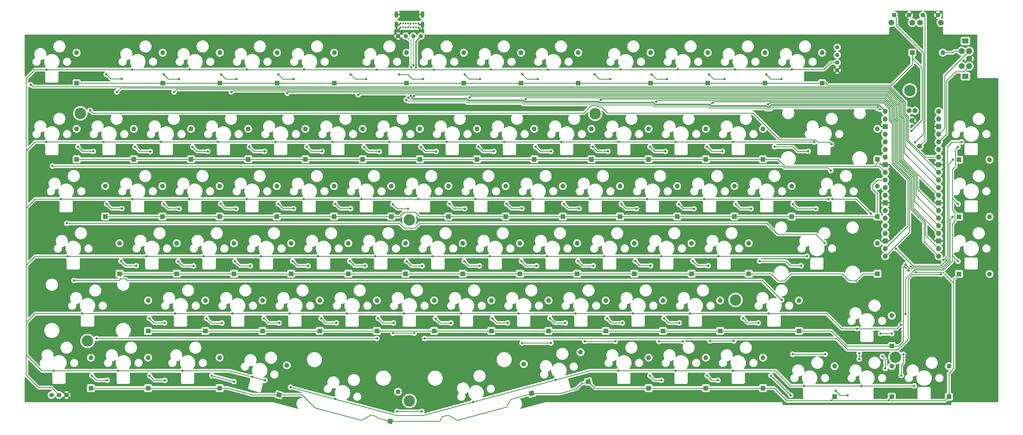
<source format=gbr>
%TF.GenerationSoftware,KiCad,Pcbnew,(6.0.7)*%
%TF.CreationDate,2022-12-11T22:06:54+01:00*%
%TF.ProjectId,middle,6d696464-6c65-42e6-9b69-6361645f7063,rev?*%
%TF.SameCoordinates,Original*%
%TF.FileFunction,Copper,L1,Top*%
%TF.FilePolarity,Positive*%
%FSLAX46Y46*%
G04 Gerber Fmt 4.6, Leading zero omitted, Abs format (unit mm)*
G04 Created by KiCad (PCBNEW (6.0.7)) date 2022-12-11 22:06:54*
%MOMM*%
%LPD*%
G01*
G04 APERTURE LIST*
G04 Aperture macros list*
%AMHorizOval*
0 Thick line with rounded ends*
0 $1 width*
0 $2 $3 position (X,Y) of the first rounded end (center of the circle)*
0 $4 $5 position (X,Y) of the second rounded end (center of the circle)*
0 Add line between two ends*
20,1,$1,$2,$3,$4,$5,0*
0 Add two circle primitives to create the rounded ends*
1,1,$1,$2,$3*
1,1,$1,$4,$5*%
%AMRotRect*
0 Rectangle, with rotation*
0 The origin of the aperture is its center*
0 $1 length*
0 $2 width*
0 $3 Rotation angle, in degrees counterclockwise*
0 Add horizontal line*
21,1,$1,$2,0,0,$3*%
G04 Aperture macros list end*
%TA.AperFunction,ComponentPad*%
%ADD10R,1.600000X1.600000*%
%TD*%
%TA.AperFunction,ComponentPad*%
%ADD11O,1.600000X1.600000*%
%TD*%
%TA.AperFunction,ComponentPad*%
%ADD12C,1.524000*%
%TD*%
%TA.AperFunction,ComponentPad*%
%ADD13C,2.000000*%
%TD*%
%TA.AperFunction,ComponentPad*%
%ADD14R,2.100000X1.800000*%
%TD*%
%TA.AperFunction,ComponentPad*%
%ADD15C,1.900000*%
%TD*%
%TA.AperFunction,ComponentPad*%
%ADD16RotRect,1.600000X1.600000X105.000000*%
%TD*%
%TA.AperFunction,ComponentPad*%
%ADD17HorizOval,1.600000X0.000000X0.000000X0.000000X0.000000X0*%
%TD*%
%TA.AperFunction,ComponentPad*%
%ADD18C,3.800000*%
%TD*%
%TA.AperFunction,ComponentPad*%
%ADD19RotRect,1.600000X1.600000X75.000000*%
%TD*%
%TA.AperFunction,ComponentPad*%
%ADD20HorizOval,1.600000X0.000000X0.000000X0.000000X0.000000X0*%
%TD*%
%TA.AperFunction,ComponentPad*%
%ADD21C,1.397000*%
%TD*%
%TA.AperFunction,ComponentPad*%
%ADD22C,0.650000*%
%TD*%
%TA.AperFunction,ComponentPad*%
%ADD23O,1.108000X2.216000*%
%TD*%
%TA.AperFunction,ComponentPad*%
%ADD24O,1.700000X1.700000*%
%TD*%
%TA.AperFunction,ComponentPad*%
%ADD25R,1.700000X1.700000*%
%TD*%
%TA.AperFunction,ComponentPad*%
%ADD26C,1.700000*%
%TD*%
%TA.AperFunction,ViaPad*%
%ADD27C,0.800000*%
%TD*%
%TA.AperFunction,Conductor*%
%ADD28C,0.254000*%
%TD*%
%TA.AperFunction,Conductor*%
%ADD29C,0.400000*%
%TD*%
%TA.AperFunction,Conductor*%
%ADD30C,0.200000*%
%TD*%
G04 APERTURE END LIST*
D10*
%TO.P,DA9,1,K*%
%TO.N,row00*%
X257924800Y-79257500D03*
D11*
%TO.P,DA9,2,A*%
%TO.N,Net-(DA9-Pad2)*%
X257924800Y-69097500D03*
%TD*%
D10*
%TO.P,DD12,1,K*%
%TO.N,row03*%
X333487300Y-142720000D03*
D11*
%TO.P,DD12,2,A*%
%TO.N,Net-(DD12-Pad2)*%
X333487300Y-132560000D03*
%TD*%
D12*
%TO.P,J4,1,Pin_1*%
%TO.N,RGB_Out*%
X58430000Y-183090000D03*
%TO.P,J4,2,Pin_2*%
%TO.N,VCC*%
X60930000Y-183090000D03*
%TO.P,J4,3,Pin_3*%
%TO.N,GND*%
X63430000Y-183090000D03*
%TD*%
D13*
%TO.P,SWA13,A,A*%
%TO.N,ENCA*%
X364025000Y-73570000D03*
%TO.P,SWA13,B,B*%
%TO.N,ENCB*%
X364025000Y-68570000D03*
%TO.P,SWA13,C,C*%
%TO.N,GND*%
X364025000Y-71070000D03*
D14*
%TO.P,SWA13,MP*%
%TO.N,N/C*%
X362775000Y-76920000D03*
X362775000Y-65220000D03*
D13*
%TO.P,SWA13,S1,S1*%
%TO.N,/SW99B*%
X361525000Y-68570000D03*
%TO.P,SWA13,S2,S2*%
%TO.N,col13*%
X361525000Y-73570000D03*
%TD*%
D10*
%TO.P,DB9,1,K*%
%TO.N,row01*%
X238237300Y-104620000D03*
D11*
%TO.P,DB9,2,A*%
%TO.N,Net-(DB9-Pad2)*%
X238237300Y-94460000D03*
%TD*%
D10*
%TO.P,DF8,1,K*%
%TO.N,row05*%
X276337300Y-180820000D03*
D11*
%TO.P,DF8,2,A*%
%TO.N,Net-(DF8-Pad2)*%
X276337300Y-170660000D03*
%TD*%
D10*
%TO.P,DC12,1,K*%
%TO.N,row02*%
X304912300Y-123670000D03*
D11*
%TO.P,DC12,2,A*%
%TO.N,Net-(DC12-Pad2)*%
X304912300Y-113510000D03*
%TD*%
D10*
%TO.P,DD13,1,K*%
%TO.N,row03*%
X360652500Y-104734800D03*
D11*
%TO.P,DD13,2,A*%
%TO.N,Net-(DD13-Pad2)*%
X370812500Y-104734800D03*
%TD*%
D12*
%TO.P,RSW0,1,1*%
%TO.N,RESET*%
X339070000Y-56570000D03*
%TO.P,RSW0,2,2*%
%TO.N,GND*%
X344070000Y-56570000D03*
D15*
%TO.P,RSW0,3*%
%TO.N,N/C*%
X338070000Y-59070000D03*
X345070000Y-59070000D03*
%TD*%
D10*
%TO.P,DA2,1,K*%
%TO.N,row00*%
X114474800Y-79257500D03*
D11*
%TO.P,DA2,2,A*%
%TO.N,Net-(DA2-Pad2)*%
X114474800Y-69097500D03*
%TD*%
D10*
%TO.P,DA11,1,K*%
%TO.N,row00*%
X296024800Y-79257500D03*
D11*
%TO.P,DA11,2,A*%
%TO.N,Net-(DA11-Pad2)*%
X296024800Y-69097500D03*
%TD*%
D10*
%TO.P,DB12,1,K*%
%TO.N,row01*%
X295387300Y-104620000D03*
D11*
%TO.P,DB12,2,A*%
%TO.N,Net-(DB12-Pad2)*%
X295387300Y-94460000D03*
%TD*%
D10*
%TO.P,DC6,1,K*%
%TO.N,row02*%
X190612300Y-123670000D03*
D11*
%TO.P,DC6,2,A*%
%TO.N,Net-(DC6-Pad2)*%
X190612300Y-113510000D03*
%TD*%
D10*
%TO.P,DD8,1,K*%
%TO.N,row03*%
X233474800Y-142720000D03*
D11*
%TO.P,DD8,2,A*%
%TO.N,Net-(DD8-Pad2)*%
X233474800Y-132560000D03*
%TD*%
D10*
%TO.P,DE4,1,K*%
%TO.N,row04*%
X166799800Y-161770000D03*
D11*
%TO.P,DE4,2,A*%
%TO.N,Net-(DE4-Pad2)*%
X166799800Y-151610000D03*
%TD*%
D10*
%TO.P,DA1,1,K*%
%TO.N,row00*%
X95424800Y-79257500D03*
D11*
%TO.P,DA1,2,A*%
%TO.N,Net-(DA1-Pad2)*%
X95424800Y-69097500D03*
%TD*%
D16*
%TO.P,DF5,1,K*%
%TO.N,row05*%
X218345211Y-182569508D03*
D17*
%TO.P,DF5,2,A*%
%TO.N,Net-(DF5-Pad2)*%
X215715609Y-172755702D03*
%TD*%
D10*
%TO.P,DD7,1,K*%
%TO.N,row03*%
X214424800Y-142720000D03*
D11*
%TO.P,DD7,2,A*%
%TO.N,Net-(DD7-Pad2)*%
X214424800Y-132560000D03*
%TD*%
D10*
%TO.P,DD1,1,K*%
%TO.N,row03*%
X100124800Y-142720000D03*
D11*
%TO.P,DD1,2,A*%
%TO.N,Net-(DD1-Pad2)*%
X100124800Y-132560000D03*
%TD*%
D18*
%TO.P,MountTopMiddle4,1*%
%TO.N,N/C*%
X177590000Y-124780000D03*
%TD*%
D10*
%TO.P,DA3,1,K*%
%TO.N,row00*%
X133524800Y-79257500D03*
D11*
%TO.P,DA3,2,A*%
%TO.N,Net-(DA3-Pad2)*%
X133524800Y-69097500D03*
%TD*%
D10*
%TO.P,DF1,1,K*%
%TO.N,row05*%
X90599800Y-180820000D03*
D11*
%TO.P,DF1,2,A*%
%TO.N,Net-(DF1-Pad2)*%
X90599800Y-170660000D03*
%TD*%
D10*
%TO.P,DF12,1,K*%
%TO.N,row05*%
X357294800Y-183667500D03*
D11*
%TO.P,DF12,2,A*%
%TO.N,Net-(DF12-Pad2)*%
X357294800Y-173507500D03*
%TD*%
D10*
%TO.P,DE6,1,K*%
%TO.N,row04*%
X204899800Y-161770000D03*
D11*
%TO.P,DE6,2,A*%
%TO.N,Net-(DE6-Pad2)*%
X204899800Y-151610000D03*
%TD*%
D10*
%TO.P,DA6,1,K*%
%TO.N,row00*%
X195724800Y-79257500D03*
D11*
%TO.P,DA6,2,A*%
%TO.N,Net-(DA6-Pad2)*%
X195724800Y-69097500D03*
%TD*%
D10*
%TO.P,DC5,1,K*%
%TO.N,row02*%
X171562300Y-123670000D03*
D11*
%TO.P,DC5,2,A*%
%TO.N,Net-(DC5-Pad2)*%
X171562300Y-113510000D03*
%TD*%
D10*
%TO.P,DA7,1,K*%
%TO.N,row00*%
X214774800Y-79257500D03*
D11*
%TO.P,DA7,2,A*%
%TO.N,Net-(DA7-Pad2)*%
X214774800Y-69097500D03*
%TD*%
D18*
%TO.P,MountTopMiddle2,1*%
%TO.N,N/C*%
X68040000Y-89290000D03*
%TD*%
D10*
%TO.P,DC13,1,K*%
%TO.N,row02*%
X333487300Y-123670000D03*
D11*
%TO.P,DC13,2,A*%
%TO.N,Net-(DC13-Pad2)*%
X333487300Y-113510000D03*
%TD*%
D10*
%TO.P,DD2,1,K*%
%TO.N,row03*%
X119174800Y-142720000D03*
D11*
%TO.P,DD2,2,A*%
%TO.N,Net-(DD2-Pad2)*%
X119174800Y-132560000D03*
%TD*%
D10*
%TO.P,DE9,1,K*%
%TO.N,row04*%
X262049800Y-161770000D03*
D11*
%TO.P,DE9,2,A*%
%TO.N,Net-(DE9-Pad2)*%
X262049800Y-151610000D03*
%TD*%
D10*
%TO.P,DF9,1,K*%
%TO.N,row05*%
X295387300Y-180820000D03*
D11*
%TO.P,DF9,2,A*%
%TO.N,Net-(DF9-Pad2)*%
X295387300Y-170660000D03*
%TD*%
D10*
%TO.P,DC9,1,K*%
%TO.N,row02*%
X247762300Y-123670000D03*
D11*
%TO.P,DC9,2,A*%
%TO.N,Net-(DC9-Pad2)*%
X247762300Y-113510000D03*
%TD*%
D10*
%TO.P,DB0,1,K*%
%TO.N,row01*%
X66787300Y-104620000D03*
D11*
%TO.P,DB0,2,A*%
%TO.N,Net-(DB0-Pad2)*%
X66787300Y-94460000D03*
%TD*%
D10*
%TO.P,DC8,1,K*%
%TO.N,row02*%
X228712300Y-123670000D03*
D11*
%TO.P,DC8,2,A*%
%TO.N,Net-(DC8-Pad2)*%
X228712300Y-113510000D03*
%TD*%
D10*
%TO.P,DD3,1,K*%
%TO.N,row03*%
X138224800Y-142720000D03*
D11*
%TO.P,DD3,2,A*%
%TO.N,Net-(DD3-Pad2)*%
X138224800Y-132560000D03*
%TD*%
D10*
%TO.P,DE12,1,K*%
%TO.N,row04*%
X338249800Y-166820000D03*
D11*
%TO.P,DE12,2,A*%
%TO.N,Net-(DE12-Pad2)*%
X338249800Y-156660000D03*
%TD*%
D10*
%TO.P,DC1,1,K*%
%TO.N,row02*%
X95362300Y-123670000D03*
D11*
%TO.P,DC1,2,A*%
%TO.N,Net-(DC1-Pad2)*%
X95362300Y-113510000D03*
%TD*%
D18*
%TO.P,MountTopMiddle5,1*%
%TO.N,N/C*%
X286220000Y-151440000D03*
%TD*%
D10*
%TO.P,DD6,1,K*%
%TO.N,row03*%
X195374800Y-142720000D03*
D11*
%TO.P,DD6,2,A*%
%TO.N,Net-(DD6-Pad2)*%
X195374800Y-132560000D03*
%TD*%
D10*
%TO.P,DB11,1,K*%
%TO.N,row01*%
X276337300Y-104620000D03*
D11*
%TO.P,DB11,2,A*%
%TO.N,Net-(DB11-Pad2)*%
X276337300Y-94460000D03*
%TD*%
D10*
%TO.P,DE0,1,K*%
%TO.N,row04*%
X90599800Y-161770000D03*
D11*
%TO.P,DE0,2,A*%
%TO.N,Net-(DE0-Pad2)*%
X90599800Y-151610000D03*
%TD*%
D18*
%TO.P,MountTopMiddle1,1*%
%TO.N,N/C*%
X70420000Y-165090000D03*
%TD*%
D10*
%TO.P,DE5,1,K*%
%TO.N,row04*%
X185849800Y-161770000D03*
D11*
%TO.P,DE5,2,A*%
%TO.N,Net-(DE5-Pad2)*%
X185849800Y-151610000D03*
%TD*%
D10*
%TO.P,DA10,1,K*%
%TO.N,row00*%
X276974800Y-79257500D03*
D11*
%TO.P,DA10,2,A*%
%TO.N,Net-(DA10-Pad2)*%
X276974800Y-69097500D03*
%TD*%
D10*
%TO.P,DD0,1,K*%
%TO.N,row03*%
X81074800Y-142720000D03*
D11*
%TO.P,DD0,2,A*%
%TO.N,Net-(DD0-Pad2)*%
X81074800Y-132560000D03*
%TD*%
D10*
%TO.P,DC3,1,K*%
%TO.N,row02*%
X133462300Y-123670000D03*
D11*
%TO.P,DC3,2,A*%
%TO.N,Net-(DC3-Pad2)*%
X133462300Y-113510000D03*
%TD*%
D10*
%TO.P,DF10,1,K*%
%TO.N,row05*%
X319194800Y-183667500D03*
D11*
%TO.P,DF10,2,A*%
%TO.N,Net-(DF10-Pad2)*%
X319194800Y-173507500D03*
%TD*%
D10*
%TO.P,DD4,1,K*%
%TO.N,row03*%
X157274800Y-142720000D03*
D11*
%TO.P,DD4,2,A*%
%TO.N,Net-(DD4-Pad2)*%
X157274800Y-132560000D03*
%TD*%
D10*
%TO.P,DB13,1,K*%
%TO.N,row01*%
X333487300Y-104620000D03*
D11*
%TO.P,DB13,2,A*%
%TO.N,Net-(DB13-Pad2)*%
X333487300Y-94460000D03*
%TD*%
D10*
%TO.P,DA0,1,K*%
%TO.N,row00*%
X66774800Y-79257500D03*
D11*
%TO.P,DA0,2,A*%
%TO.N,Net-(DA0-Pad2)*%
X66774800Y-69097500D03*
%TD*%
D19*
%TO.P,DF4,1,K*%
%TO.N,row05*%
X171217756Y-191830435D03*
D20*
%TO.P,DF4,2,A*%
%TO.N,Net-(DF4-Pad2)*%
X173847358Y-182016628D03*
%TD*%
D10*
%TO.P,DE10,1,K*%
%TO.N,row04*%
X281099800Y-161770000D03*
D11*
%TO.P,DE10,2,A*%
%TO.N,Net-(DE10-Pad2)*%
X281099800Y-151610000D03*
%TD*%
D10*
%TO.P,DA4,1,K*%
%TO.N,row00*%
X152574800Y-79257500D03*
D11*
%TO.P,DA4,2,A*%
%TO.N,Net-(DA4-Pad2)*%
X152574800Y-69097500D03*
%TD*%
D10*
%TO.P,DC4,1,K*%
%TO.N,row02*%
X152512300Y-123670000D03*
D11*
%TO.P,DC4,2,A*%
%TO.N,Net-(DC4-Pad2)*%
X152512300Y-113510000D03*
%TD*%
D18*
%TO.P,MountTopMiddle3,1*%
%TO.N,N/C*%
X177620000Y-185070000D03*
%TD*%
D10*
%TO.P,DE2,1,K*%
%TO.N,row04*%
X128699800Y-161770000D03*
D11*
%TO.P,DE2,2,A*%
%TO.N,Net-(DE2-Pad2)*%
X128699800Y-151610000D03*
%TD*%
D10*
%TO.P,DD11,1,K*%
%TO.N,row03*%
X290624800Y-142720000D03*
D11*
%TO.P,DD11,2,A*%
%TO.N,Net-(DD11-Pad2)*%
X290624800Y-132560000D03*
%TD*%
D10*
%TO.P,DF2,1,K*%
%TO.N,row05*%
X114412300Y-180820000D03*
D11*
%TO.P,DF2,2,A*%
%TO.N,Net-(DF2-Pad2)*%
X114412300Y-170660000D03*
%TD*%
D12*
%TO.P,RSW1,1,1*%
%TO.N,BOOTSEL*%
X348650000Y-56580000D03*
%TO.P,RSW1,2,2*%
%TO.N,GND*%
X353650000Y-56580000D03*
D15*
%TO.P,RSW1,3*%
%TO.N,N/C*%
X354650000Y-59080000D03*
X347650000Y-59080000D03*
%TD*%
D10*
%TO.P,DF11,1,K*%
%TO.N,row05*%
X338244800Y-183667500D03*
D11*
%TO.P,DF11,2,A*%
%TO.N,Net-(DF11-Pad2)*%
X338244800Y-173507500D03*
%TD*%
D10*
%TO.P,DF0,1,K*%
%TO.N,row05*%
X71549800Y-180820000D03*
D11*
%TO.P,DF0,2,A*%
%TO.N,Net-(DF0-Pad2)*%
X71549800Y-170660000D03*
%TD*%
D10*
%TO.P,DB2,1,K*%
%TO.N,row01*%
X104887300Y-104620000D03*
D11*
%TO.P,DB2,2,A*%
%TO.N,Net-(DB2-Pad2)*%
X104887300Y-94460000D03*
%TD*%
D10*
%TO.P,DF7,1,K*%
%TO.N,row05*%
X257287300Y-180820000D03*
D11*
%TO.P,DF7,2,A*%
%TO.N,Net-(DF7-Pad2)*%
X257287300Y-170660000D03*
%TD*%
D21*
%TO.P,J1,1,Pin_1*%
%TO.N,GND*%
X320100000Y-74955000D03*
%TO.P,J1,2,Pin_2*%
%TO.N,VCC*%
X320100000Y-72415000D03*
%TO.P,J1,3,Pin_3*%
%TO.N,SCL*%
X320100000Y-69875000D03*
%TO.P,J1,4,Pin_4*%
%TO.N,SDA*%
X320100000Y-67335000D03*
%TD*%
D10*
%TO.P,DB4,1,K*%
%TO.N,row01*%
X142987300Y-104620000D03*
D11*
%TO.P,DB4,2,A*%
%TO.N,Net-(DB4-Pad2)*%
X142987300Y-94460000D03*
%TD*%
D10*
%TO.P,DA5,1,K*%
%TO.N,row00*%
X176674800Y-79257500D03*
D11*
%TO.P,DA5,2,A*%
%TO.N,Net-(DA5-Pad2)*%
X176674800Y-69097500D03*
%TD*%
D10*
%TO.P,DB10,1,K*%
%TO.N,row01*%
X257287300Y-104620000D03*
D11*
%TO.P,DB10,2,A*%
%TO.N,Net-(DB10-Pad2)*%
X257287300Y-94460000D03*
%TD*%
D10*
%TO.P,DE1,1,K*%
%TO.N,row04*%
X109649800Y-161770000D03*
D11*
%TO.P,DE1,2,A*%
%TO.N,Net-(DE1-Pad2)*%
X109649800Y-151610000D03*
%TD*%
D10*
%TO.P,DB5,1,K*%
%TO.N,row01*%
X162037300Y-104620000D03*
D11*
%TO.P,DB5,2,A*%
%TO.N,Net-(DB5-Pad2)*%
X162037300Y-94460000D03*
%TD*%
D10*
%TO.P,DC0,1,K*%
%TO.N,row02*%
X76312300Y-123670000D03*
D11*
%TO.P,DC0,2,A*%
%TO.N,Net-(DC0-Pad2)*%
X76312300Y-113510000D03*
%TD*%
D10*
%TO.P,DA12,1,K*%
%TO.N,row00*%
X315074800Y-79257500D03*
D11*
%TO.P,DA12,2,A*%
%TO.N,Net-(DA12-Pad2)*%
X315074800Y-69097500D03*
%TD*%
D21*
%TO.P,JUSB2,1,Pin_1*%
%TO.N,GND*%
X173840000Y-63550000D03*
%TO.P,JUSB2,2,Pin_2*%
%TO.N,D+*%
X176380000Y-63550000D03*
%TO.P,JUSB2,3,Pin_3*%
%TO.N,D-*%
X178920000Y-63550000D03*
%TO.P,JUSB2,4,Pin_4*%
%TO.N,+5V*%
X181460000Y-63550000D03*
%TD*%
D10*
%TO.P,DB6,1,K*%
%TO.N,row01*%
X181087300Y-104620000D03*
D11*
%TO.P,DB6,2,A*%
%TO.N,Net-(DB6-Pad2)*%
X181087300Y-94460000D03*
%TD*%
D19*
%TO.P,DF3,1,K*%
%TO.N,row05*%
X134165026Y-183030671D03*
D20*
%TO.P,DF3,2,A*%
%TO.N,Net-(DF3-Pad2)*%
X136794628Y-173216864D03*
%TD*%
D10*
%TO.P,DE3,1,K*%
%TO.N,row04*%
X147749800Y-161770000D03*
D11*
%TO.P,DE3,2,A*%
%TO.N,Net-(DE3-Pad2)*%
X147749800Y-151610000D03*
%TD*%
D10*
%TO.P,DA13,1,K*%
%TO.N,row00*%
X345112500Y-69074800D03*
D11*
%TO.P,DA13,2,A*%
%TO.N,/SW99B*%
X355272500Y-69074800D03*
%TD*%
D10*
%TO.P,DB7,1,K*%
%TO.N,row01*%
X200137300Y-104620000D03*
D11*
%TO.P,DB7,2,A*%
%TO.N,Net-(DB7-Pad2)*%
X200137300Y-94460000D03*
%TD*%
D18*
%TO.P,MountTopMiddle8,1*%
%TO.N,N/C*%
X344270000Y-81670000D03*
%TD*%
D10*
%TO.P,DE11,1,K*%
%TO.N,row04*%
X307342791Y-161769900D03*
D11*
%TO.P,DE11,2,A*%
%TO.N,Net-(DE11-Pad2)*%
X307342791Y-151609900D03*
%TD*%
D10*
%TO.P,DA8,1,K*%
%TO.N,row00*%
X233824800Y-79257500D03*
D11*
%TO.P,DA8,2,A*%
%TO.N,Net-(DA8-Pad2)*%
X233824800Y-69097500D03*
%TD*%
D10*
%TO.P,DD9,1,K*%
%TO.N,row03*%
X252524800Y-142720000D03*
D11*
%TO.P,DD9,2,A*%
%TO.N,Net-(DD9-Pad2)*%
X252524800Y-132560000D03*
%TD*%
D18*
%TO.P,MountTopMiddle6,1*%
%TO.N,N/C*%
X239480000Y-89430000D03*
%TD*%
D10*
%TO.P,DE8,1,K*%
%TO.N,row04*%
X242999800Y-161770000D03*
D11*
%TO.P,DE8,2,A*%
%TO.N,Net-(DE8-Pad2)*%
X242999800Y-151610000D03*
%TD*%
D10*
%TO.P,DF13,1,K*%
%TO.N,row05*%
X360652500Y-142784800D03*
D11*
%TO.P,DF13,2,A*%
%TO.N,Net-(DF13-Pad2)*%
X370812500Y-142784800D03*
%TD*%
D10*
%TO.P,DC7,1,K*%
%TO.N,row02*%
X209662300Y-123670000D03*
D11*
%TO.P,DC7,2,A*%
%TO.N,Net-(DC7-Pad2)*%
X209662300Y-113510000D03*
%TD*%
D10*
%TO.P,DE13,1,K*%
%TO.N,row04*%
X360652500Y-123744800D03*
D11*
%TO.P,DE13,2,A*%
%TO.N,Net-(DE13-Pad2)*%
X370812500Y-123744800D03*
%TD*%
D10*
%TO.P,DB1,1,K*%
%TO.N,row01*%
X85837300Y-104620000D03*
D11*
%TO.P,DB1,2,A*%
%TO.N,Net-(DB1-Pad2)*%
X85837300Y-94460000D03*
%TD*%
D10*
%TO.P,DD10,1,K*%
%TO.N,row03*%
X271574800Y-142720000D03*
D11*
%TO.P,DD10,2,A*%
%TO.N,Net-(DD10-Pad2)*%
X271574800Y-132560000D03*
%TD*%
D10*
%TO.P,DD5,1,K*%
%TO.N,row03*%
X176324800Y-142720000D03*
D11*
%TO.P,DD5,2,A*%
%TO.N,Net-(DD5-Pad2)*%
X176324800Y-132560000D03*
%TD*%
D10*
%TO.P,DB8,1,K*%
%TO.N,row01*%
X219187300Y-104620000D03*
D11*
%TO.P,DB8,2,A*%
%TO.N,Net-(DB8-Pad2)*%
X219187300Y-94460000D03*
%TD*%
D16*
%TO.P,DF6,1,K*%
%TO.N,row05*%
X237225625Y-178664292D03*
D17*
%TO.P,DF6,2,A*%
%TO.N,Net-(DF6-Pad2)*%
X234596023Y-168850486D03*
%TD*%
D10*
%TO.P,DE7,1,K*%
%TO.N,row04*%
X223949800Y-161770000D03*
D11*
%TO.P,DE7,2,A*%
%TO.N,Net-(DE7-Pad2)*%
X223949800Y-151610000D03*
%TD*%
D10*
%TO.P,DC11,1,K*%
%TO.N,row02*%
X285862300Y-123670000D03*
D11*
%TO.P,DC11,2,A*%
%TO.N,Net-(DC11-Pad2)*%
X285862300Y-113510000D03*
%TD*%
D10*
%TO.P,DB3,1,K*%
%TO.N,row01*%
X123937300Y-104620000D03*
D11*
%TO.P,DB3,2,A*%
%TO.N,Net-(DB3-Pad2)*%
X123937300Y-94460000D03*
%TD*%
D10*
%TO.P,DC10,1,K*%
%TO.N,row02*%
X266812300Y-123670000D03*
D11*
%TO.P,DC10,2,A*%
%TO.N,Net-(DC10-Pad2)*%
X266812300Y-113510000D03*
%TD*%
D18*
%TO.P,MountTopMiddle7,1*%
%TO.N,N/C*%
X339490000Y-170500000D03*
%TD*%
D10*
%TO.P,DC2,1,K*%
%TO.N,row02*%
X114412300Y-123670000D03*
D11*
%TO.P,DC2,2,A*%
%TO.N,Net-(DC2-Pad2)*%
X114412300Y-113510000D03*
%TD*%
D22*
%TO.P,JUSB1,A1,GND*%
%TO.N,GND*%
X174645000Y-60700000D03*
%TO.P,JUSB1,A4,VBUS*%
%TO.N,+5V*%
X175495000Y-60700000D03*
%TO.P,JUSB1,A5,CC1*%
%TO.N,unconnected-(JUSB1-PadA5)*%
X176345000Y-60700000D03*
%TO.P,JUSB1,A6,DP1*%
%TO.N,D+*%
X177195000Y-60700000D03*
%TO.P,JUSB1,A7,DN1*%
%TO.N,D-*%
X178045000Y-60700000D03*
%TO.P,JUSB1,A8,SBU1*%
%TO.N,unconnected-(JUSB1-PadA8)*%
X178895000Y-60700000D03*
%TO.P,JUSB1,A9,VBUS*%
%TO.N,+5V*%
X179745000Y-60700000D03*
%TO.P,JUSB1,A12,GND*%
%TO.N,GND*%
X180595000Y-60700000D03*
%TO.P,JUSB1,B1,GND*%
X180595000Y-59350000D03*
%TO.P,JUSB1,B4,VBUS*%
%TO.N,+5V*%
X179745000Y-59350000D03*
%TO.P,JUSB1,B5,CC2*%
%TO.N,unconnected-(JUSB1-PadB5)*%
X178895000Y-59350000D03*
%TO.P,JUSB1,B6,DP2*%
%TO.N,D+*%
X178045000Y-59350000D03*
%TO.P,JUSB1,B7,DN2*%
%TO.N,D-*%
X177195000Y-59350000D03*
%TO.P,JUSB1,B8,SBU2*%
%TO.N,unconnected-(JUSB1-PadB8)*%
X176345000Y-59350000D03*
%TO.P,JUSB1,B9,VBUS*%
%TO.N,+5V*%
X175495000Y-59350000D03*
%TO.P,JUSB1,B12,GND*%
%TO.N,GND*%
X174645000Y-59350000D03*
D23*
%TO.P,JUSB1,P1,SHELL*%
X173295000Y-59720000D03*
%TO.P,JUSB1,P2,SHELL*%
X181945000Y-59720000D03*
%TO.P,JUSB1,P3,SHELL*%
X181945000Y-56340000D03*
%TO.P,JUSB1,P4,SHELL*%
X173295000Y-56340000D03*
%TD*%
D24*
%TO.P,U0,1,GP0*%
%TO.N,SDA*%
X353900000Y-88590000D03*
%TO.P,U0,2,GP1*%
%TO.N,SCL*%
X353900000Y-91130000D03*
D25*
%TO.P,U0,3,GND_1*%
%TO.N,GND*%
X353900000Y-93670000D03*
D24*
%TO.P,U0,4,GP2*%
%TO.N,ENCB*%
X353900000Y-96210000D03*
%TO.P,U0,5,GP3*%
%TO.N,ENCA*%
X353900000Y-98750000D03*
%TO.P,U0,6,GP4*%
%TO.N,RGB_Matrix*%
X353900000Y-101290000D03*
%TO.P,U0,7,GP5*%
%TO.N,col00*%
X353900000Y-103830000D03*
D25*
%TO.P,U0,8,GND_2*%
%TO.N,GND*%
X353900000Y-106370000D03*
D24*
%TO.P,U0,9,GP6*%
%TO.N,col01*%
X353900000Y-108910000D03*
%TO.P,U0,10,GP7*%
%TO.N,col02*%
X353900000Y-111450000D03*
%TO.P,U0,11,GP8*%
%TO.N,col03*%
X353900000Y-113990000D03*
%TO.P,U0,12,GP9*%
%TO.N,col04*%
X353900000Y-116530000D03*
D25*
%TO.P,U0,13,GND_3*%
%TO.N,GND*%
X353900000Y-119070000D03*
D24*
%TO.P,U0,14,GP10*%
%TO.N,col05*%
X353900000Y-121610000D03*
%TO.P,U0,15,GP11*%
%TO.N,col06*%
X353900000Y-124150000D03*
%TO.P,U0,16,GP12*%
%TO.N,col07*%
X353900000Y-126690000D03*
%TO.P,U0,17,GP13*%
%TO.N,col08*%
X353900000Y-129230000D03*
D25*
%TO.P,U0,18,GND_4*%
%TO.N,GND*%
X353900000Y-131770000D03*
D24*
%TO.P,U0,19,GP14*%
%TO.N,col09*%
X353900000Y-134310000D03*
%TO.P,U0,20,GP15*%
%TO.N,col10*%
X353900000Y-136850000D03*
%TO.P,U0,21,GP16*%
%TO.N,col11*%
X336120000Y-136850000D03*
%TO.P,U0,22,GP17*%
%TO.N,col12*%
X336120000Y-134310000D03*
D25*
%TO.P,U0,23,GND_5*%
%TO.N,GND*%
X336120000Y-131770000D03*
D24*
%TO.P,U0,24,GP18*%
%TO.N,col13*%
X336120000Y-129230000D03*
%TO.P,U0,25,GP19*%
%TO.N,unconnected-(U0-Pad25)*%
X336120000Y-126690000D03*
%TO.P,U0,26,GP20*%
%TO.N,row05*%
X336120000Y-124150000D03*
%TO.P,U0,27,GP21*%
%TO.N,row04*%
X336120000Y-121610000D03*
D25*
%TO.P,U0,28,GND_6*%
%TO.N,GND*%
X336120000Y-119070000D03*
D24*
%TO.P,U0,29,GP22*%
%TO.N,row03*%
X336120000Y-116530000D03*
%TO.P,U0,30,RUN*%
%TO.N,RESET*%
X336120000Y-113990000D03*
%TO.P,U0,31,GP26_A0*%
%TO.N,row02*%
X336120000Y-111450000D03*
%TO.P,U0,32,GP27_A1*%
%TO.N,row01*%
X336120000Y-108910000D03*
D25*
%TO.P,U0,33,GND_7*%
%TO.N,GND*%
X336120000Y-106370000D03*
D24*
%TO.P,U0,34,GP28_A2*%
%TO.N,row00*%
X336120000Y-103830000D03*
%TO.P,U0,35,ADC_VREF*%
%TO.N,unconnected-(U0-Pad35)*%
X336120000Y-101290000D03*
%TO.P,U0,36,3V3(OUT)*%
%TO.N,VCC*%
X336120000Y-98750000D03*
%TO.P,U0,37,3V3_EN*%
%TO.N,unconnected-(U0-Pad37)*%
X336120000Y-96210000D03*
D25*
%TO.P,U0,38,GND_8*%
%TO.N,GND*%
X336120000Y-93670000D03*
D24*
%TO.P,U0,39,VSYS*%
%TO.N,unconnected-(U0-Pad39)*%
X336120000Y-91130000D03*
%TO.P,U0,40,VBUS*%
%TO.N,+5V*%
X336120000Y-88590000D03*
D26*
%TO.P,U0,TP1,GND_10*%
%TO.N,GND*%
X345010000Y-91720000D03*
%TO.P,U0,TP2,USB_DM*%
%TO.N,D-*%
X344010000Y-88420000D03*
%TO.P,U0,TP3,USB_DP*%
%TO.N,D+*%
X346010000Y-88420000D03*
%TO.P,U0,TP6,BOOTSEL*%
%TO.N,BOOTSEL*%
X347510000Y-100220000D03*
%TD*%
D27*
%TO.N,row00*%
X344780000Y-95170000D03*
%TO.N,row03*%
X358630000Y-104740000D03*
X344564634Y-140276500D03*
%TO.N,row04*%
X342860000Y-139600000D03*
X358490000Y-123740000D03*
%TO.N,row05*%
X346260000Y-142206500D03*
X342858714Y-140628714D03*
X343900000Y-141670000D03*
%TO.N,VCC*%
X228198750Y-98795000D03*
X237738750Y-117835000D03*
X209128750Y-98805000D03*
X297218750Y-155951250D03*
X280548750Y-136895000D03*
X266278750Y-98785000D03*
X326681250Y-161001250D03*
X123408750Y-117825000D03*
X113858750Y-98795000D03*
X166278750Y-136905000D03*
X142538750Y-74695000D03*
X171008750Y-98805000D03*
X90058750Y-136905000D03*
X271040000Y-155960000D03*
X61480000Y-117830000D03*
X226369446Y-178012972D03*
X161538750Y-117835000D03*
X360320000Y-138540000D03*
X185688750Y-74705000D03*
X180568750Y-117835000D03*
X285338750Y-174991250D03*
X128138750Y-136895000D03*
X247210000Y-175000000D03*
X123468750Y-74685000D03*
X360320000Y-119490000D03*
X194840000Y-155958494D03*
X256768750Y-117835000D03*
X101988750Y-175001250D03*
X185308750Y-136905000D03*
X285348750Y-98795000D03*
X242468750Y-136905000D03*
X138037668Y-180482332D03*
X232920000Y-155960000D03*
X360320000Y-100450000D03*
X118630000Y-155960000D03*
X85388750Y-74695000D03*
X99600000Y-155960000D03*
X198805424Y-185428018D03*
X328210000Y-180050000D03*
X247228750Y-98795000D03*
X142478750Y-117835000D03*
X199618750Y-117825000D03*
X261498750Y-136905000D03*
X75778750Y-98805000D03*
X68630000Y-155950000D03*
X129527863Y-178202137D03*
X305040000Y-74700000D03*
X85328750Y-117835000D03*
X147208750Y-136905000D03*
X266968750Y-74695000D03*
X80558750Y-175001250D03*
X310015625Y-136905625D03*
X56710000Y-98810000D03*
X213890000Y-155960000D03*
X294888750Y-117835000D03*
X175800000Y-155958494D03*
X109088750Y-136905000D03*
X218688750Y-117835000D03*
X104418750Y-74695000D03*
X286018750Y-74685000D03*
X223428750Y-136905000D03*
X251970000Y-155950000D03*
X247938750Y-74695000D03*
X342890000Y-156070000D03*
X151978750Y-98805000D03*
X341340000Y-159670000D03*
X312415625Y-98815625D03*
X275818750Y-117825000D03*
X56730000Y-74710000D03*
X204358750Y-136895000D03*
X63840000Y-136900000D03*
X137680000Y-155958494D03*
X204738750Y-74695000D03*
X156740000Y-155958494D03*
X317165625Y-117855625D03*
X223808750Y-74705000D03*
X152917028Y-184430554D03*
X166658750Y-74705000D03*
X266268750Y-175001250D03*
X345751250Y-180051250D03*
X94808750Y-98805000D03*
X104358750Y-117835000D03*
X125235424Y-177051982D03*
X59098750Y-174993125D03*
X132928750Y-98805000D03*
X309106640Y-180050000D03*
X190058750Y-98795000D03*
%TO.N,GND*%
X214490000Y-179520000D03*
X354030000Y-138800000D03*
X53610000Y-119520000D03*
X175560000Y-85630000D03*
X351930000Y-102440000D03*
X315270000Y-66330000D03*
X368310000Y-88120000D03*
X64670000Y-77850000D03*
X313250000Y-77850000D03*
X298540000Y-182050000D03*
X192490000Y-185180000D03*
X187450000Y-121040000D03*
X53670000Y-138740000D03*
X238970000Y-177810000D03*
%TO.N,col00*%
X51525000Y-79765000D03*
%TO.N,col01*%
X80175000Y-82165000D03*
%TO.N,col02*%
X99225000Y-82165000D03*
%TO.N,col03*%
X118275000Y-82165000D03*
%TO.N,col04*%
X136925000Y-82565000D03*
%TO.N,col05*%
X160532500Y-83102500D03*
X172140000Y-162496500D03*
X179203500Y-162496500D03*
%TO.N,col06*%
X179105000Y-83585000D03*
%TO.N,col07*%
X224760000Y-165770000D03*
X197640000Y-84090000D03*
X215180000Y-165770000D03*
%TO.N,col08*%
X216250000Y-84530000D03*
X246210000Y-165230000D03*
X236030000Y-165230000D03*
%TO.N,col09*%
X241305000Y-84825000D03*
X268650000Y-165240000D03*
X260720000Y-165240000D03*
%TO.N,col10*%
X277730000Y-165080000D03*
X259800000Y-85420000D03*
X285630000Y-165080000D03*
%TO.N,col11*%
X278410000Y-85960000D03*
X316110000Y-169530000D03*
X305260000Y-169530000D03*
%TO.N,RESET*%
X345950000Y-98960000D03*
%TO.N,/IN_B13*%
X318250000Y-99580000D03*
X71240000Y-88280000D03*
%TO.N,/IN_A0*%
X76680000Y-76295000D03*
X81785000Y-77830000D03*
%TO.N,/IN_A1*%
X95800000Y-76350000D03*
X100905000Y-77885000D03*
%TO.N,/IN_A2*%
X114930000Y-76330000D03*
X120035000Y-77865000D03*
%TO.N,/IN_A3*%
X139045000Y-77845000D03*
X133940000Y-76310000D03*
%TO.N,/IN_A4*%
X163164656Y-77850000D03*
X158059656Y-76315000D03*
%TO.N,/IN_A5*%
X182195000Y-77885000D03*
X174200000Y-76350000D03*
%TO.N,/IN_A6*%
X196022500Y-76347500D03*
X201110000Y-77865000D03*
%TO.N,/IN_A7*%
X215230000Y-76310000D03*
X220335000Y-77845000D03*
%TO.N,/IN_A8*%
X239337624Y-76310000D03*
X244442624Y-77845000D03*
%TO.N,/IN_A9*%
X263415000Y-77905000D03*
X258310000Y-76370000D03*
%TO.N,/IN_A10*%
X277440000Y-76350000D03*
X282545000Y-77885000D03*
%TO.N,/IN_A11*%
X296450000Y-76330000D03*
X301555000Y-77865000D03*
%TO.N,/IN_B0*%
X67222500Y-100412500D03*
X72327500Y-101947500D03*
%TO.N,/IN_C13*%
X317960000Y-108340000D03*
X58750000Y-106850000D03*
%TO.N,/IN_B1*%
X86260000Y-100470000D03*
X91365000Y-102005000D03*
%TO.N,/IN_B2*%
X105390000Y-100450000D03*
X110495000Y-101985000D03*
%TO.N,/IN_B3*%
X124275000Y-100425000D03*
X129380000Y-101960000D03*
%TO.N,/IN_B4*%
X148515000Y-101965000D03*
X143410000Y-100430000D03*
%TO.N,/IN_B5*%
X167585000Y-102005000D03*
X162480000Y-100470000D03*
%TO.N,/IN_B6*%
X181395000Y-100450000D03*
X186500000Y-101985000D03*
%TO.N,/IN_B7*%
X205725000Y-101965000D03*
X200620000Y-100430000D03*
%TO.N,/IN_B8*%
X219630000Y-100430000D03*
X224735000Y-101965000D03*
%TO.N,/IN_B9*%
X238600000Y-100430000D03*
X243705000Y-101965000D03*
%TO.N,/IN_B10*%
X262835000Y-101945000D03*
X257730000Y-100410000D03*
%TO.N,/IN_B11*%
X276750000Y-100410000D03*
X281845000Y-101925000D03*
%TO.N,/IN_B12*%
X310437500Y-101937500D03*
X299230000Y-100390000D03*
%TO.N,/IN_C0*%
X81877500Y-120997500D03*
X76772500Y-119462500D03*
%TO.N,/IN_C1*%
X95800000Y-119510000D03*
X100905000Y-121045000D03*
%TO.N,/IN_C2*%
X114745000Y-119485000D03*
X119850000Y-121020000D03*
%TO.N,/IN_D12*%
X315880000Y-132460000D03*
X63545000Y-125910000D03*
%TO.N,/IN_C3*%
X139045000Y-121005000D03*
X133955000Y-119485000D03*
%TO.N,/IN_C4*%
X152950000Y-119470000D03*
X158055000Y-121005000D03*
%TO.N,/IN_C5*%
X177175000Y-121035000D03*
X172070000Y-119500000D03*
%TO.N,/IN_C6*%
X190945000Y-119485000D03*
X196050000Y-121020000D03*
%TO.N,/IN_C7*%
X209985000Y-119455000D03*
X215090000Y-120990000D03*
%TO.N,/IN_C8*%
X229045000Y-119455000D03*
X234150000Y-120990000D03*
%TO.N,/IN_C9*%
X253265000Y-121085000D03*
X248160000Y-119550000D03*
%TO.N,/IN_C10*%
X267320000Y-119560000D03*
X272395000Y-121065000D03*
%TO.N,/IN_C11*%
X286320000Y-119530000D03*
X291405000Y-121045000D03*
%TO.N,/IN_C12*%
X312985000Y-121045000D03*
X305310000Y-119510000D03*
%TO.N,/IN_E11*%
X65925000Y-144950000D03*
X301590000Y-151440000D03*
%TO.N,/IN_D0*%
X81532500Y-138492500D03*
X86637500Y-140027500D03*
%TO.N,/IN_D1*%
X100600000Y-138570000D03*
X105705000Y-140105000D03*
%TO.N,/IN_D2*%
X119535000Y-138550000D03*
X124640000Y-140085000D03*
%TO.N,/IN_D3*%
X143845000Y-140065000D03*
X138740000Y-138530000D03*
%TO.N,/IN_D4*%
X162855000Y-140065000D03*
X157750000Y-138530000D03*
%TO.N,/IN_D5*%
X176740000Y-138580000D03*
X181845000Y-140115000D03*
%TO.N,/IN_D6*%
X195870000Y-138560000D03*
X200975000Y-140095000D03*
%TO.N,/IN_D7*%
X214880000Y-138540000D03*
X219985000Y-140075000D03*
%TO.N,/IN_D8*%
X233750000Y-138540000D03*
X238855000Y-140075000D03*
%TO.N,/IN_D11*%
X294237500Y-138502500D03*
X308067500Y-140037500D03*
%TO.N,/IN_D9*%
X252855000Y-138485000D03*
X257960000Y-140020000D03*
%TO.N,/IN_D10*%
X272015000Y-138495000D03*
X277120000Y-140030000D03*
%TO.N,/IN_D13*%
X361540000Y-98850000D03*
X73410000Y-164260000D03*
X355490000Y-138100000D03*
X166790000Y-164260000D03*
X354620000Y-142940000D03*
X182660000Y-164260000D03*
%TO.N,/IN_F0*%
X76960000Y-178170000D03*
X71865000Y-176645000D03*
%TO.N,/IN_E0*%
X90965000Y-157552500D03*
X96070000Y-159087500D03*
%TO.N,/IN_E1*%
X115160000Y-159130000D03*
X110055000Y-157595000D03*
%TO.N,/IN_E2*%
X129185000Y-157575000D03*
X134290000Y-159110000D03*
%TO.N,/IN_E3*%
X153300000Y-159090000D03*
X148195000Y-157555000D03*
%TO.N,/IN_E4*%
X172310000Y-159090000D03*
X167205000Y-157555000D03*
%TO.N,/IN_E5*%
X186280000Y-157600000D03*
X191385000Y-159135000D03*
%TO.N,/IN_E6*%
X210320000Y-159110000D03*
X205215000Y-157575000D03*
%TO.N,/IN_E7*%
X224420000Y-157560000D03*
X229525000Y-159095000D03*
%TO.N,/IN_E8*%
X243440000Y-157570000D03*
X248535000Y-159095000D03*
%TO.N,/IN_E9*%
X267527500Y-159087500D03*
X262422500Y-157552500D03*
%TO.N,/IN_E10*%
X288712500Y-157542500D03*
X293817500Y-159077500D03*
%TO.N,/IN_E12*%
X338275000Y-162645000D03*
X341410000Y-176590000D03*
X342150000Y-169560000D03*
X334495000Y-162645000D03*
%TO.N,/IN_F1*%
X91075000Y-176675000D03*
X96180000Y-178210000D03*
%TO.N,/IN_F2*%
X111820000Y-176670000D03*
X119202517Y-178607483D03*
%TO.N,/IN_F4*%
X181756969Y-188553031D03*
X173486969Y-188553031D03*
%TO.N,/IN_F7*%
X261550000Y-178180000D03*
X257705000Y-176645000D03*
%TO.N,/IN_F8*%
X276755000Y-176635000D03*
X280360000Y-178170000D03*
%TO.N,/IN_F9*%
X298045000Y-176645000D03*
X304590000Y-183190000D03*
%TO.N,/IN_F10*%
X323550000Y-183230000D03*
X319595000Y-181695000D03*
%TO.N,/IN_F11*%
X327440000Y-171150000D03*
X327440000Y-169250000D03*
%TO.N,+5V*%
X179760000Y-73983500D03*
X178080000Y-83460000D03*
%TO.N,col13*%
X356502010Y-138148510D03*
X318450000Y-117830000D03*
X339675341Y-134345341D03*
X331320000Y-122740000D03*
%TO.N,col12*%
X297075000Y-86305000D03*
X335140000Y-170200000D03*
X336080000Y-174260000D03*
%TO.N,D+*%
X178200000Y-73983500D03*
X334339668Y-87930332D03*
X176560000Y-84790000D03*
%TO.N,D-*%
X178920000Y-73290000D03*
X177280500Y-84073239D03*
X333619667Y-87219500D03*
%TD*%
D28*
%TO.N,row00*%
X344780000Y-95170000D02*
X348376000Y-91574000D01*
X315074800Y-79257500D02*
X316311500Y-79257500D01*
X348376000Y-91574000D02*
X348376000Y-74206000D01*
X66774800Y-79257500D02*
X315077500Y-79257500D01*
X316311500Y-79257500D02*
X316990000Y-79936000D01*
X316990000Y-79936000D02*
X338194000Y-79936000D01*
X338194000Y-79936000D02*
X345120000Y-73010000D01*
X345120000Y-73010000D02*
X345120000Y-70950000D01*
X345120000Y-70950000D02*
X345120000Y-69070000D01*
X348376000Y-74206000D02*
X345120000Y-70950000D01*
%TO.N,row01*%
X66787300Y-104620000D02*
X295390000Y-104620000D01*
X334110000Y-106960000D02*
X336100000Y-108950000D01*
X302770000Y-106960000D02*
X304290000Y-106960000D01*
X332440000Y-106960000D02*
X333130000Y-106270000D01*
X333130000Y-106270000D02*
X333490000Y-105910000D01*
X295380000Y-104600000D02*
X300410000Y-104600000D01*
X302200000Y-106390000D02*
X302770000Y-106960000D01*
X300410000Y-104600000D02*
X302200000Y-106390000D01*
X304750000Y-106960000D02*
X332440000Y-106960000D01*
X333490000Y-105910000D02*
X333490000Y-104620000D01*
X332440000Y-106960000D02*
X334110000Y-106960000D01*
X304290000Y-106960000D02*
X304750000Y-106960000D01*
%TO.N,row02*%
X331870000Y-113150000D02*
X331870000Y-114430000D01*
X331870000Y-114430000D02*
X332980000Y-115540000D01*
X179480000Y-122150000D02*
X175870000Y-122150000D01*
X304912300Y-123670000D02*
X312570000Y-123670000D01*
X182830000Y-123670000D02*
X181000000Y-123670000D01*
X333526745Y-111493255D02*
X331870000Y-113150000D01*
X175870000Y-122150000D02*
X174350000Y-123670000D01*
X336100000Y-111493255D02*
X333526745Y-111493255D01*
X174350000Y-123670000D02*
X76312300Y-123670000D01*
X181000000Y-123670000D02*
X179480000Y-122150000D01*
X332980000Y-115540000D02*
X333480000Y-116040000D01*
X182830000Y-123670000D02*
X304910000Y-123670000D01*
X312570000Y-123670000D02*
X333490000Y-123670000D01*
X333480000Y-116040000D02*
X333480000Y-123670000D01*
%TO.N,row03*%
X290630000Y-142720000D02*
X298030000Y-142720000D01*
X357230000Y-138447948D02*
X357230000Y-106140000D01*
X324120000Y-145020000D02*
X325190000Y-145020000D01*
X302370000Y-145080000D02*
X303950000Y-143500000D01*
X305040000Y-142740000D02*
X321840000Y-142740000D01*
X321840000Y-142740000D02*
X323450000Y-144350000D01*
X298030000Y-142720000D02*
X299820000Y-144510000D01*
X325190000Y-145020000D02*
X326280000Y-145020000D01*
X344564634Y-140276500D02*
X344837634Y-140549500D01*
X303950000Y-143500000D02*
X304710000Y-142740000D01*
X299820000Y-144510000D02*
X300390000Y-145080000D01*
X344837634Y-140549500D02*
X355128448Y-140549500D01*
X328580000Y-142720000D02*
X333490000Y-142720000D01*
X357230000Y-106140000D02*
X358630000Y-104740000D01*
X81074800Y-142720000D02*
X290630000Y-142720000D01*
X300390000Y-145080000D02*
X301910000Y-145080000D01*
X326280000Y-145020000D02*
X327580000Y-143720000D01*
X327580000Y-143720000D02*
X328580000Y-142720000D01*
X355128448Y-140549500D02*
X357230000Y-138447948D01*
X301910000Y-145080000D02*
X302370000Y-145080000D01*
X323450000Y-144350000D02*
X324120000Y-145020000D01*
X304710000Y-142740000D02*
X305040000Y-142740000D01*
%TO.N,row04*%
X342130000Y-141390000D02*
X342130000Y-165360000D01*
X342131714Y-141388286D02*
X342130000Y-141390000D01*
X323170000Y-166820000D02*
X318120000Y-161770000D01*
X355316500Y-141003500D02*
X344263500Y-141003500D01*
X338249800Y-166820000D02*
X340670000Y-166820000D01*
X338250000Y-166820000D02*
X323170000Y-166820000D01*
X342860000Y-139600000D02*
X342131714Y-140328286D01*
X357710000Y-138610000D02*
X355316500Y-141003500D01*
X340670000Y-166820000D02*
X342130000Y-165360000D01*
X357710000Y-124520000D02*
X357710000Y-138610000D01*
X344263500Y-141003500D02*
X342860000Y-139600000D01*
X318120000Y-161770000D02*
X90599800Y-161770000D01*
X358490000Y-123740000D02*
X357710000Y-124520000D01*
X342131714Y-140328286D02*
X342131714Y-141388286D01*
%TO.N,row05*%
X125386643Y-183030671D02*
X125382986Y-183027014D01*
X358840000Y-174320000D02*
X358840000Y-172680000D01*
X164683706Y-189683473D02*
X161628159Y-191478159D01*
X71549800Y-180820000D02*
X114420000Y-180820000D01*
X303330000Y-185000000D02*
X317850000Y-185000000D01*
X357294800Y-183667500D02*
X357294800Y-175865200D01*
X171200393Y-191879607D02*
X166910000Y-190730000D01*
X355303500Y-142233500D02*
X358840000Y-145770000D01*
X358840000Y-172680000D02*
X358840000Y-145770000D01*
X358570000Y-174590000D02*
X358840000Y-174320000D01*
X355303500Y-142206500D02*
X355303500Y-142233500D01*
X187688001Y-191830435D02*
X187694218Y-191824218D01*
X357294800Y-175865200D02*
X358570000Y-174590000D01*
X166596243Y-190195937D02*
X165128036Y-189802530D01*
X190536855Y-189765066D02*
X193500000Y-191500000D01*
X317850000Y-185000000D02*
X319100000Y-185000000D01*
X211401656Y-184451656D02*
X209906537Y-187086537D01*
X165128036Y-189802530D02*
X164683706Y-189683473D01*
X319194800Y-183667500D02*
X317862300Y-185000000D01*
X234898877Y-179315621D02*
X237230787Y-178690787D01*
X134165026Y-183030671D02*
X141887303Y-183030671D01*
X188602852Y-190272335D02*
X187694218Y-191824218D01*
X342858714Y-140628714D02*
X343900000Y-141670000D01*
X336912300Y-185000000D02*
X336900000Y-185000000D01*
X117154208Y-180820000D02*
X117157104Y-180822896D01*
X295387300Y-180820000D02*
X299150000Y-180820000D01*
X237225625Y-178664292D02*
X239381333Y-180820000D01*
X346260000Y-142206500D02*
X355303500Y-142206500D01*
X302427000Y-184097000D02*
X299150000Y-180820000D01*
X239381333Y-180820000D02*
X239400000Y-180820000D01*
X218356995Y-182596995D02*
X213830000Y-183810000D01*
X117157104Y-180822896D02*
X125382986Y-183027014D01*
X302427000Y-184097000D02*
X303330000Y-185000000D01*
X114412300Y-180820000D02*
X117154208Y-180820000D01*
X233097066Y-181097066D02*
X227600000Y-182570000D01*
X141887303Y-183030671D02*
X146203316Y-187346684D01*
X211377786Y-184467786D02*
X213870000Y-183800000D01*
X319100000Y-185000000D02*
X336900000Y-185000000D01*
X189047182Y-190153276D02*
X188602852Y-190272335D01*
X166602137Y-190199233D02*
X166891843Y-190708157D01*
X171217756Y-191830435D02*
X187688001Y-191830435D01*
X218345211Y-182569508D02*
X227600492Y-182569508D01*
X161590368Y-191469632D02*
X146203316Y-187346684D01*
X336900000Y-185000000D02*
X355960000Y-185000000D01*
X317862300Y-185000000D02*
X317850000Y-185000000D01*
X355960000Y-185000000D02*
X357300000Y-183660000D01*
X190515389Y-189759873D02*
X189047182Y-190153276D01*
X233133999Y-181086001D02*
X234905000Y-179315000D01*
X338244800Y-183667500D02*
X336912300Y-185000000D01*
X358840000Y-144590000D02*
X360660000Y-142770000D01*
X134165026Y-183030671D02*
X125386643Y-183030671D01*
X209890000Y-187110000D02*
X193524991Y-191494991D01*
X295387300Y-180820000D02*
X239400000Y-180820000D01*
X358840000Y-145770000D02*
X358840000Y-144590000D01*
%TO.N,VCC*%
X49992876Y-120795000D02*
X52962876Y-117825000D01*
X52975000Y-136895000D02*
X63835000Y-136895000D01*
X247210000Y-175000000D02*
X237721402Y-175000000D01*
X63840000Y-136900000D02*
X309990000Y-136900000D01*
X312410000Y-98810000D02*
X312415625Y-98815625D01*
X305030000Y-74710000D02*
X305040000Y-74700000D01*
X52975000Y-155955000D02*
X68625000Y-155955000D01*
X321531250Y-161001250D02*
X316480000Y-155950000D01*
X317140000Y-117830000D02*
X317165625Y-117855625D01*
X198805424Y-185428018D02*
X237720701Y-175000701D01*
X360320000Y-119490000D02*
X358390000Y-117560000D01*
X52975000Y-98795000D02*
X56735000Y-98795000D01*
X50000000Y-77680000D02*
X52970000Y-74710000D01*
X59098750Y-174993125D02*
X101996875Y-174993125D01*
X326681250Y-161001250D02*
X340008750Y-161001250D01*
X313850000Y-74700000D02*
X315680000Y-74700000D01*
X342890000Y-156070000D02*
X342890000Y-144430000D01*
X50000000Y-169720000D02*
X50000000Y-77680000D01*
X358390000Y-108070000D02*
X359460000Y-107000000D01*
X101988750Y-175001250D02*
X117568750Y-175001250D01*
X50005000Y-139865000D02*
X52975000Y-136895000D01*
X50000000Y-176470000D02*
X54120000Y-180590000D01*
X358390000Y-117560000D02*
X358390000Y-121390000D01*
X359460000Y-101310000D02*
X360320000Y-100450000D01*
X152910000Y-184470000D02*
X173257819Y-189922181D01*
X182094314Y-189924314D02*
X198830000Y-185440000D01*
X54150000Y-180620000D02*
X58460000Y-180620000D01*
X50005000Y-158925000D02*
X52975000Y-155955000D01*
X68630000Y-155950000D02*
X316480000Y-155950000D01*
X68625000Y-155955000D02*
X68630000Y-155950000D01*
X60930000Y-183090000D02*
X58460000Y-180620000D01*
X54120000Y-180590000D02*
X54150000Y-180620000D01*
X61475000Y-117825000D02*
X61480000Y-117830000D01*
X358390000Y-136620000D02*
X358390000Y-138572052D01*
X359260000Y-125270000D02*
X358390000Y-126140000D01*
X304530000Y-180050000D02*
X299480000Y-175000000D01*
X182094314Y-189924314D02*
X173259952Y-189924314D01*
X359460000Y-107000000D02*
X359460000Y-101310000D01*
X355480000Y-141480000D02*
X355481026Y-141481026D01*
X359260000Y-122260000D02*
X359260000Y-125270000D01*
X56730000Y-74710000D02*
X305030000Y-74710000D01*
X358390000Y-138572052D02*
X355481026Y-141481026D01*
X317900000Y-72480000D02*
X317970000Y-72410000D01*
X358390000Y-126140000D02*
X358390000Y-136620000D01*
X309106640Y-180050000D02*
X304530000Y-180050000D01*
X358390000Y-117560000D02*
X358390000Y-108070000D01*
X345790000Y-141480000D02*
X342890000Y-144380000D01*
X326681250Y-161001250D02*
X321531250Y-161001250D01*
X313850000Y-74700000D02*
X305040000Y-74700000D01*
X117568750Y-175001250D02*
X117570244Y-174999756D01*
X340008750Y-161001250D02*
X341340000Y-159670000D01*
X50000000Y-169720000D02*
X50000000Y-176470000D01*
X317970000Y-72410000D02*
X320100000Y-72410000D01*
X52970000Y-74710000D02*
X56730000Y-74710000D01*
X358390000Y-121390000D02*
X359260000Y-122260000D01*
X55273125Y-174993125D02*
X50000000Y-169720000D01*
X63835000Y-136895000D02*
X63840000Y-136900000D01*
X358390000Y-136620000D02*
X358400000Y-136620000D01*
X309106640Y-180050000D02*
X345740000Y-180050000D01*
X125196669Y-177043251D02*
X117570244Y-174999756D01*
X299480000Y-175000000D02*
X247210000Y-175000000D01*
X315680000Y-74700000D02*
X317900000Y-72480000D01*
X59098750Y-174993125D02*
X55273125Y-174993125D01*
X358400000Y-136620000D02*
X360320000Y-138540000D01*
X52962876Y-117825000D02*
X61475000Y-117825000D01*
X345790000Y-141480000D02*
X355480000Y-141480000D01*
X125235424Y-177051982D02*
X129527863Y-178202137D01*
X61480000Y-117830000D02*
X317140000Y-117830000D01*
X173259952Y-189924314D02*
X173257819Y-189922181D01*
X342890000Y-144380000D02*
X342890000Y-144430000D01*
X56710000Y-98810000D02*
X312410000Y-98810000D01*
X50005000Y-101765000D02*
X52975000Y-98795000D01*
X237721402Y-175000000D02*
X237720701Y-175000701D01*
X138037668Y-180482332D02*
X152935741Y-184474259D01*
%TO.N,ENCB*%
X355900000Y-76690000D02*
X355900000Y-88930000D01*
X355905000Y-76690000D02*
X355900000Y-76690000D01*
X355900000Y-94220000D02*
X353910000Y-96210000D01*
X364025000Y-68570000D02*
X355905000Y-76690000D01*
X355900000Y-88930000D02*
X355900000Y-94220000D01*
%TO.N,ENCA*%
X356420000Y-78495034D02*
X356420000Y-96230000D01*
X364025000Y-73570000D02*
X362175000Y-75420000D01*
X356420000Y-96230000D02*
X353900000Y-98750000D01*
X359495034Y-75420000D02*
X356420000Y-78495034D01*
X362175000Y-75420000D02*
X359495034Y-75420000D01*
%TO.N,col00*%
X349360000Y-103830000D02*
X353900000Y-103830000D01*
X343815000Y-98285000D02*
X349360000Y-103830000D01*
X343810000Y-98280000D02*
X343815000Y-98285000D01*
X343810000Y-90330000D02*
X343810000Y-98280000D01*
X342800000Y-89320000D02*
X343810000Y-90330000D01*
X52150000Y-80390000D02*
X337720000Y-80390000D01*
X337720000Y-80390000D02*
X342800000Y-85470000D01*
X51525000Y-79765000D02*
X52150000Y-80390000D01*
X342800000Y-85470000D02*
X342800000Y-89320000D01*
%TO.N,col01*%
X80175000Y-82165000D02*
X81496000Y-80844000D01*
X353900000Y-108910000D02*
X353770000Y-108910000D01*
X353770000Y-108910000D02*
X343355000Y-98495000D01*
X343356000Y-90518052D02*
X343356000Y-98494000D01*
X81496000Y-80844000D02*
X337531948Y-80844000D01*
X342346000Y-85658052D02*
X342346000Y-89508052D01*
X337531948Y-80844000D02*
X342346000Y-85658052D01*
X342346000Y-89508052D02*
X343356000Y-90518052D01*
X343356000Y-98494000D02*
X343355000Y-98495000D01*
%TO.N,col02*%
X99225000Y-82165000D02*
X100090000Y-81300000D01*
X341892000Y-85846104D02*
X341892000Y-89696104D01*
X353900000Y-111450000D02*
X342900000Y-100450000D01*
X342901000Y-100449000D02*
X342900000Y-100450000D01*
X100090000Y-81300000D02*
X337345896Y-81300000D01*
X342901000Y-91031000D02*
X342901000Y-100449000D01*
X342902000Y-90706104D02*
X342902000Y-91030000D01*
X341892000Y-89696104D02*
X342902000Y-90706104D01*
X337345896Y-81300000D02*
X341892000Y-85846104D01*
X342902000Y-91030000D02*
X342901000Y-91031000D01*
%TO.N,col03*%
X342447000Y-90893156D02*
X342447000Y-91360000D01*
X341438000Y-86034156D02*
X341438000Y-89884156D01*
X118275000Y-82165000D02*
X118680000Y-81760000D01*
X342447000Y-91360000D02*
X342446000Y-91361000D01*
X118680000Y-81760000D02*
X337163844Y-81760000D01*
X341438000Y-89884156D02*
X342447000Y-90893156D01*
X342446000Y-102534000D02*
X342445000Y-102535000D01*
X353900000Y-113990000D02*
X342445000Y-102535000D01*
X337163844Y-81760000D02*
X341438000Y-86034156D01*
X342446000Y-91361000D02*
X342446000Y-102534000D01*
%TO.N,col04*%
X353900000Y-116530000D02*
X341990000Y-104620000D01*
X137276000Y-82214000D02*
X336975792Y-82214000D01*
X340984000Y-86222208D02*
X340984000Y-90072208D01*
X336975792Y-82214000D02*
X340984000Y-86222208D01*
X340984000Y-90072208D02*
X341990000Y-91078208D01*
X341990000Y-91078208D02*
X341990000Y-104620000D01*
X136925000Y-82565000D02*
X137276000Y-82214000D01*
%TO.N,col05*%
X340530000Y-88420000D02*
X340530000Y-90260260D01*
X346820000Y-111570000D02*
X346820000Y-114530000D01*
X336789740Y-82670000D02*
X337944870Y-83825130D01*
X340520000Y-86400260D02*
X340530000Y-86410260D01*
X346820000Y-114530000D02*
X353900000Y-121610000D01*
X341536000Y-91820000D02*
X341536000Y-104808052D01*
X340530000Y-90260260D02*
X341224870Y-90955130D01*
X341536000Y-104808052D02*
X344038974Y-107311026D01*
X344038974Y-107311026D02*
X346820000Y-110092052D01*
X334350000Y-82670000D02*
X336789740Y-82670000D01*
X340530000Y-86410260D02*
X340530000Y-88420000D01*
X179203500Y-162496500D02*
X172140000Y-162496500D01*
X346820000Y-110092052D02*
X346820000Y-111570000D01*
X160965000Y-82670000D02*
X334350000Y-82670000D01*
X341536000Y-91266260D02*
X341536000Y-91820000D01*
X337944870Y-83825130D02*
X340520000Y-86400260D01*
X160532500Y-83102500D02*
X160965000Y-82670000D01*
X341224870Y-90955130D02*
X341536000Y-91266260D01*
%TO.N,col06*%
X338090000Y-84640000D02*
X340040000Y-86590000D01*
X340076000Y-90456000D02*
X340890000Y-91270000D01*
X346366000Y-110280104D02*
X346366000Y-112650000D01*
X340040000Y-86590000D02*
X340076000Y-86626000D01*
X334060000Y-83130000D02*
X179560000Y-83130000D01*
X346366000Y-112650000D02*
X346366000Y-116616000D01*
X179560000Y-83130000D02*
X179105000Y-83585000D01*
X341082000Y-104996104D02*
X344042948Y-107957052D01*
X346366000Y-116616000D02*
X353900000Y-124150000D01*
X340890000Y-91270000D02*
X341082000Y-91462000D01*
X344042948Y-107957052D02*
X346366000Y-110280104D01*
X341082000Y-91462000D02*
X341082000Y-91910000D01*
X340076000Y-88090000D02*
X340076000Y-90456000D01*
X341082000Y-91910000D02*
X341082000Y-104996104D01*
X340076000Y-86626000D02*
X340076000Y-88090000D01*
X334060000Y-83130000D02*
X336580000Y-83130000D01*
X336580000Y-83130000D02*
X338090000Y-84640000D01*
%TO.N,col07*%
X336390000Y-83590000D02*
X337600000Y-84800000D01*
X197640000Y-84090000D02*
X198140000Y-83590000D01*
X340628000Y-92840000D02*
X340628000Y-105184156D01*
X198140000Y-83590000D02*
X334150000Y-83590000D01*
X224760000Y-165770000D02*
X215180000Y-165770000D01*
X339586000Y-86786000D02*
X339622000Y-86822000D01*
X343321922Y-107878078D02*
X345912000Y-110468156D01*
X339622000Y-90652000D02*
X340080000Y-91110000D01*
X339622000Y-86822000D02*
X339622000Y-87790000D01*
X337600000Y-84800000D02*
X339586000Y-86786000D01*
X340628000Y-91658000D02*
X340628000Y-92840000D01*
X345912000Y-110468156D02*
X345912000Y-111890000D01*
X345912000Y-111890000D02*
X345912000Y-118702000D01*
X345912000Y-118702000D02*
X353900000Y-126690000D01*
X340628000Y-105184156D02*
X343321922Y-107878078D01*
X339622000Y-87790000D02*
X339622000Y-90652000D01*
X340080000Y-91110000D02*
X340628000Y-91658000D01*
X334150000Y-83590000D02*
X336390000Y-83590000D01*
%TO.N,col08*%
X339833974Y-91506026D02*
X340174000Y-91846052D01*
X336207948Y-84050000D02*
X337038974Y-84881026D01*
X340174000Y-91846052D02*
X340174000Y-92300000D01*
X345458000Y-116250000D02*
X345458000Y-120788000D01*
X340174000Y-105374000D02*
X341570000Y-106770000D01*
X345458000Y-120788000D02*
X353900000Y-129230000D01*
X340174000Y-92300000D02*
X340174000Y-105374000D01*
X216730000Y-84050000D02*
X216250000Y-84530000D01*
X339168000Y-87010052D02*
X339168000Y-88420000D01*
X339168000Y-90840052D02*
X339833974Y-91506026D01*
X337038974Y-84881026D02*
X339132000Y-86974052D01*
X236030000Y-165230000D02*
X246210000Y-165230000D01*
X345458000Y-110658000D02*
X345458000Y-116250000D01*
X339132000Y-86974052D02*
X339168000Y-87010052D01*
X334140000Y-84050000D02*
X336207948Y-84050000D01*
X341570000Y-106770000D02*
X345458000Y-110658000D01*
X334140000Y-84050000D02*
X216730000Y-84050000D01*
X339168000Y-88420000D02*
X339168000Y-90840052D01*
%TO.N,col09*%
X337327948Y-85812052D02*
X338678000Y-87162104D01*
X338714000Y-88540000D02*
X338714000Y-91028104D01*
X334196000Y-84504000D02*
X336019896Y-84504000D01*
X338714000Y-87198104D02*
X338714000Y-88540000D01*
X339720000Y-92034104D02*
X339720000Y-92940000D01*
X339720000Y-105562052D02*
X342728974Y-108571026D01*
X349460000Y-129870000D02*
X353900000Y-134310000D01*
X342728974Y-108571026D02*
X345004000Y-110846052D01*
X345004000Y-120994000D02*
X349140000Y-125130000D01*
X339347948Y-91662052D02*
X339720000Y-92034104D01*
X349460000Y-125450000D02*
X349460000Y-129370000D01*
X345004000Y-114040000D02*
X345004000Y-120994000D01*
X336019896Y-84504000D02*
X337327948Y-85812052D01*
X338678000Y-87162104D02*
X338714000Y-87198104D01*
X339720000Y-92940000D02*
X339720000Y-105562052D01*
X260720000Y-165240000D02*
X268650000Y-165240000D01*
X345004000Y-110846052D02*
X345004000Y-114040000D01*
X241626000Y-84504000D02*
X334196000Y-84504000D01*
X349140000Y-125130000D02*
X349460000Y-125450000D01*
X241305000Y-84825000D02*
X241626000Y-84504000D01*
X338714000Y-91028104D02*
X339347948Y-91662052D01*
X349460000Y-129370000D02*
X349460000Y-129870000D01*
%TO.N,col10*%
X338961922Y-91918078D02*
X339266000Y-92222156D01*
X346930000Y-123570000D02*
X349006000Y-125646000D01*
X344550000Y-121190000D02*
X346930000Y-123570000D01*
X334312000Y-84958000D02*
X335828000Y-84958000D01*
X349006000Y-128580000D02*
X349006000Y-131956000D01*
X339266000Y-105756000D02*
X341240000Y-107730000D01*
X349006000Y-125646000D02*
X349006000Y-128580000D01*
X344550000Y-111040000D02*
X344550000Y-113640000D01*
X339266000Y-92222156D02*
X339266000Y-92590000D01*
X349006000Y-131956000D02*
X353900000Y-136850000D01*
X338260000Y-88980000D02*
X338260000Y-91216156D01*
X334312000Y-84958000D02*
X260262000Y-84958000D01*
X339266000Y-92590000D02*
X339266000Y-105756000D01*
X338260000Y-87390000D02*
X338260000Y-88980000D01*
X338224000Y-87354000D02*
X338260000Y-87390000D01*
X344550000Y-113640000D02*
X344550000Y-121190000D01*
X260262000Y-84958000D02*
X259800000Y-85420000D01*
X341240000Y-107730000D02*
X344550000Y-111040000D01*
X338260000Y-91216156D02*
X338961922Y-91918078D01*
X285630000Y-165080000D02*
X277730000Y-165080000D01*
X335828000Y-84958000D02*
X336790000Y-85920000D01*
X336790000Y-85920000D02*
X338224000Y-87354000D01*
%TO.N,col11*%
X338812000Y-105944052D02*
X344096000Y-111228052D01*
X278410000Y-85960000D02*
X278958000Y-85412000D01*
X344096000Y-128874000D02*
X337770000Y-135200000D01*
X278958000Y-85412000D02*
X335632000Y-85412000D01*
X335632000Y-85412000D02*
X337806000Y-87586000D01*
X337806000Y-91406000D02*
X338812000Y-92412000D01*
X338812000Y-92412000D02*
X338812000Y-105944052D01*
X344096000Y-111228052D02*
X344096000Y-128874000D01*
X337770000Y-135200000D02*
X336120000Y-136850000D01*
X337806000Y-87586000D02*
X337806000Y-91406000D01*
X305260000Y-169530000D02*
X316110000Y-169530000D01*
%TO.N,/SW99B*%
X359110000Y-68570000D02*
X361525000Y-68570000D01*
X355272500Y-69074800D02*
X358605200Y-69074800D01*
X358605200Y-69074800D02*
X359110000Y-68570000D01*
%TO.N,RESET*%
X339750000Y-60110000D02*
X348830000Y-69190000D01*
X339750000Y-57250000D02*
X339750000Y-60110000D01*
X348830000Y-96080000D02*
X345950000Y-98960000D01*
X348830000Y-71040000D02*
X348830000Y-96080000D01*
X348830000Y-69190000D02*
X348830000Y-71040000D01*
X339070000Y-56570000D02*
X339750000Y-57250000D01*
%TO.N,/IN_B13*%
X243650000Y-89190000D02*
X292040000Y-89190000D01*
X71240000Y-88280000D02*
X72150000Y-89190000D01*
X240106130Y-86720000D02*
X240463131Y-87077000D01*
X241537000Y-87077000D02*
X243650000Y-89190000D01*
X312790000Y-98080000D02*
X313620000Y-98910000D01*
X72150000Y-89190000D02*
X235720000Y-89190000D01*
X240463131Y-87077000D02*
X241537000Y-87077000D01*
X292040000Y-89190000D02*
X300930000Y-98080000D01*
X317580000Y-98910000D02*
X318250000Y-99580000D01*
X238190000Y-86720000D02*
X240106130Y-86720000D01*
X235720000Y-89190000D02*
X238190000Y-86720000D01*
X300930000Y-98080000D02*
X312790000Y-98080000D01*
X313620000Y-98910000D02*
X317580000Y-98910000D01*
%TO.N,/IN_A0*%
X76680000Y-76295000D02*
X78215000Y-77830000D01*
X78215000Y-77830000D02*
X81785000Y-77830000D01*
%TO.N,/IN_A1*%
X95800000Y-76350000D02*
X97335000Y-77885000D01*
X97335000Y-77885000D02*
X100905000Y-77885000D01*
%TO.N,/IN_A2*%
X114930000Y-76330000D02*
X116465000Y-77865000D01*
X116465000Y-77865000D02*
X120035000Y-77865000D01*
%TO.N,/IN_A3*%
X133940000Y-76310000D02*
X135475000Y-77845000D01*
X135475000Y-77845000D02*
X139045000Y-77845000D01*
%TO.N,/IN_A4*%
X158059656Y-76315000D02*
X159594656Y-77850000D01*
X159594656Y-77850000D02*
X163164656Y-77850000D01*
%TO.N,/IN_A5*%
X177090000Y-76350000D02*
X178625000Y-77885000D01*
X174200000Y-76350000D02*
X177090000Y-76350000D01*
X178625000Y-77885000D02*
X182195000Y-77885000D01*
%TO.N,/IN_A6*%
X196022500Y-76347500D02*
X197540000Y-77865000D01*
X197540000Y-77865000D02*
X201110000Y-77865000D01*
%TO.N,/IN_A7*%
X216765000Y-77845000D02*
X220335000Y-77845000D01*
X215230000Y-76310000D02*
X216765000Y-77845000D01*
%TO.N,/IN_A8*%
X239337624Y-76310000D02*
X240872624Y-77845000D01*
X240872624Y-77845000D02*
X244442624Y-77845000D01*
%TO.N,/IN_A9*%
X258310000Y-76370000D02*
X259845000Y-77905000D01*
X259845000Y-77905000D02*
X263415000Y-77905000D01*
%TO.N,/IN_A10*%
X277440000Y-76350000D02*
X278975000Y-77885000D01*
X278975000Y-77885000D02*
X282545000Y-77885000D01*
%TO.N,/IN_A11*%
X297985000Y-77865000D02*
X301555000Y-77865000D01*
X296450000Y-76330000D02*
X297985000Y-77865000D01*
%TO.N,/IN_B0*%
X68757500Y-101947500D02*
X72327500Y-101947500D01*
X67222500Y-100412500D02*
X68757500Y-101947500D01*
%TO.N,/IN_C13*%
X317050000Y-107440000D02*
X317960000Y-108350000D01*
X62660000Y-106850000D02*
X301970000Y-106850000D01*
X303700000Y-107440000D02*
X317050000Y-107440000D01*
X302370000Y-107250000D02*
X302560000Y-107440000D01*
X302560000Y-107440000D02*
X303700000Y-107440000D01*
X58750000Y-106850000D02*
X62660000Y-106850000D01*
X301970000Y-106850000D02*
X302370000Y-107250000D01*
%TO.N,/IN_B1*%
X87795000Y-102005000D02*
X91365000Y-102005000D01*
X86260000Y-100470000D02*
X87795000Y-102005000D01*
%TO.N,/IN_B2*%
X105390000Y-100450000D02*
X106925000Y-101985000D01*
X106925000Y-101985000D02*
X110495000Y-101985000D01*
%TO.N,/IN_B3*%
X124275000Y-100425000D02*
X125810000Y-101960000D01*
X125810000Y-101960000D02*
X129380000Y-101960000D01*
%TO.N,/IN_B4*%
X143410000Y-100430000D02*
X144945000Y-101965000D01*
X144945000Y-101965000D02*
X148515000Y-101965000D01*
%TO.N,/IN_B5*%
X164015000Y-102005000D02*
X167585000Y-102005000D01*
X162480000Y-100470000D02*
X164015000Y-102005000D01*
%TO.N,/IN_B6*%
X182930000Y-101985000D02*
X186500000Y-101985000D01*
X181395000Y-100450000D02*
X182930000Y-101985000D01*
%TO.N,/IN_B7*%
X200620000Y-100430000D02*
X202155000Y-101965000D01*
X202155000Y-101965000D02*
X205725000Y-101965000D01*
%TO.N,/IN_B8*%
X221165000Y-101965000D02*
X224735000Y-101965000D01*
X219630000Y-100430000D02*
X221165000Y-101965000D01*
%TO.N,/IN_B9*%
X238600000Y-100430000D02*
X240135000Y-101965000D01*
X240135000Y-101965000D02*
X243705000Y-101965000D01*
%TO.N,/IN_B10*%
X259265000Y-101945000D02*
X262835000Y-101945000D01*
X257730000Y-100410000D02*
X259265000Y-101945000D01*
%TO.N,/IN_B11*%
X276740000Y-100390000D02*
X278275000Y-101925000D01*
X278275000Y-101925000D02*
X281845000Y-101925000D01*
%TO.N,/IN_B12*%
X306867500Y-101937500D02*
X310437500Y-101937500D01*
X299225000Y-100402500D02*
X305332500Y-100402500D01*
X305332500Y-100402500D02*
X306867500Y-101937500D01*
%TO.N,/IN_C0*%
X76772500Y-119462500D02*
X78307500Y-120997500D01*
X78307500Y-120997500D02*
X81877500Y-120997500D01*
%TO.N,/IN_C1*%
X97335000Y-121045000D02*
X100905000Y-121045000D01*
X95800000Y-119510000D02*
X97335000Y-121045000D01*
%TO.N,/IN_C2*%
X116280000Y-121020000D02*
X119850000Y-121020000D01*
X114745000Y-119485000D02*
X116280000Y-121020000D01*
%TO.N,/IN_D12*%
X63545000Y-125910000D02*
X174300000Y-125910000D01*
X181080000Y-125910000D02*
X296610000Y-125910000D01*
X179460000Y-127530000D02*
X181080000Y-125910000D01*
X175920000Y-127530000D02*
X179460000Y-127530000D01*
X312960000Y-129540000D02*
X315880000Y-132460000D01*
X300240000Y-129540000D02*
X312960000Y-129540000D01*
X174300000Y-125910000D02*
X175920000Y-127530000D01*
X296610000Y-125910000D02*
X300240000Y-129540000D01*
%TO.N,/IN_C3*%
X133955000Y-119485000D02*
X135475000Y-121005000D01*
X135475000Y-121005000D02*
X139045000Y-121005000D01*
%TO.N,/IN_C4*%
X152950000Y-119470000D02*
X154485000Y-121005000D01*
X154485000Y-121005000D02*
X158055000Y-121005000D01*
%TO.N,/IN_C5*%
X172070000Y-119500000D02*
X173605000Y-121035000D01*
X173605000Y-121035000D02*
X177175000Y-121035000D01*
%TO.N,/IN_C6*%
X192480000Y-121020000D02*
X196050000Y-121020000D01*
X190945000Y-119485000D02*
X192480000Y-121020000D01*
%TO.N,/IN_C7*%
X211520000Y-120990000D02*
X215090000Y-120990000D01*
X209985000Y-119455000D02*
X211520000Y-120990000D01*
%TO.N,/IN_C8*%
X230580000Y-120990000D02*
X234150000Y-120990000D01*
X229045000Y-119455000D02*
X230580000Y-120990000D01*
%TO.N,/IN_C9*%
X248160000Y-119550000D02*
X249695000Y-121085000D01*
X249695000Y-121085000D02*
X253265000Y-121085000D01*
%TO.N,/IN_C10*%
X268825000Y-121065000D02*
X272395000Y-121065000D01*
X267320000Y-119560000D02*
X268825000Y-121065000D01*
%TO.N,/IN_C11*%
X287835000Y-121045000D02*
X291405000Y-121045000D01*
X286300000Y-119510000D02*
X287835000Y-121045000D01*
%TO.N,/IN_C12*%
X305310000Y-119510000D02*
X306845000Y-121045000D01*
X306845000Y-121045000D02*
X312975000Y-121045000D01*
%TO.N,/IN_E11*%
X83690000Y-144950000D02*
X94770000Y-144950000D01*
X65925000Y-144950000D02*
X80880000Y-144950000D01*
X94770000Y-144950000D02*
X295100000Y-144950000D01*
X81460000Y-144370000D02*
X83110000Y-144370000D01*
X80880000Y-144950000D02*
X81460000Y-144370000D01*
X295100000Y-144950000D02*
X301590000Y-151440000D01*
X83110000Y-144370000D02*
X83690000Y-144950000D01*
%TO.N,/IN_D0*%
X83067500Y-140027500D02*
X86637500Y-140027500D01*
X81532500Y-138492500D02*
X83067500Y-140027500D01*
%TO.N,/IN_D1*%
X100600000Y-138570000D02*
X102135000Y-140105000D01*
X102135000Y-140105000D02*
X105705000Y-140105000D01*
%TO.N,/IN_D2*%
X121070000Y-140085000D02*
X124640000Y-140085000D01*
X119535000Y-138550000D02*
X121070000Y-140085000D01*
%TO.N,/IN_D3*%
X140275000Y-140065000D02*
X143845000Y-140065000D01*
X138740000Y-138530000D02*
X140275000Y-140065000D01*
%TO.N,/IN_D4*%
X159285000Y-140065000D02*
X162855000Y-140065000D01*
X157750000Y-138530000D02*
X159285000Y-140065000D01*
%TO.N,/IN_D5*%
X176740000Y-138580000D02*
X178275000Y-140115000D01*
X178275000Y-140115000D02*
X181845000Y-140115000D01*
%TO.N,/IN_D6*%
X195870000Y-138560000D02*
X197405000Y-140095000D01*
X197405000Y-140095000D02*
X200975000Y-140095000D01*
%TO.N,/IN_D7*%
X216415000Y-140075000D02*
X219985000Y-140075000D01*
X214880000Y-138540000D02*
X216415000Y-140075000D01*
%TO.N,/IN_D8*%
X233750000Y-138540000D02*
X235285000Y-140075000D01*
X235285000Y-140075000D02*
X238855000Y-140075000D01*
%TO.N,/IN_D11*%
X304497500Y-140037500D02*
X308067500Y-140037500D01*
X296855000Y-138502500D02*
X302962500Y-138502500D01*
X302962500Y-138502500D02*
X304497500Y-140037500D01*
X296855000Y-138502500D02*
X294237500Y-138502500D01*
%TO.N,/IN_D9*%
X254390000Y-140020000D02*
X257960000Y-140020000D01*
X252855000Y-138485000D02*
X254390000Y-140020000D01*
%TO.N,/IN_D10*%
X272015000Y-138495000D02*
X273550000Y-140030000D01*
X273550000Y-140030000D02*
X277120000Y-140030000D01*
%TO.N,/IN_D13*%
X358350000Y-98850000D02*
X357320000Y-99880000D01*
X182660000Y-164260000D02*
X319830000Y-164260000D01*
X73410000Y-164260000D02*
X166790000Y-164260000D01*
X356710000Y-100490000D02*
X356710000Y-108300000D01*
X361540000Y-98850000D02*
X358350000Y-98850000D01*
X356710000Y-136880000D02*
X355490000Y-138100000D01*
X343660000Y-144490000D02*
X343660000Y-164560000D01*
X356710000Y-108300000D02*
X356710000Y-136880000D01*
X343660000Y-164560000D02*
X340180000Y-168040000D01*
X319830000Y-164260000D02*
X323610000Y-168040000D01*
X354620000Y-142940000D02*
X345210000Y-142940000D01*
X357320000Y-99880000D02*
X356710000Y-100490000D01*
X323610000Y-168040000D02*
X340180000Y-168040000D01*
X345210000Y-142940000D02*
X343660000Y-144490000D01*
%TO.N,/IN_F0*%
X71865000Y-176645000D02*
X73390000Y-178170000D01*
X73390000Y-178170000D02*
X76960000Y-178170000D01*
%TO.N,/IN_E0*%
X92500000Y-159087500D02*
X96070000Y-159087500D01*
X90965000Y-157552500D02*
X92500000Y-159087500D01*
%TO.N,/IN_E1*%
X110055000Y-157595000D02*
X111590000Y-159130000D01*
X111590000Y-159130000D02*
X115160000Y-159130000D01*
%TO.N,/IN_E2*%
X130720000Y-159110000D02*
X134290000Y-159110000D01*
X129185000Y-157575000D02*
X130720000Y-159110000D01*
%TO.N,/IN_E3*%
X149730000Y-159090000D02*
X153300000Y-159090000D01*
X148195000Y-157555000D02*
X149730000Y-159090000D01*
%TO.N,/IN_E4*%
X168740000Y-159090000D02*
X172310000Y-159090000D01*
X167205000Y-157555000D02*
X168740000Y-159090000D01*
%TO.N,/IN_E5*%
X187815000Y-159135000D02*
X191385000Y-159135000D01*
X186280000Y-157600000D02*
X187815000Y-159135000D01*
%TO.N,/IN_E6*%
X206750000Y-159110000D02*
X210320000Y-159110000D01*
X205215000Y-157575000D02*
X206750000Y-159110000D01*
%TO.N,/IN_E7*%
X224420000Y-157560000D02*
X225955000Y-159095000D01*
X225955000Y-159095000D02*
X229525000Y-159095000D01*
%TO.N,/IN_E8*%
X243440000Y-157570000D02*
X244965000Y-159095000D01*
X244965000Y-159095000D02*
X248535000Y-159095000D01*
%TO.N,/IN_E9*%
X263957500Y-159087500D02*
X267527500Y-159087500D01*
X262422500Y-157552500D02*
X263957500Y-159087500D01*
%TO.N,/IN_E10*%
X288712500Y-157542500D02*
X290247500Y-159077500D01*
X290247500Y-159077500D02*
X293817500Y-159077500D01*
%TO.N,/IN_E12*%
X334495000Y-162645000D02*
X338275000Y-162645000D01*
X341410000Y-173020000D02*
X341410000Y-176590000D01*
X342150000Y-172280000D02*
X342150000Y-169560000D01*
X341410000Y-173020000D02*
X342150000Y-172280000D01*
%TO.N,/IN_F1*%
X92610000Y-178210000D02*
X96180000Y-178210000D01*
X91075000Y-176675000D02*
X92610000Y-178210000D01*
%TO.N,/IN_F2*%
X111818570Y-176650000D02*
X115716626Y-177683374D01*
X115716626Y-177683374D02*
X119202517Y-178607483D01*
%TO.N,/IN_F4*%
X181756969Y-188553031D02*
X173486969Y-188553031D01*
%TO.N,/IN_F7*%
X259240000Y-178180000D02*
X261550000Y-178180000D01*
X257705000Y-176645000D02*
X259120000Y-178060000D01*
X259120000Y-178060000D02*
X259240000Y-178180000D01*
%TO.N,/IN_F8*%
X276755000Y-176635000D02*
X278170000Y-178050000D01*
X278170000Y-178050000D02*
X278290000Y-178170000D01*
X278290000Y-178170000D02*
X280360000Y-178170000D01*
%TO.N,/IN_F9*%
X303925000Y-182525000D02*
X303930000Y-182530000D01*
X303930000Y-182530000D02*
X304590000Y-183190000D01*
X298045000Y-176645000D02*
X303925000Y-182525000D01*
%TO.N,/IN_F10*%
X319595000Y-181695000D02*
X321010000Y-183110000D01*
X321130000Y-183230000D02*
X323550000Y-183230000D01*
X321010000Y-183110000D02*
X321130000Y-183230000D01*
%TO.N,/IN_F11*%
X327440000Y-169250000D02*
X327440000Y-171150000D01*
D29*
%TO.N,+5V*%
X181460000Y-63550000D02*
X179750000Y-65260000D01*
X240660000Y-85340000D02*
X215880000Y-85340000D01*
X297440000Y-87120000D02*
X296730000Y-87120000D01*
X179750000Y-65260000D02*
X179750000Y-67620000D01*
X240970000Y-85650000D02*
X240660000Y-85340000D01*
X178778629Y-84390000D02*
X178080000Y-83691371D01*
X215440000Y-84900000D02*
X197230000Y-84900000D01*
X333960000Y-86420000D02*
X298140000Y-86420000D01*
X215880000Y-85340000D02*
X215440000Y-84900000D01*
X196720000Y-84390000D02*
X178778629Y-84390000D01*
X277530000Y-86230000D02*
X259460000Y-86230000D01*
X259460000Y-86230000D02*
X258880000Y-85650000D01*
X278070000Y-86770000D02*
X277530000Y-86230000D01*
X296730000Y-87120000D02*
X296380000Y-86770000D01*
X296380000Y-86770000D02*
X278070000Y-86770000D01*
X258880000Y-85650000D02*
X240970000Y-85650000D01*
X179750000Y-67620000D02*
X179750000Y-73973500D01*
X179750000Y-73973500D02*
X179760000Y-73983500D01*
X298140000Y-86420000D02*
X297440000Y-87120000D01*
X178080000Y-83691371D02*
X178080000Y-83460000D01*
X197230000Y-84900000D02*
X196720000Y-84390000D01*
X336130000Y-88590000D02*
X333960000Y-86420000D01*
D28*
%TO.N,col13*%
X326410000Y-117830000D02*
X331320000Y-122740000D01*
X345425500Y-140095500D02*
X354555020Y-140095500D01*
X318450000Y-117830000D02*
X326410000Y-117830000D01*
X354555020Y-140095500D02*
X356502010Y-138148510D01*
X339675341Y-134345341D02*
X345425500Y-140095500D01*
%TO.N,col12*%
X336080000Y-174260000D02*
X336080000Y-171140000D01*
X343642000Y-126778000D02*
X336110000Y-134310000D01*
X343642000Y-111432000D02*
X343642000Y-113140000D01*
X337352000Y-87774052D02*
X337352000Y-88320000D01*
X343642000Y-113140000D02*
X343642000Y-126778000D01*
X336058974Y-86481026D02*
X337316000Y-87738052D01*
X338103974Y-92346026D02*
X338358000Y-92600052D01*
X337352000Y-88320000D02*
X337352000Y-91594052D01*
X338358000Y-92940000D02*
X338358000Y-106148000D01*
X337316000Y-87738052D02*
X337352000Y-87774052D01*
X338358000Y-106148000D02*
X341920000Y-109710000D01*
X338358000Y-92600052D02*
X338358000Y-92940000D01*
X297514000Y-85866000D02*
X334344000Y-85866000D01*
X337352000Y-91594052D02*
X338103974Y-92346026D01*
X334344000Y-85866000D02*
X335443948Y-85866000D01*
X335443948Y-85866000D02*
X336058974Y-86481026D01*
X336080000Y-171140000D02*
X335140000Y-170200000D01*
X297075000Y-86305000D02*
X297514000Y-85866000D01*
X341920000Y-109710000D02*
X343642000Y-111432000D01*
D30*
%TO.N,D+*%
X215050000Y-85850000D02*
X196850000Y-85850000D01*
X277690000Y-87700000D02*
X277160000Y-87170000D01*
X331830000Y-87320000D02*
X332700000Y-87320000D01*
X259080000Y-87170000D02*
X258560000Y-86650000D01*
X334329336Y-87920000D02*
X334339668Y-87930332D01*
X297840000Y-88060000D02*
X296370000Y-88060000D01*
X331830000Y-87320000D02*
X298580000Y-87320000D01*
X177800000Y-59830000D02*
X178050000Y-59580000D01*
X296010000Y-87700000D02*
X277690000Y-87700000D01*
X332700000Y-87320000D02*
X333300000Y-87920000D01*
X178200000Y-65370000D02*
X178200000Y-73983500D01*
X196850000Y-85850000D02*
X196370000Y-85370000D01*
X258560000Y-86650000D02*
X240640000Y-86650000D01*
X333300000Y-87920000D02*
X334329336Y-87920000D01*
X240280000Y-86290000D02*
X215490000Y-86290000D01*
X177140000Y-85370000D02*
X176560000Y-84790000D01*
X296370000Y-88060000D02*
X296010000Y-87700000D01*
X215490000Y-86290000D02*
X215050000Y-85850000D01*
X176380000Y-63550000D02*
X178200000Y-65370000D01*
X177195000Y-60435000D02*
X177800000Y-59830000D01*
X277160000Y-87170000D02*
X259080000Y-87170000D01*
X240640000Y-86650000D02*
X240280000Y-86290000D01*
X196370000Y-85370000D02*
X177140000Y-85370000D01*
X298580000Y-87320000D02*
X297840000Y-88060000D01*
%TO.N,D-*%
X178147261Y-84940000D02*
X177280500Y-84073239D01*
X215210000Y-85430000D02*
X197020000Y-85430000D01*
X277860000Y-87290000D02*
X277330000Y-86760000D01*
X258720000Y-86240000D02*
X240810000Y-86240000D01*
X240440000Y-85870000D02*
X215650000Y-85870000D01*
X296530000Y-87650000D02*
X296170000Y-87290000D01*
X332300000Y-86920000D02*
X333320167Y-86920000D01*
X240810000Y-86240000D02*
X240440000Y-85870000D01*
X178920000Y-63550000D02*
X178920000Y-73290000D01*
X259240000Y-86760000D02*
X258720000Y-86240000D01*
X277330000Y-86760000D02*
X259240000Y-86760000D01*
X297660000Y-87650000D02*
X296530000Y-87650000D01*
X215650000Y-85870000D02*
X215210000Y-85430000D01*
X332300000Y-86920000D02*
X298390000Y-86920000D01*
X298390000Y-86920000D02*
X297660000Y-87650000D01*
X296170000Y-87290000D02*
X277860000Y-87290000D01*
X333320167Y-86920000D02*
X333619667Y-87219500D01*
X197020000Y-85430000D02*
X196530000Y-84940000D01*
X196530000Y-84940000D02*
X178147261Y-84940000D01*
D28*
%TO.N,BOOTSEL*%
X349320000Y-98410000D02*
X347510000Y-100220000D01*
X348640000Y-56580000D02*
X349320000Y-57260000D01*
X349320000Y-57260000D02*
X349320000Y-78870000D01*
X349320000Y-78870000D02*
X349320000Y-98410000D01*
%TD*%
%TA.AperFunction,Conductor*%
%TO.N,GND*%
G36*
X355569790Y-143399781D02*
G01*
X355580996Y-143409728D01*
X358167595Y-145996327D01*
X358201621Y-146058639D01*
X358204500Y-146085422D01*
X358204500Y-172305051D01*
X358184498Y-172373172D01*
X358130842Y-172419665D01*
X358060568Y-172429769D01*
X358006230Y-172408264D01*
X357956063Y-172373137D01*
X357956057Y-172373133D01*
X357951549Y-172369977D01*
X357946567Y-172367654D01*
X357946562Y-172367651D01*
X357749025Y-172275539D01*
X357749024Y-172275539D01*
X357744043Y-172273216D01*
X357738735Y-172271794D01*
X357738733Y-172271793D01*
X357528202Y-172215381D01*
X357528200Y-172215381D01*
X357522887Y-172213957D01*
X357294800Y-172194002D01*
X357066713Y-172213957D01*
X357061400Y-172215381D01*
X357061398Y-172215381D01*
X356850867Y-172271793D01*
X356850865Y-172271794D01*
X356845557Y-172273216D01*
X356840576Y-172275539D01*
X356840575Y-172275539D01*
X356643038Y-172367651D01*
X356643033Y-172367654D01*
X356638051Y-172369977D01*
X356542188Y-172437101D01*
X356455011Y-172498143D01*
X356455008Y-172498145D01*
X356450500Y-172501302D01*
X356288602Y-172663200D01*
X356285445Y-172667708D01*
X356285443Y-172667711D01*
X356249605Y-172718893D01*
X356157277Y-172850751D01*
X356154954Y-172855733D01*
X356154951Y-172855738D01*
X356077333Y-173022192D01*
X356060516Y-173058257D01*
X356059094Y-173063565D01*
X356059093Y-173063567D01*
X356019484Y-173211389D01*
X356001257Y-173279413D01*
X355981302Y-173507500D01*
X356001257Y-173735587D01*
X356002681Y-173740900D01*
X356002681Y-173740902D01*
X356056005Y-173939906D01*
X356060516Y-173956743D01*
X356062839Y-173961724D01*
X356062839Y-173961725D01*
X356154951Y-174159262D01*
X356154954Y-174159267D01*
X356157277Y-174164249D01*
X356203085Y-174229669D01*
X356285151Y-174346871D01*
X356288602Y-174351800D01*
X356450500Y-174513698D01*
X356455008Y-174516855D01*
X356455011Y-174516857D01*
X356491148Y-174542160D01*
X356638051Y-174645023D01*
X356643033Y-174647346D01*
X356643038Y-174647349D01*
X356837352Y-174737958D01*
X356845557Y-174741784D01*
X356850865Y-174743206D01*
X356850867Y-174743207D01*
X357061398Y-174799619D01*
X357061400Y-174799619D01*
X357066713Y-174801043D01*
X357143649Y-174807774D01*
X357159387Y-174809151D01*
X357225505Y-174835015D01*
X357267144Y-174892518D01*
X357271085Y-174963405D01*
X357237500Y-175023767D01*
X356901317Y-175359950D01*
X356892991Y-175367526D01*
X356886497Y-175371647D01*
X356881074Y-175377422D01*
X356839715Y-175421465D01*
X356836960Y-175424307D01*
X356817161Y-175444106D01*
X356814737Y-175447231D01*
X356814729Y-175447240D01*
X356814663Y-175447326D01*
X356806955Y-175456351D01*
X356776583Y-175488694D01*
X356767116Y-175505915D01*
X356766778Y-175506529D01*
X356755927Y-175523047D01*
X356743450Y-175539133D01*
X356725824Y-175579866D01*
X356720607Y-175590514D01*
X356699231Y-175629397D01*
X356697260Y-175637072D01*
X356697258Y-175637078D01*
X356694169Y-175649111D01*
X356687766Y-175667813D01*
X356679683Y-175686492D01*
X356677192Y-175702219D01*
X356672740Y-175730327D01*
X356670335Y-175741940D01*
X356659300Y-175784918D01*
X356659300Y-175805265D01*
X356657749Y-175824976D01*
X356656280Y-175834254D01*
X356654565Y-175845079D01*
X356655311Y-175852971D01*
X356658741Y-175889256D01*
X356659300Y-175901114D01*
X356659300Y-182233000D01*
X356639298Y-182301121D01*
X356585642Y-182347614D01*
X356533300Y-182359000D01*
X356446666Y-182359000D01*
X356384484Y-182365755D01*
X356248095Y-182416885D01*
X356131539Y-182504239D01*
X356044185Y-182620795D01*
X355993055Y-182757184D01*
X355986300Y-182819366D01*
X355986300Y-184022777D01*
X355966298Y-184090898D01*
X355949395Y-184111872D01*
X355733672Y-184327595D01*
X355671360Y-184361621D01*
X355644577Y-184364500D01*
X351303438Y-184364500D01*
X351235317Y-184344498D01*
X351188824Y-184290842D01*
X351178720Y-184220568D01*
X351195355Y-184176236D01*
X351195205Y-184176167D01*
X351196139Y-184174146D01*
X351197708Y-184169964D01*
X351198973Y-184168013D01*
X351198974Y-184168011D01*
X351203852Y-184160485D01*
X351206422Y-184151892D01*
X351206424Y-184151887D01*
X351211211Y-184135880D01*
X351217872Y-184118436D01*
X351224967Y-184103324D01*
X351224968Y-184103322D01*
X351228781Y-184095200D01*
X351233330Y-184065983D01*
X351237113Y-184049268D01*
X351243015Y-184029534D01*
X351243016Y-184029528D01*
X351245586Y-184020934D01*
X351245796Y-183986494D01*
X351245829Y-183985711D01*
X351246000Y-183984614D01*
X351246000Y-183953623D01*
X351246002Y-183952853D01*
X351246452Y-183879215D01*
X351246452Y-183879214D01*
X351246476Y-183875279D01*
X351246092Y-183873935D01*
X351246000Y-183872590D01*
X351246000Y-180953623D01*
X351246002Y-180952853D01*
X351246100Y-180936820D01*
X351246476Y-180875279D01*
X351238350Y-180846847D01*
X351234772Y-180830085D01*
X351234467Y-180827957D01*
X351230580Y-180800813D01*
X351219951Y-180777436D01*
X351213504Y-180759913D01*
X351213288Y-180759158D01*
X351206449Y-180735229D01*
X351200829Y-180726322D01*
X351190670Y-180710220D01*
X351182530Y-180695135D01*
X351170292Y-180668218D01*
X351153530Y-180648765D01*
X351142427Y-180633761D01*
X351128724Y-180612042D01*
X351121999Y-180606103D01*
X351121996Y-180606099D01*
X351106562Y-180592468D01*
X351094518Y-180580276D01*
X351081073Y-180564673D01*
X351081070Y-180564671D01*
X351075213Y-180557873D01*
X351061509Y-180548990D01*
X351053665Y-180543906D01*
X351038791Y-180532615D01*
X351026283Y-180521569D01*
X351026282Y-180521568D01*
X351019549Y-180515622D01*
X350992787Y-180503057D01*
X350977809Y-180494737D01*
X350960517Y-180483529D01*
X350960512Y-180483527D01*
X350952985Y-180478648D01*
X350944392Y-180476078D01*
X350944387Y-180476076D01*
X350928380Y-180471289D01*
X350910936Y-180464628D01*
X350895824Y-180457533D01*
X350895822Y-180457532D01*
X350887700Y-180453719D01*
X350878833Y-180452338D01*
X350878832Y-180452338D01*
X350867978Y-180450648D01*
X350858483Y-180449170D01*
X350841768Y-180445387D01*
X350822034Y-180439485D01*
X350822028Y-180439484D01*
X350813434Y-180436914D01*
X350804463Y-180436859D01*
X350804462Y-180436859D01*
X350794403Y-180436798D01*
X350778994Y-180436704D01*
X350778211Y-180436671D01*
X350777114Y-180436500D01*
X350746123Y-180436500D01*
X350745353Y-180436498D01*
X350671715Y-180436048D01*
X350671714Y-180436048D01*
X350667779Y-180436024D01*
X350666435Y-180436408D01*
X350665090Y-180436500D01*
X347346123Y-180436500D01*
X347345353Y-180436498D01*
X347344537Y-180436493D01*
X347267779Y-180436024D01*
X347247661Y-180441774D01*
X347239347Y-180444150D01*
X347222585Y-180447728D01*
X347193313Y-180451920D01*
X347185145Y-180455634D01*
X347185144Y-180455634D01*
X347169938Y-180462548D01*
X347152414Y-180468996D01*
X347127729Y-180476051D01*
X347120135Y-180480843D01*
X347120132Y-180480844D01*
X347102720Y-180491830D01*
X347087637Y-180499969D01*
X347060718Y-180512208D01*
X347053916Y-180518069D01*
X347041265Y-180528970D01*
X347026261Y-180540073D01*
X347004542Y-180553776D01*
X346998603Y-180560501D01*
X346998599Y-180560504D01*
X346984968Y-180575938D01*
X346972776Y-180587982D01*
X346957173Y-180601427D01*
X346957171Y-180601430D01*
X346950373Y-180607287D01*
X346945493Y-180614816D01*
X346945492Y-180614817D01*
X346936406Y-180628835D01*
X346925115Y-180643709D01*
X346914069Y-180656217D01*
X346908122Y-180662951D01*
X346897535Y-180685500D01*
X346895558Y-180689711D01*
X346887237Y-180704691D01*
X346876029Y-180721983D01*
X346876027Y-180721988D01*
X346871148Y-180729515D01*
X346868578Y-180738108D01*
X346868576Y-180738113D01*
X346863789Y-180754120D01*
X346857128Y-180771564D01*
X346850116Y-180786500D01*
X346846219Y-180794800D01*
X346844838Y-180803667D01*
X346844838Y-180803668D01*
X346841670Y-180824015D01*
X346837887Y-180840732D01*
X346831985Y-180860466D01*
X346831984Y-180860472D01*
X346829414Y-180869066D01*
X346829359Y-180878037D01*
X346829359Y-180878038D01*
X346829353Y-180879105D01*
X346829251Y-180895847D01*
X346829204Y-180903497D01*
X346829171Y-180904289D01*
X346829000Y-180905386D01*
X346829000Y-180936377D01*
X346828998Y-180937147D01*
X346828570Y-181007271D01*
X346828524Y-181014721D01*
X346828908Y-181016065D01*
X346829000Y-181017410D01*
X346829000Y-183936377D01*
X346828998Y-183937147D01*
X346828524Y-184014721D01*
X346830991Y-184023352D01*
X346836650Y-184043153D01*
X346840228Y-184059915D01*
X346844420Y-184089187D01*
X346848134Y-184097355D01*
X346848134Y-184097356D01*
X346855048Y-184112562D01*
X346861496Y-184130086D01*
X346868551Y-184154771D01*
X346873342Y-184162364D01*
X346878957Y-184171263D01*
X346898392Y-184239548D01*
X346877824Y-184307500D01*
X346823783Y-184353545D01*
X346772396Y-184364500D01*
X339679300Y-184364500D01*
X339611179Y-184344498D01*
X339564686Y-184290842D01*
X339553300Y-184238500D01*
X339553300Y-182819366D01*
X339546545Y-182757184D01*
X339495415Y-182620795D01*
X339408061Y-182504239D01*
X339291505Y-182416885D01*
X339155116Y-182365755D01*
X339092934Y-182359000D01*
X337396666Y-182359000D01*
X337334484Y-182365755D01*
X337198095Y-182416885D01*
X337081539Y-182504239D01*
X336994185Y-182620795D01*
X336943055Y-182757184D01*
X336936300Y-182819366D01*
X336936300Y-184025077D01*
X336916298Y-184093198D01*
X336899395Y-184114172D01*
X336685972Y-184327595D01*
X336623660Y-184361621D01*
X336596877Y-184364500D01*
X332253438Y-184364500D01*
X332185317Y-184344498D01*
X332138824Y-184290842D01*
X332128720Y-184220568D01*
X332145355Y-184176236D01*
X332145205Y-184176167D01*
X332146139Y-184174146D01*
X332147708Y-184169964D01*
X332148973Y-184168013D01*
X332148974Y-184168011D01*
X332153852Y-184160485D01*
X332156422Y-184151892D01*
X332156424Y-184151887D01*
X332161211Y-184135880D01*
X332167872Y-184118436D01*
X332174967Y-184103324D01*
X332174968Y-184103322D01*
X332178781Y-184095200D01*
X332183330Y-184065983D01*
X332187113Y-184049268D01*
X332193015Y-184029534D01*
X332193016Y-184029528D01*
X332195586Y-184020934D01*
X332195796Y-183986494D01*
X332195829Y-183985711D01*
X332196000Y-183984614D01*
X332196000Y-183953623D01*
X332196002Y-183952853D01*
X332196452Y-183879215D01*
X332196452Y-183879214D01*
X332196476Y-183875279D01*
X332196092Y-183873935D01*
X332196000Y-183872590D01*
X332196000Y-180953623D01*
X332196002Y-180952853D01*
X332196100Y-180936820D01*
X332196476Y-180875279D01*
X332188350Y-180846847D01*
X332184786Y-180830186D01*
X332184683Y-180829460D01*
X332194768Y-180759188D01*
X332241247Y-180705520D01*
X332309395Y-180685500D01*
X345043725Y-180685500D01*
X345111846Y-180705502D01*
X345130307Y-180721192D01*
X345130670Y-180720789D01*
X345135578Y-180725209D01*
X345139997Y-180730116D01*
X345145339Y-180733997D01*
X345145341Y-180733999D01*
X345287436Y-180837237D01*
X345294498Y-180842368D01*
X345300526Y-180845052D01*
X345300528Y-180845053D01*
X345454120Y-180913436D01*
X345468962Y-180920044D01*
X345549086Y-180937075D01*
X345649306Y-180958378D01*
X345649311Y-180958378D01*
X345655763Y-180959750D01*
X345846737Y-180959750D01*
X345853189Y-180958378D01*
X345853194Y-180958378D01*
X345953414Y-180937075D01*
X346033538Y-180920044D01*
X346048380Y-180913436D01*
X346201972Y-180845053D01*
X346201974Y-180845052D01*
X346208002Y-180842368D01*
X346217128Y-180835738D01*
X346287679Y-180784479D01*
X346362503Y-180730116D01*
X346368293Y-180723686D01*
X346485871Y-180593102D01*
X346485872Y-180593101D01*
X346490290Y-180588194D01*
X346548564Y-180487260D01*
X346582473Y-180428529D01*
X346582474Y-180428528D01*
X346585777Y-180422806D01*
X346644792Y-180241178D01*
X346645947Y-180230195D01*
X346664064Y-180057815D01*
X346664754Y-180051250D01*
X346659847Y-180004562D01*
X346645482Y-179867885D01*
X346645482Y-179867883D01*
X346644792Y-179861322D01*
X346585777Y-179679694D01*
X346577720Y-179665738D01*
X346527668Y-179579046D01*
X346490290Y-179514306D01*
X346411282Y-179426558D01*
X346366925Y-179377295D01*
X346366924Y-179377294D01*
X346362503Y-179372384D01*
X346249431Y-179290232D01*
X346213344Y-179264013D01*
X346213343Y-179264012D01*
X346208002Y-179260132D01*
X346201974Y-179257448D01*
X346201972Y-179257447D01*
X346039569Y-179185141D01*
X346039568Y-179185141D01*
X346033538Y-179182456D01*
X345937715Y-179162088D01*
X345853194Y-179144122D01*
X345853189Y-179144122D01*
X345846737Y-179142750D01*
X345655763Y-179142750D01*
X345649311Y-179144122D01*
X345649306Y-179144122D01*
X345564785Y-179162088D01*
X345468962Y-179182456D01*
X345462932Y-179185141D01*
X345462931Y-179185141D01*
X345300528Y-179257447D01*
X345300526Y-179257448D01*
X345294498Y-179260132D01*
X345289157Y-179264012D01*
X345289156Y-179264013D01*
X345151607Y-179363949D01*
X345139997Y-179372384D01*
X345135578Y-179377291D01*
X345130670Y-179381711D01*
X345128714Y-179379539D01*
X345079099Y-179410068D01*
X345045976Y-179414500D01*
X331938939Y-179414500D01*
X331870818Y-179394498D01*
X331824325Y-179340842D01*
X331814221Y-179270568D01*
X331847089Y-179202247D01*
X331960045Y-179081961D01*
X331960046Y-179081960D01*
X331962756Y-179079074D01*
X331967676Y-179072303D01*
X332088352Y-178906206D01*
X332151984Y-178818624D01*
X332307078Y-178536510D01*
X332425589Y-178237183D01*
X332426572Y-178233353D01*
X332426575Y-178233345D01*
X332487351Y-177996635D01*
X332505651Y-177925363D01*
X332509268Y-177896736D01*
X332529793Y-177734261D01*
X332546000Y-177605967D01*
X332546000Y-177380774D01*
X333705602Y-177380774D01*
X333705802Y-177386103D01*
X333705802Y-177386105D01*
X333708618Y-177461118D01*
X333714251Y-177611158D01*
X333761593Y-177836791D01*
X333763551Y-177841750D01*
X333763552Y-177841752D01*
X333834293Y-178020877D01*
X333846276Y-178051221D01*
X333849043Y-178055780D01*
X333849044Y-178055783D01*
X333887059Y-178118429D01*
X333965877Y-178248317D01*
X333969374Y-178252347D01*
X334112734Y-178417555D01*
X334116977Y-178422445D01*
X334121108Y-178425832D01*
X334291127Y-178565240D01*
X334291133Y-178565244D01*
X334295255Y-178568624D01*
X334299891Y-178571263D01*
X334299894Y-178571265D01*
X334438337Y-178650071D01*
X334495614Y-178682675D01*
X334712325Y-178761337D01*
X334717574Y-178762286D01*
X334717577Y-178762287D01*
X334935108Y-178801623D01*
X334935115Y-178801624D01*
X334939192Y-178802361D01*
X334956914Y-178803197D01*
X334961856Y-178803430D01*
X334961863Y-178803430D01*
X334963344Y-178803500D01*
X335125390Y-178803500D01*
X335197151Y-178797411D01*
X335291909Y-178789371D01*
X335291913Y-178789370D01*
X335297220Y-178788920D01*
X335302375Y-178787582D01*
X335302381Y-178787581D01*
X335515203Y-178732343D01*
X335515207Y-178732342D01*
X335520372Y-178731001D01*
X335525238Y-178728809D01*
X335525241Y-178728808D01*
X335682773Y-178657845D01*
X335730575Y-178636312D01*
X335921819Y-178507559D01*
X335948477Y-178482129D01*
X336028410Y-178405876D01*
X336088635Y-178348424D01*
X336226254Y-178163458D01*
X336230383Y-178155338D01*
X336303976Y-178010590D01*
X336330740Y-177957949D01*
X336337864Y-177935008D01*
X336397524Y-177742871D01*
X336399107Y-177737773D01*
X336406927Y-177678774D01*
X336428698Y-177514511D01*
X336428699Y-177514498D01*
X336429398Y-177509226D01*
X336429042Y-177499729D01*
X336423588Y-177354469D01*
X336420749Y-177278842D01*
X336408733Y-177221571D01*
X336374502Y-177058428D01*
X336373407Y-177053209D01*
X336360015Y-177019299D01*
X336290685Y-176843744D01*
X336290684Y-176843742D01*
X336288724Y-176838779D01*
X336276337Y-176818365D01*
X336182322Y-176663435D01*
X336169123Y-176641683D01*
X336098136Y-176559877D01*
X336021523Y-176471588D01*
X336021521Y-176471586D01*
X336018023Y-176467555D01*
X335971480Y-176429392D01*
X335843873Y-176324760D01*
X335843867Y-176324756D01*
X335839745Y-176321376D01*
X335835109Y-176318737D01*
X335835106Y-176318735D01*
X335644029Y-176209968D01*
X335639386Y-176207325D01*
X335422675Y-176128663D01*
X335417426Y-176127714D01*
X335417423Y-176127713D01*
X335199892Y-176088377D01*
X335199885Y-176088376D01*
X335195808Y-176087639D01*
X335178086Y-176086803D01*
X335173144Y-176086570D01*
X335173137Y-176086570D01*
X335171656Y-176086500D01*
X335009610Y-176086500D01*
X334946476Y-176091857D01*
X334843091Y-176100629D01*
X334843087Y-176100630D01*
X334837780Y-176101080D01*
X334832625Y-176102418D01*
X334832619Y-176102419D01*
X334619797Y-176157657D01*
X334619793Y-176157658D01*
X334614628Y-176158999D01*
X334609762Y-176161191D01*
X334609759Y-176161192D01*
X334501480Y-176209968D01*
X334404425Y-176253688D01*
X334213181Y-176382441D01*
X334209324Y-176386120D01*
X334209322Y-176386122D01*
X334187819Y-176406635D01*
X334046365Y-176541576D01*
X334043182Y-176545854D01*
X334024901Y-176570425D01*
X333908746Y-176726542D01*
X333906330Y-176731293D01*
X333906328Y-176731297D01*
X333884940Y-176773365D01*
X333804260Y-176932051D01*
X333802678Y-176937145D01*
X333802677Y-176937148D01*
X333760998Y-177071377D01*
X333735893Y-177152227D01*
X333735192Y-177157516D01*
X333708654Y-177357749D01*
X333705602Y-177380774D01*
X332546000Y-177380774D01*
X332546000Y-177284033D01*
X332518558Y-177066808D01*
X332506148Y-176968569D01*
X332506147Y-176968565D01*
X332505651Y-176964637D01*
X332455924Y-176770964D01*
X332426575Y-176656655D01*
X332426572Y-176656647D01*
X332425589Y-176652817D01*
X332307078Y-176353490D01*
X332151984Y-176071376D01*
X332021693Y-175892046D01*
X331965084Y-175814130D01*
X331965083Y-175814128D01*
X331962756Y-175810926D01*
X331952871Y-175800399D01*
X331828412Y-175667864D01*
X331742377Y-175576246D01*
X331566685Y-175430901D01*
X331497371Y-175373559D01*
X331497363Y-175373553D01*
X331494322Y-175371037D01*
X331222504Y-175198536D01*
X331218925Y-175196852D01*
X331218918Y-175196848D01*
X330934799Y-175063152D01*
X330934795Y-175063150D01*
X330931209Y-175061463D01*
X330625031Y-174961980D01*
X330308799Y-174901655D01*
X330067912Y-174886500D01*
X329907088Y-174886500D01*
X329666201Y-174901655D01*
X329349969Y-174961980D01*
X329043791Y-175061463D01*
X329040205Y-175063150D01*
X329040201Y-175063152D01*
X328756082Y-175196848D01*
X328756075Y-175196852D01*
X328752496Y-175198536D01*
X328480678Y-175371037D01*
X328335782Y-175490905D01*
X328270547Y-175518914D01*
X328200522Y-175507207D01*
X328147943Y-175459500D01*
X328129502Y-175390941D01*
X328133212Y-175363337D01*
X328159253Y-175258893D01*
X328159254Y-175258888D01*
X328160317Y-175254624D01*
X328162342Y-175235365D01*
X328189219Y-174979636D01*
X328189219Y-174979633D01*
X328189678Y-174975267D01*
X328189508Y-174970392D01*
X328180029Y-174698939D01*
X328180028Y-174698933D01*
X328179875Y-174694542D01*
X328178997Y-174689557D01*
X328143317Y-174487210D01*
X328131098Y-174417913D01*
X328044297Y-174150765D01*
X328041250Y-174144516D01*
X327975269Y-174009238D01*
X327921160Y-173898298D01*
X327918705Y-173894659D01*
X327918702Y-173894653D01*
X327838435Y-173775653D01*
X327764085Y-173665424D01*
X327739102Y-173637677D01*
X327634283Y-173521265D01*
X327576129Y-173456678D01*
X327568488Y-173450266D01*
X327391914Y-173302103D01*
X327360950Y-173276121D01*
X327122736Y-173127269D01*
X326866125Y-173013018D01*
X326596110Y-172935593D01*
X326591760Y-172934982D01*
X326591757Y-172934981D01*
X326447519Y-172914710D01*
X326317948Y-172896500D01*
X326107354Y-172896500D01*
X326105168Y-172896653D01*
X326105164Y-172896653D01*
X325901673Y-172910882D01*
X325901668Y-172910883D01*
X325897288Y-172911189D01*
X325622530Y-172969591D01*
X325618401Y-172971094D01*
X325618397Y-172971095D01*
X325362719Y-173064154D01*
X325362715Y-173064156D01*
X325358574Y-173065663D01*
X325110558Y-173197536D01*
X325106999Y-173200122D01*
X325106997Y-173200123D01*
X324909827Y-173343375D01*
X324883308Y-173362642D01*
X324880144Y-173365698D01*
X324880141Y-173365700D01*
X324792571Y-173450266D01*
X324681248Y-173557769D01*
X324508312Y-173779118D01*
X324506116Y-173782922D01*
X324506111Y-173782929D01*
X324399764Y-173967128D01*
X324367864Y-174022381D01*
X324262638Y-174282824D01*
X324261573Y-174287097D01*
X324261572Y-174287099D01*
X324196492Y-174548122D01*
X324194683Y-174555376D01*
X324194224Y-174559744D01*
X324194223Y-174559749D01*
X324166545Y-174823094D01*
X324165322Y-174834733D01*
X324165475Y-174839121D01*
X324165475Y-174839127D01*
X324174593Y-175100222D01*
X324175125Y-175115458D01*
X324175887Y-175119781D01*
X324175888Y-175119788D01*
X324199664Y-175254624D01*
X324223902Y-175392087D01*
X324310703Y-175659235D01*
X324312631Y-175663188D01*
X324312633Y-175663193D01*
X324363020Y-175766500D01*
X324433840Y-175911702D01*
X324436295Y-175915341D01*
X324436298Y-175915347D01*
X324483019Y-175984613D01*
X324504529Y-176052272D01*
X324486045Y-176120821D01*
X324430311Y-176169953D01*
X324244425Y-176253688D01*
X324053181Y-176382441D01*
X324049324Y-176386120D01*
X324049322Y-176386122D01*
X324027819Y-176406635D01*
X323886365Y-176541576D01*
X323883182Y-176545854D01*
X323864901Y-176570425D01*
X323748746Y-176726542D01*
X323746330Y-176731293D01*
X323746328Y-176731297D01*
X323724940Y-176773365D01*
X323644260Y-176932051D01*
X323642678Y-176937145D01*
X323642677Y-176937148D01*
X323600998Y-177071377D01*
X323575893Y-177152227D01*
X323575192Y-177157516D01*
X323548654Y-177357749D01*
X323545602Y-177380774D01*
X323545802Y-177386103D01*
X323545802Y-177386105D01*
X323548618Y-177461118D01*
X323554251Y-177611158D01*
X323601593Y-177836791D01*
X323603551Y-177841750D01*
X323603552Y-177841752D01*
X323674293Y-178020877D01*
X323686276Y-178051221D01*
X323689043Y-178055780D01*
X323689044Y-178055783D01*
X323727059Y-178118429D01*
X323805877Y-178248317D01*
X323809374Y-178252347D01*
X323952734Y-178417555D01*
X323956977Y-178422445D01*
X323961108Y-178425832D01*
X324131127Y-178565240D01*
X324131133Y-178565244D01*
X324135255Y-178568624D01*
X324139891Y-178571263D01*
X324139894Y-178571265D01*
X324278337Y-178650071D01*
X324335614Y-178682675D01*
X324552325Y-178761337D01*
X324557574Y-178762286D01*
X324557577Y-178762287D01*
X324775108Y-178801623D01*
X324775115Y-178801624D01*
X324779192Y-178802361D01*
X324796914Y-178803197D01*
X324801856Y-178803430D01*
X324801863Y-178803430D01*
X324803344Y-178803500D01*
X324965390Y-178803500D01*
X325037151Y-178797411D01*
X325131909Y-178789371D01*
X325131913Y-178789370D01*
X325137220Y-178788920D01*
X325142375Y-178787582D01*
X325142381Y-178787581D01*
X325355203Y-178732343D01*
X325355207Y-178732342D01*
X325360372Y-178731001D01*
X325365238Y-178728809D01*
X325365241Y-178728808D01*
X325522773Y-178657845D01*
X325570575Y-178636312D01*
X325761819Y-178507559D01*
X325788477Y-178482129D01*
X325868410Y-178405876D01*
X325928635Y-178348424D01*
X326066254Y-178163458D01*
X326070383Y-178155338D01*
X326143976Y-178010590D01*
X326170740Y-177957949D01*
X326177864Y-177935008D01*
X326237524Y-177742871D01*
X326239107Y-177737773D01*
X326246927Y-177678774D01*
X326268698Y-177514511D01*
X326268699Y-177514498D01*
X326269398Y-177509226D01*
X326269042Y-177499729D01*
X326263588Y-177354469D01*
X326260749Y-177278842D01*
X326214698Y-177059362D01*
X326220286Y-176988586D01*
X326263250Y-176932066D01*
X326329223Y-176907796D01*
X326375031Y-176904593D01*
X326457712Y-176898811D01*
X326732470Y-176840409D01*
X326736599Y-176838906D01*
X326736603Y-176838905D01*
X326992281Y-176745846D01*
X326992285Y-176745844D01*
X326996426Y-176744337D01*
X327244442Y-176612464D01*
X327284397Y-176583435D01*
X327348946Y-176536538D01*
X327415814Y-176512679D01*
X327484966Y-176528760D01*
X327534446Y-176579674D01*
X327548545Y-176649257D01*
X327545048Y-176669809D01*
X327526444Y-176742267D01*
X327469349Y-176964637D01*
X327468853Y-176968565D01*
X327468852Y-176968569D01*
X327456442Y-177066808D01*
X327429000Y-177284033D01*
X327429000Y-177605967D01*
X327445207Y-177734261D01*
X327465733Y-177896736D01*
X327469349Y-177925363D01*
X327487649Y-177996635D01*
X327548425Y-178233345D01*
X327548428Y-178233353D01*
X327549411Y-178237183D01*
X327667922Y-178536510D01*
X327823016Y-178818624D01*
X327939564Y-178979039D01*
X327956192Y-179001925D01*
X327980051Y-179068793D01*
X327963970Y-179137944D01*
X327913056Y-179187425D01*
X327905505Y-179191093D01*
X327759278Y-179256197D01*
X327759276Y-179256198D01*
X327753248Y-179258882D01*
X327747907Y-179262762D01*
X327747906Y-179262763D01*
X327640440Y-179340842D01*
X327598747Y-179371134D01*
X327594332Y-179376037D01*
X327589420Y-179380460D01*
X327587779Y-179378638D01*
X327536790Y-179410050D01*
X327503601Y-179414500D01*
X312888939Y-179414500D01*
X312820818Y-179394498D01*
X312774325Y-179340842D01*
X312764221Y-179270568D01*
X312797089Y-179202247D01*
X312910045Y-179081961D01*
X312910046Y-179081960D01*
X312912756Y-179079074D01*
X312917676Y-179072303D01*
X313038352Y-178906206D01*
X313101984Y-178818624D01*
X313257078Y-178536510D01*
X313375589Y-178237183D01*
X313376572Y-178233353D01*
X313376575Y-178233345D01*
X313437351Y-177996635D01*
X313455651Y-177925363D01*
X313459268Y-177896736D01*
X313479793Y-177734261D01*
X313496000Y-177605967D01*
X313496000Y-177380774D01*
X314655602Y-177380774D01*
X314655802Y-177386103D01*
X314655802Y-177386105D01*
X314658618Y-177461118D01*
X314664251Y-177611158D01*
X314711593Y-177836791D01*
X314713551Y-177841750D01*
X314713552Y-177841752D01*
X314784293Y-178020877D01*
X314796276Y-178051221D01*
X314799043Y-178055780D01*
X314799044Y-178055783D01*
X314837059Y-178118429D01*
X314915877Y-178248317D01*
X314919374Y-178252347D01*
X315062734Y-178417555D01*
X315066977Y-178422445D01*
X315071108Y-178425832D01*
X315241127Y-178565240D01*
X315241133Y-178565244D01*
X315245255Y-178568624D01*
X315249891Y-178571263D01*
X315249894Y-178571265D01*
X315388337Y-178650071D01*
X315445614Y-178682675D01*
X315662325Y-178761337D01*
X315667574Y-178762286D01*
X315667577Y-178762287D01*
X315885108Y-178801623D01*
X315885115Y-178801624D01*
X315889192Y-178802361D01*
X315906914Y-178803197D01*
X315911856Y-178803430D01*
X315911863Y-178803430D01*
X315913344Y-178803500D01*
X316075390Y-178803500D01*
X316147151Y-178797411D01*
X316241909Y-178789371D01*
X316241913Y-178789370D01*
X316247220Y-178788920D01*
X316252375Y-178787582D01*
X316252381Y-178787581D01*
X316465203Y-178732343D01*
X316465207Y-178732342D01*
X316470372Y-178731001D01*
X316475238Y-178728809D01*
X316475241Y-178728808D01*
X316632773Y-178657845D01*
X316680575Y-178636312D01*
X316871819Y-178507559D01*
X316898477Y-178482129D01*
X316978410Y-178405876D01*
X317038635Y-178348424D01*
X317176254Y-178163458D01*
X317180383Y-178155338D01*
X317253976Y-178010590D01*
X317280740Y-177957949D01*
X317287864Y-177935008D01*
X317347524Y-177742871D01*
X317349107Y-177737773D01*
X317356927Y-177678774D01*
X317378698Y-177514511D01*
X317378699Y-177514498D01*
X317379398Y-177509226D01*
X317379042Y-177499729D01*
X317373588Y-177354469D01*
X317370749Y-177278842D01*
X317358733Y-177221571D01*
X317324502Y-177058428D01*
X317323407Y-177053209D01*
X317310015Y-177019299D01*
X317240685Y-176843744D01*
X317240684Y-176843742D01*
X317238724Y-176838779D01*
X317226337Y-176818365D01*
X317132322Y-176663435D01*
X317119123Y-176641683D01*
X317048136Y-176559877D01*
X316971523Y-176471588D01*
X316971521Y-176471586D01*
X316968023Y-176467555D01*
X316921480Y-176429392D01*
X316793873Y-176324760D01*
X316793867Y-176324756D01*
X316789745Y-176321376D01*
X316785109Y-176318737D01*
X316785106Y-176318735D01*
X316594029Y-176209968D01*
X316589386Y-176207325D01*
X316372675Y-176128663D01*
X316367426Y-176127714D01*
X316367423Y-176127713D01*
X316149892Y-176088377D01*
X316149885Y-176088376D01*
X316145808Y-176087639D01*
X316128086Y-176086803D01*
X316123144Y-176086570D01*
X316123137Y-176086570D01*
X316121656Y-176086500D01*
X315959610Y-176086500D01*
X315896476Y-176091857D01*
X315793091Y-176100629D01*
X315793087Y-176100630D01*
X315787780Y-176101080D01*
X315782625Y-176102418D01*
X315782619Y-176102419D01*
X315569797Y-176157657D01*
X315569793Y-176157658D01*
X315564628Y-176158999D01*
X315559762Y-176161191D01*
X315559759Y-176161192D01*
X315451480Y-176209968D01*
X315354425Y-176253688D01*
X315163181Y-176382441D01*
X315159324Y-176386120D01*
X315159322Y-176386122D01*
X315137819Y-176406635D01*
X314996365Y-176541576D01*
X314993182Y-176545854D01*
X314974901Y-176570425D01*
X314858746Y-176726542D01*
X314856330Y-176731293D01*
X314856328Y-176731297D01*
X314834940Y-176773365D01*
X314754260Y-176932051D01*
X314752678Y-176937145D01*
X314752677Y-176937148D01*
X314710998Y-177071377D01*
X314685893Y-177152227D01*
X314685192Y-177157516D01*
X314658654Y-177357749D01*
X314655602Y-177380774D01*
X313496000Y-177380774D01*
X313496000Y-177284033D01*
X313468558Y-177066808D01*
X313456148Y-176968569D01*
X313456147Y-176968565D01*
X313455651Y-176964637D01*
X313405924Y-176770964D01*
X313376575Y-176656655D01*
X313376572Y-176656647D01*
X313375589Y-176652817D01*
X313257078Y-176353490D01*
X313101984Y-176071376D01*
X312971693Y-175892046D01*
X312915084Y-175814130D01*
X312915083Y-175814128D01*
X312912756Y-175810926D01*
X312902871Y-175800399D01*
X312778412Y-175667864D01*
X312692377Y-175576246D01*
X312516685Y-175430901D01*
X312447371Y-175373559D01*
X312447363Y-175373553D01*
X312444322Y-175371037D01*
X312172504Y-175198536D01*
X312168925Y-175196852D01*
X312168918Y-175196848D01*
X311884799Y-175063152D01*
X311884795Y-175063150D01*
X311881209Y-175061463D01*
X311575031Y-174961980D01*
X311258799Y-174901655D01*
X311017912Y-174886500D01*
X310857088Y-174886500D01*
X310616201Y-174901655D01*
X310299969Y-174961980D01*
X309993791Y-175061463D01*
X309990205Y-175063150D01*
X309990201Y-175063152D01*
X309706082Y-175196848D01*
X309706075Y-175196852D01*
X309702496Y-175198536D01*
X309430678Y-175371037D01*
X309285782Y-175490905D01*
X309220547Y-175518914D01*
X309150522Y-175507207D01*
X309097943Y-175459500D01*
X309079502Y-175390941D01*
X309083212Y-175363337D01*
X309109253Y-175258893D01*
X309109254Y-175258888D01*
X309110317Y-175254624D01*
X309112342Y-175235365D01*
X309139219Y-174979636D01*
X309139219Y-174979633D01*
X309139678Y-174975267D01*
X309139508Y-174970392D01*
X309130029Y-174698939D01*
X309130028Y-174698933D01*
X309129875Y-174694542D01*
X309128997Y-174689557D01*
X309093317Y-174487210D01*
X309081098Y-174417913D01*
X308994297Y-174150765D01*
X308991250Y-174144516D01*
X308925269Y-174009238D01*
X308871160Y-173898298D01*
X308868705Y-173894659D01*
X308868702Y-173894653D01*
X308788435Y-173775653D01*
X308714085Y-173665424D01*
X308689102Y-173637677D01*
X308584283Y-173521265D01*
X308526129Y-173456678D01*
X308518488Y-173450266D01*
X308341914Y-173302103D01*
X308310950Y-173276121D01*
X308072736Y-173127269D01*
X307816125Y-173013018D01*
X307546110Y-172935593D01*
X307541760Y-172934982D01*
X307541757Y-172934981D01*
X307397519Y-172914710D01*
X307267948Y-172896500D01*
X307057354Y-172896500D01*
X307055168Y-172896653D01*
X307055164Y-172896653D01*
X306851673Y-172910882D01*
X306851668Y-172910883D01*
X306847288Y-172911189D01*
X306572530Y-172969591D01*
X306568401Y-172971094D01*
X306568397Y-172971095D01*
X306312719Y-173064154D01*
X306312715Y-173064156D01*
X306308574Y-173065663D01*
X306060558Y-173197536D01*
X306056999Y-173200122D01*
X306056997Y-173200123D01*
X305859827Y-173343375D01*
X305833308Y-173362642D01*
X305830144Y-173365698D01*
X305830141Y-173365700D01*
X305742571Y-173450266D01*
X305631248Y-173557769D01*
X305458312Y-173779118D01*
X305456116Y-173782922D01*
X305456111Y-173782929D01*
X305349764Y-173967128D01*
X305317864Y-174022381D01*
X305212638Y-174282824D01*
X305211573Y-174287097D01*
X305211572Y-174287099D01*
X305146492Y-174548122D01*
X305144683Y-174555376D01*
X305144224Y-174559744D01*
X305144223Y-174559749D01*
X305116545Y-174823094D01*
X305115322Y-174834733D01*
X305115475Y-174839121D01*
X305115475Y-174839127D01*
X305124593Y-175100222D01*
X305125125Y-175115458D01*
X305125887Y-175119781D01*
X305125888Y-175119788D01*
X305149664Y-175254624D01*
X305173902Y-175392087D01*
X305260703Y-175659235D01*
X305262631Y-175663188D01*
X305262633Y-175663193D01*
X305313020Y-175766500D01*
X305383840Y-175911702D01*
X305386295Y-175915341D01*
X305386298Y-175915347D01*
X305433019Y-175984613D01*
X305454529Y-176052272D01*
X305436045Y-176120821D01*
X305380311Y-176169953D01*
X305194425Y-176253688D01*
X305003181Y-176382441D01*
X304999324Y-176386120D01*
X304999322Y-176386122D01*
X304977819Y-176406635D01*
X304836365Y-176541576D01*
X304833182Y-176545854D01*
X304814901Y-176570425D01*
X304698746Y-176726542D01*
X304696330Y-176731293D01*
X304696328Y-176731297D01*
X304674940Y-176773365D01*
X304594260Y-176932051D01*
X304592678Y-176937145D01*
X304592677Y-176937148D01*
X304550998Y-177071377D01*
X304525893Y-177152227D01*
X304525192Y-177157516D01*
X304498654Y-177357749D01*
X304495602Y-177380774D01*
X304495802Y-177386103D01*
X304495802Y-177386105D01*
X304498618Y-177461118D01*
X304504251Y-177611158D01*
X304551593Y-177836791D01*
X304553551Y-177841750D01*
X304553552Y-177841752D01*
X304624293Y-178020877D01*
X304636276Y-178051221D01*
X304639043Y-178055780D01*
X304639044Y-178055783D01*
X304677059Y-178118429D01*
X304755877Y-178248317D01*
X304759374Y-178252347D01*
X304902734Y-178417555D01*
X304906977Y-178422445D01*
X304911108Y-178425832D01*
X305081127Y-178565240D01*
X305081133Y-178565244D01*
X305085255Y-178568624D01*
X305089891Y-178571263D01*
X305089894Y-178571265D01*
X305228337Y-178650071D01*
X305285614Y-178682675D01*
X305502325Y-178761337D01*
X305507574Y-178762286D01*
X305507577Y-178762287D01*
X305725108Y-178801623D01*
X305725115Y-178801624D01*
X305729192Y-178802361D01*
X305746914Y-178803197D01*
X305751856Y-178803430D01*
X305751863Y-178803430D01*
X305753344Y-178803500D01*
X305915390Y-178803500D01*
X305987151Y-178797411D01*
X306081909Y-178789371D01*
X306081913Y-178789370D01*
X306087220Y-178788920D01*
X306092375Y-178787582D01*
X306092381Y-178787581D01*
X306305203Y-178732343D01*
X306305207Y-178732342D01*
X306310372Y-178731001D01*
X306315238Y-178728809D01*
X306315241Y-178728808D01*
X306472773Y-178657845D01*
X306520575Y-178636312D01*
X306711819Y-178507559D01*
X306738477Y-178482129D01*
X306818410Y-178405876D01*
X306878635Y-178348424D01*
X307016254Y-178163458D01*
X307020383Y-178155338D01*
X307093976Y-178010590D01*
X307120740Y-177957949D01*
X307127864Y-177935008D01*
X307187524Y-177742871D01*
X307189107Y-177737773D01*
X307196927Y-177678774D01*
X307218698Y-177514511D01*
X307218699Y-177514498D01*
X307219398Y-177509226D01*
X307219042Y-177499729D01*
X307213588Y-177354469D01*
X307210749Y-177278842D01*
X307164698Y-177059362D01*
X307170286Y-176988586D01*
X307213250Y-176932066D01*
X307279223Y-176907796D01*
X307325031Y-176904593D01*
X307407712Y-176898811D01*
X307682470Y-176840409D01*
X307686599Y-176838906D01*
X307686603Y-176838905D01*
X307942281Y-176745846D01*
X307942285Y-176745844D01*
X307946426Y-176744337D01*
X308194442Y-176612464D01*
X308234397Y-176583435D01*
X308298946Y-176536538D01*
X308365814Y-176512679D01*
X308434966Y-176528760D01*
X308484446Y-176579674D01*
X308498545Y-176649257D01*
X308495048Y-176669809D01*
X308476444Y-176742267D01*
X308419349Y-176964637D01*
X308418853Y-176968565D01*
X308418852Y-176968569D01*
X308406442Y-177066808D01*
X308379000Y-177284033D01*
X308379000Y-177605967D01*
X308395207Y-177734261D01*
X308415733Y-177896736D01*
X308419349Y-177925363D01*
X308437649Y-177996635D01*
X308498425Y-178233345D01*
X308498428Y-178233353D01*
X308499411Y-178237183D01*
X308617922Y-178536510D01*
X308773016Y-178818624D01*
X308893723Y-178984762D01*
X308894431Y-178985737D01*
X308918289Y-179052605D01*
X308902209Y-179121756D01*
X308851295Y-179171236D01*
X308831432Y-179179631D01*
X308830808Y-179179834D01*
X308824352Y-179181206D01*
X308818322Y-179183891D01*
X308818321Y-179183891D01*
X308655918Y-179256197D01*
X308655916Y-179256198D01*
X308649888Y-179258882D01*
X308644547Y-179262762D01*
X308644546Y-179262763D01*
X308537080Y-179340842D01*
X308495387Y-179371134D01*
X308490972Y-179376037D01*
X308486060Y-179380460D01*
X308484419Y-179378638D01*
X308433430Y-179410050D01*
X308400241Y-179414500D01*
X304845423Y-179414500D01*
X304777302Y-179394498D01*
X304756328Y-179377595D01*
X299985250Y-174606517D01*
X299977674Y-174598191D01*
X299973553Y-174591697D01*
X299923734Y-174544914D01*
X299920893Y-174542160D01*
X299901094Y-174522361D01*
X299897969Y-174519937D01*
X299897960Y-174519929D01*
X299897874Y-174519863D01*
X299888849Y-174512155D01*
X299862285Y-174487210D01*
X299856506Y-174481783D01*
X299838669Y-174471977D01*
X299822153Y-174461127D01*
X299806067Y-174448650D01*
X299765334Y-174431024D01*
X299754686Y-174425807D01*
X299732727Y-174413735D01*
X299715803Y-174404431D01*
X299708128Y-174402460D01*
X299708122Y-174402458D01*
X299696089Y-174399369D01*
X299677387Y-174392966D01*
X299658708Y-174384883D01*
X299618907Y-174378579D01*
X299614873Y-174377940D01*
X299603260Y-174375535D01*
X299560282Y-174364500D01*
X299539935Y-174364500D01*
X299520224Y-174362949D01*
X299507950Y-174361005D01*
X299500121Y-174359765D01*
X299492229Y-174360511D01*
X299455944Y-174363941D01*
X299444086Y-174364500D01*
X289076439Y-174364500D01*
X289008318Y-174344498D01*
X288961825Y-174290842D01*
X288951721Y-174220568D01*
X288984589Y-174152247D01*
X289097545Y-174031961D01*
X289097546Y-174031960D01*
X289100256Y-174029074D01*
X289106701Y-174020204D01*
X289231644Y-173848234D01*
X289289484Y-173768624D01*
X289444578Y-173486510D01*
X289563089Y-173187183D01*
X289564072Y-173183353D01*
X289564075Y-173183345D01*
X289627375Y-172936805D01*
X289643151Y-172875363D01*
X289643764Y-172870516D01*
X289667724Y-172680846D01*
X289683500Y-172555967D01*
X289683500Y-172330774D01*
X290843102Y-172330774D01*
X290843302Y-172336103D01*
X290843302Y-172336105D01*
X290845823Y-172403251D01*
X290851751Y-172561158D01*
X290899093Y-172786791D01*
X290901051Y-172791750D01*
X290901052Y-172791752D01*
X290978862Y-172988777D01*
X290983776Y-173001221D01*
X290986543Y-173005780D01*
X290986544Y-173005783D01*
X291064034Y-173133482D01*
X291103377Y-173198317D01*
X291106874Y-173202347D01*
X291243724Y-173360053D01*
X291254477Y-173372445D01*
X291267055Y-173382758D01*
X291428627Y-173515240D01*
X291428633Y-173515244D01*
X291432755Y-173518624D01*
X291437391Y-173521263D01*
X291437394Y-173521265D01*
X291546422Y-173583327D01*
X291633114Y-173632675D01*
X291849825Y-173711337D01*
X291855074Y-173712286D01*
X291855077Y-173712287D01*
X292072608Y-173751623D01*
X292072615Y-173751624D01*
X292076692Y-173752361D01*
X292094414Y-173753197D01*
X292099356Y-173753430D01*
X292099363Y-173753430D01*
X292100844Y-173753500D01*
X292262890Y-173753500D01*
X292329809Y-173747822D01*
X292429409Y-173739371D01*
X292429413Y-173739370D01*
X292434720Y-173738920D01*
X292439875Y-173737582D01*
X292439881Y-173737581D01*
X292652703Y-173682343D01*
X292652707Y-173682342D01*
X292657872Y-173681001D01*
X292662738Y-173678809D01*
X292662741Y-173678808D01*
X292863202Y-173588507D01*
X292868075Y-173586312D01*
X293059319Y-173457559D01*
X293077743Y-173439984D01*
X293185097Y-173337572D01*
X293226135Y-173298424D01*
X293249291Y-173267302D01*
X293360568Y-173117740D01*
X293363754Y-173113458D01*
X293387318Y-173067112D01*
X293424359Y-172994257D01*
X293468240Y-172907949D01*
X293475327Y-172885127D01*
X293535024Y-172692871D01*
X293536607Y-172687773D01*
X293546995Y-172609398D01*
X293566198Y-172464511D01*
X293566198Y-172464506D01*
X293566898Y-172459226D01*
X293566180Y-172440086D01*
X293559799Y-172270138D01*
X293558249Y-172228842D01*
X293552383Y-172200882D01*
X293512002Y-172008428D01*
X293510907Y-172003209D01*
X293502198Y-171981157D01*
X293428185Y-171793744D01*
X293428184Y-171793742D01*
X293426224Y-171788779D01*
X293417933Y-171775115D01*
X293309390Y-171596243D01*
X293306623Y-171591683D01*
X293303126Y-171587653D01*
X293159023Y-171421588D01*
X293159021Y-171421586D01*
X293155523Y-171417555D01*
X293071829Y-171348930D01*
X292981373Y-171274760D01*
X292981367Y-171274756D01*
X292977245Y-171271376D01*
X292972609Y-171268737D01*
X292972606Y-171268735D01*
X292781529Y-171159968D01*
X292776886Y-171157325D01*
X292560175Y-171078663D01*
X292554926Y-171077714D01*
X292554923Y-171077713D01*
X292337392Y-171038377D01*
X292337385Y-171038376D01*
X292333308Y-171037639D01*
X292315586Y-171036803D01*
X292310644Y-171036570D01*
X292310637Y-171036570D01*
X292309156Y-171036500D01*
X292147110Y-171036500D01*
X292080191Y-171042178D01*
X291980591Y-171050629D01*
X291980587Y-171050630D01*
X291975280Y-171051080D01*
X291970125Y-171052418D01*
X291970119Y-171052419D01*
X291757297Y-171107657D01*
X291757293Y-171107658D01*
X291752128Y-171108999D01*
X291747262Y-171111191D01*
X291747259Y-171111192D01*
X291642437Y-171158411D01*
X291541925Y-171203688D01*
X291350681Y-171332441D01*
X291346824Y-171336120D01*
X291346822Y-171336122D01*
X291333396Y-171348930D01*
X291183865Y-171491576D01*
X291046246Y-171676542D01*
X291043830Y-171681293D01*
X291043828Y-171681297D01*
X291010756Y-171746345D01*
X290941760Y-171882051D01*
X290940178Y-171887145D01*
X290940177Y-171887148D01*
X290899929Y-172016768D01*
X290873393Y-172102227D01*
X290872692Y-172107516D01*
X290843878Y-172324922D01*
X290843102Y-172330774D01*
X289683500Y-172330774D01*
X289683500Y-172234033D01*
X289654340Y-172003209D01*
X289643648Y-171918569D01*
X289643647Y-171918565D01*
X289643151Y-171914637D01*
X289600752Y-171749504D01*
X289564075Y-171606655D01*
X289564072Y-171606647D01*
X289563089Y-171602817D01*
X289444578Y-171303490D01*
X289289484Y-171021376D01*
X289121891Y-170790704D01*
X289102584Y-170764130D01*
X289102583Y-170764128D01*
X289100256Y-170760926D01*
X289093392Y-170753616D01*
X289005480Y-170660000D01*
X294073802Y-170660000D01*
X294093757Y-170888087D01*
X294095181Y-170893400D01*
X294095181Y-170893402D01*
X294150581Y-171100154D01*
X294153016Y-171109243D01*
X294155339Y-171114224D01*
X294155339Y-171114225D01*
X294247451Y-171311762D01*
X294247454Y-171311767D01*
X294249777Y-171316749D01*
X294302448Y-171391971D01*
X294372193Y-171491576D01*
X294381102Y-171504300D01*
X294543000Y-171666198D01*
X294547508Y-171669355D01*
X294547511Y-171669357D01*
X294617623Y-171718450D01*
X294730551Y-171797523D01*
X294735533Y-171799846D01*
X294735538Y-171799849D01*
X294933075Y-171891961D01*
X294938057Y-171894284D01*
X294943365Y-171895706D01*
X294943367Y-171895707D01*
X295153898Y-171952119D01*
X295153900Y-171952119D01*
X295159213Y-171953543D01*
X295387300Y-171973498D01*
X295615387Y-171953543D01*
X295620700Y-171952119D01*
X295620702Y-171952119D01*
X295831233Y-171895707D01*
X295831235Y-171895706D01*
X295836543Y-171894284D01*
X295841525Y-171891961D01*
X296039062Y-171799849D01*
X296039067Y-171799846D01*
X296044049Y-171797523D01*
X296156977Y-171718450D01*
X296227089Y-171669357D01*
X296227092Y-171669355D01*
X296231600Y-171666198D01*
X296393498Y-171504300D01*
X296402408Y-171491576D01*
X296472152Y-171391971D01*
X296524823Y-171316749D01*
X296527146Y-171311767D01*
X296527149Y-171311762D01*
X296619261Y-171114225D01*
X296619261Y-171114224D01*
X296621584Y-171109243D01*
X296624020Y-171100154D01*
X296679419Y-170893402D01*
X296679419Y-170893400D01*
X296680843Y-170888087D01*
X296700798Y-170660000D01*
X296680843Y-170431913D01*
X296679419Y-170426598D01*
X296623007Y-170216067D01*
X296623006Y-170216065D01*
X296621584Y-170210757D01*
X296616568Y-170200000D01*
X296527149Y-170008238D01*
X296527146Y-170008233D01*
X296524823Y-170003251D01*
X296436849Y-169877611D01*
X296396657Y-169820211D01*
X296396655Y-169820208D01*
X296393498Y-169815700D01*
X296231600Y-169653802D01*
X296227092Y-169650645D01*
X296227089Y-169650643D01*
X296114261Y-169571640D01*
X296054793Y-169530000D01*
X304346496Y-169530000D01*
X304347186Y-169536565D01*
X304363816Y-169694786D01*
X304366458Y-169719928D01*
X304425473Y-169901556D01*
X304428776Y-169907278D01*
X304428777Y-169907279D01*
X304445081Y-169935518D01*
X304520960Y-170066944D01*
X304525378Y-170071851D01*
X304525379Y-170071852D01*
X304642966Y-170202446D01*
X304648747Y-170208866D01*
X304724751Y-170264086D01*
X304787164Y-170309432D01*
X304803248Y-170321118D01*
X304809276Y-170323802D01*
X304809278Y-170323803D01*
X304970522Y-170395593D01*
X304977712Y-170398794D01*
X305052765Y-170414747D01*
X305158056Y-170437128D01*
X305158061Y-170437128D01*
X305164513Y-170438500D01*
X305355487Y-170438500D01*
X305361939Y-170437128D01*
X305361944Y-170437128D01*
X305467235Y-170414747D01*
X305542288Y-170398794D01*
X305549478Y-170395593D01*
X305710722Y-170323803D01*
X305710724Y-170323802D01*
X305716752Y-170321118D01*
X305732837Y-170309432D01*
X305865058Y-170213367D01*
X305871253Y-170208866D01*
X305875668Y-170203963D01*
X305880580Y-170199540D01*
X305882221Y-170201362D01*
X305933210Y-170169950D01*
X305966399Y-170165500D01*
X312966168Y-170165500D01*
X313034289Y-170185502D01*
X313080782Y-170239158D01*
X313090886Y-170309432D01*
X313061392Y-170374012D01*
X313001666Y-170412396D01*
X312992365Y-170414747D01*
X312922530Y-170429591D01*
X312918401Y-170431094D01*
X312918397Y-170431095D01*
X312662719Y-170524154D01*
X312662715Y-170524156D01*
X312658574Y-170525663D01*
X312410558Y-170657536D01*
X312406999Y-170660122D01*
X312406997Y-170660123D01*
X312211084Y-170802462D01*
X312183308Y-170822642D01*
X312180144Y-170825698D01*
X312180141Y-170825700D01*
X312098884Y-170904169D01*
X311981248Y-171017769D01*
X311808312Y-171239118D01*
X311806116Y-171242922D01*
X311806111Y-171242929D01*
X311696146Y-171433395D01*
X311667864Y-171482381D01*
X311562638Y-171742824D01*
X311561573Y-171747097D01*
X311561572Y-171747099D01*
X311497717Y-172003209D01*
X311494683Y-172015376D01*
X311494224Y-172019744D01*
X311494223Y-172019749D01*
X311465781Y-172290364D01*
X311465322Y-172294733D01*
X311465475Y-172299121D01*
X311465475Y-172299127D01*
X311474808Y-172566377D01*
X311475125Y-172575458D01*
X311475887Y-172579781D01*
X311475888Y-172579788D01*
X311500899Y-172721628D01*
X311523902Y-172852087D01*
X311610703Y-173119235D01*
X311612631Y-173123188D01*
X311612633Y-173123193D01*
X311652507Y-173204945D01*
X311733840Y-173371702D01*
X311736295Y-173375341D01*
X311736298Y-173375347D01*
X311798514Y-173467586D01*
X311890915Y-173604576D01*
X312078871Y-173813322D01*
X312294050Y-173993879D01*
X312532264Y-174142731D01*
X312677618Y-174207447D01*
X312737383Y-174234056D01*
X312788875Y-174256982D01*
X312793103Y-174258194D01*
X312793102Y-174258194D01*
X313016961Y-174322384D01*
X313058890Y-174334407D01*
X313063240Y-174335018D01*
X313063243Y-174335019D01*
X313166190Y-174349487D01*
X313337052Y-174373500D01*
X313547646Y-174373500D01*
X313549832Y-174373347D01*
X313549836Y-174373347D01*
X313753327Y-174359118D01*
X313753332Y-174359117D01*
X313757712Y-174358811D01*
X314032470Y-174300409D01*
X314036599Y-174298906D01*
X314036603Y-174298905D01*
X314292281Y-174205846D01*
X314292285Y-174205844D01*
X314296426Y-174204337D01*
X314544442Y-174072464D01*
X314549594Y-174068721D01*
X314768129Y-173909947D01*
X314768132Y-173909944D01*
X314771692Y-173907358D01*
X314776982Y-173902250D01*
X314883082Y-173799790D01*
X314973752Y-173712231D01*
X315130182Y-173512009D01*
X315133705Y-173507500D01*
X317881302Y-173507500D01*
X317901257Y-173735587D01*
X317902681Y-173740900D01*
X317902681Y-173740902D01*
X317956005Y-173939906D01*
X317960516Y-173956743D01*
X317962839Y-173961724D01*
X317962839Y-173961725D01*
X318054951Y-174159262D01*
X318054954Y-174159267D01*
X318057277Y-174164249D01*
X318103085Y-174229669D01*
X318185151Y-174346871D01*
X318188602Y-174351800D01*
X318350500Y-174513698D01*
X318355008Y-174516855D01*
X318355011Y-174516857D01*
X318391148Y-174542160D01*
X318538051Y-174645023D01*
X318543033Y-174647346D01*
X318543038Y-174647349D01*
X318737352Y-174737958D01*
X318745557Y-174741784D01*
X318750865Y-174743206D01*
X318750867Y-174743207D01*
X318961398Y-174799619D01*
X318961400Y-174799619D01*
X318966713Y-174801043D01*
X319194800Y-174820998D01*
X319422887Y-174801043D01*
X319428200Y-174799619D01*
X319428202Y-174799619D01*
X319638733Y-174743207D01*
X319638735Y-174743206D01*
X319644043Y-174741784D01*
X319652248Y-174737958D01*
X319846562Y-174647349D01*
X319846567Y-174647346D01*
X319851549Y-174645023D01*
X319998452Y-174542160D01*
X320034589Y-174516857D01*
X320034592Y-174516855D01*
X320039100Y-174513698D01*
X320200998Y-174351800D01*
X320204450Y-174346871D01*
X320286515Y-174229669D01*
X320332323Y-174164249D01*
X320334646Y-174159267D01*
X320334649Y-174159262D01*
X320426761Y-173961725D01*
X320426761Y-173961724D01*
X320429084Y-173956743D01*
X320433596Y-173939906D01*
X320486919Y-173740902D01*
X320486919Y-173740900D01*
X320488343Y-173735587D01*
X320508298Y-173507500D01*
X320488343Y-173279413D01*
X320470116Y-173211389D01*
X320430507Y-173063567D01*
X320430506Y-173063565D01*
X320429084Y-173058257D01*
X320412267Y-173022192D01*
X320334649Y-172855738D01*
X320334646Y-172855733D01*
X320332323Y-172850751D01*
X320239995Y-172718893D01*
X320204157Y-172667711D01*
X320204155Y-172667708D01*
X320200998Y-172663200D01*
X320039100Y-172501302D01*
X320034592Y-172498145D01*
X320034589Y-172498143D01*
X319947412Y-172437101D01*
X319851549Y-172369977D01*
X319846567Y-172367654D01*
X319846562Y-172367651D01*
X319690187Y-172294733D01*
X330515322Y-172294733D01*
X330515475Y-172299121D01*
X330515475Y-172299127D01*
X330524808Y-172566377D01*
X330525125Y-172575458D01*
X330525887Y-172579781D01*
X330525888Y-172579788D01*
X330550899Y-172721628D01*
X330573902Y-172852087D01*
X330660703Y-173119235D01*
X330662631Y-173123188D01*
X330662633Y-173123193D01*
X330702507Y-173204945D01*
X330783840Y-173371702D01*
X330786295Y-173375341D01*
X330786298Y-173375347D01*
X330848514Y-173467586D01*
X330940915Y-173604576D01*
X331128871Y-173813322D01*
X331344050Y-173993879D01*
X331582264Y-174142731D01*
X331727618Y-174207447D01*
X331787383Y-174234056D01*
X331838875Y-174256982D01*
X331843103Y-174258194D01*
X331843102Y-174258194D01*
X332066961Y-174322384D01*
X332108890Y-174334407D01*
X332113240Y-174335018D01*
X332113243Y-174335019D01*
X332216190Y-174349487D01*
X332387052Y-174373500D01*
X332597646Y-174373500D01*
X332599832Y-174373347D01*
X332599836Y-174373347D01*
X332803327Y-174359118D01*
X332803332Y-174359117D01*
X332807712Y-174358811D01*
X333082470Y-174300409D01*
X333086599Y-174298906D01*
X333086603Y-174298905D01*
X333342281Y-174205846D01*
X333342285Y-174205844D01*
X333346426Y-174204337D01*
X333594442Y-174072464D01*
X333599594Y-174068721D01*
X333818129Y-173909947D01*
X333818132Y-173909944D01*
X333821692Y-173907358D01*
X333826982Y-173902250D01*
X333933082Y-173799790D01*
X334023752Y-173712231D01*
X334180182Y-173512009D01*
X334193981Y-173494347D01*
X334193982Y-173494346D01*
X334196688Y-173490882D01*
X334198884Y-173487078D01*
X334198889Y-173487071D01*
X334334935Y-173251431D01*
X334337136Y-173247619D01*
X334442362Y-172987176D01*
X334444573Y-172978309D01*
X334509253Y-172718893D01*
X334509254Y-172718888D01*
X334510317Y-172714624D01*
X334511973Y-172698874D01*
X334539219Y-172439636D01*
X334539219Y-172439633D01*
X334539678Y-172435267D01*
X334539486Y-172429769D01*
X334530029Y-172158939D01*
X334530028Y-172158933D01*
X334529875Y-172154542D01*
X334527670Y-172142033D01*
X334491558Y-171937237D01*
X334481098Y-171877913D01*
X334394297Y-171610765D01*
X334392293Y-171606655D01*
X334331369Y-171481745D01*
X334271160Y-171358298D01*
X334268705Y-171354659D01*
X334268702Y-171354653D01*
X334171242Y-171210163D01*
X334114085Y-171125424D01*
X334101271Y-171111192D01*
X333977141Y-170973332D01*
X333926129Y-170916678D01*
X333710950Y-170736121D01*
X333472736Y-170587269D01*
X333272377Y-170498063D01*
X333220139Y-170474805D01*
X333220137Y-170474804D01*
X333216125Y-170473018D01*
X333054238Y-170426598D01*
X332950337Y-170396805D01*
X332950336Y-170396805D01*
X332946110Y-170395593D01*
X332941760Y-170394982D01*
X332941757Y-170394981D01*
X332838810Y-170380513D01*
X332667948Y-170356500D01*
X332457354Y-170356500D01*
X332455168Y-170356653D01*
X332455164Y-170356653D01*
X332251673Y-170370882D01*
X332251668Y-170370883D01*
X332247288Y-170371189D01*
X331972530Y-170429591D01*
X331968401Y-170431094D01*
X331968397Y-170431095D01*
X331712719Y-170524154D01*
X331712715Y-170524156D01*
X331708574Y-170525663D01*
X331460558Y-170657536D01*
X331456999Y-170660122D01*
X331456997Y-170660123D01*
X331261084Y-170802462D01*
X331233308Y-170822642D01*
X331230144Y-170825698D01*
X331230141Y-170825700D01*
X331148884Y-170904169D01*
X331031248Y-171017769D01*
X330858312Y-171239118D01*
X330856116Y-171242922D01*
X330856111Y-171242929D01*
X330746146Y-171433395D01*
X330717864Y-171482381D01*
X330612638Y-171742824D01*
X330611573Y-171747097D01*
X330611572Y-171747099D01*
X330547717Y-172003209D01*
X330544683Y-172015376D01*
X330544224Y-172019744D01*
X330544223Y-172019749D01*
X330515781Y-172290364D01*
X330515322Y-172294733D01*
X319690187Y-172294733D01*
X319649025Y-172275539D01*
X319649024Y-172275539D01*
X319644043Y-172273216D01*
X319638735Y-172271794D01*
X319638733Y-172271793D01*
X319428202Y-172215381D01*
X319428200Y-172215381D01*
X319422887Y-172213957D01*
X319194800Y-172194002D01*
X318966713Y-172213957D01*
X318961400Y-172215381D01*
X318961398Y-172215381D01*
X318750867Y-172271793D01*
X318750865Y-172271794D01*
X318745557Y-172273216D01*
X318740576Y-172275539D01*
X318740575Y-172275539D01*
X318543038Y-172367651D01*
X318543033Y-172367654D01*
X318538051Y-172369977D01*
X318442188Y-172437101D01*
X318355011Y-172498143D01*
X318355008Y-172498145D01*
X318350500Y-172501302D01*
X318188602Y-172663200D01*
X318185445Y-172667708D01*
X318185443Y-172667711D01*
X318149605Y-172718893D01*
X318057277Y-172850751D01*
X318054954Y-172855733D01*
X318054951Y-172855738D01*
X317977333Y-173022192D01*
X317960516Y-173058257D01*
X317959094Y-173063565D01*
X317959093Y-173063567D01*
X317919484Y-173211389D01*
X317901257Y-173279413D01*
X317881302Y-173507500D01*
X315133705Y-173507500D01*
X315143981Y-173494347D01*
X315143982Y-173494346D01*
X315146688Y-173490882D01*
X315148884Y-173487078D01*
X315148889Y-173487071D01*
X315284935Y-173251431D01*
X315287136Y-173247619D01*
X315392362Y-172987176D01*
X315394573Y-172978309D01*
X315459253Y-172718893D01*
X315459254Y-172718888D01*
X315460317Y-172714624D01*
X315461973Y-172698874D01*
X315489219Y-172439636D01*
X315489219Y-172439633D01*
X315489678Y-172435267D01*
X315489486Y-172429769D01*
X315480029Y-172158939D01*
X315480028Y-172158933D01*
X315479875Y-172154542D01*
X315477670Y-172142033D01*
X315441558Y-171937237D01*
X315431098Y-171877913D01*
X315344297Y-171610765D01*
X315342293Y-171606655D01*
X315281369Y-171481745D01*
X315221160Y-171358298D01*
X315218705Y-171354659D01*
X315218702Y-171354653D01*
X315121242Y-171210163D01*
X315064085Y-171125424D01*
X315051271Y-171111192D01*
X314927141Y-170973332D01*
X314876129Y-170916678D01*
X314660950Y-170736121D01*
X314422736Y-170587269D01*
X314222377Y-170498063D01*
X314170139Y-170474805D01*
X314170137Y-170474804D01*
X314166125Y-170473018D01*
X313955487Y-170412619D01*
X313895518Y-170374615D01*
X313865616Y-170310223D01*
X313875273Y-170239886D01*
X313921425Y-170185937D01*
X313990217Y-170165500D01*
X315403601Y-170165500D01*
X315471722Y-170185502D01*
X315488908Y-170200109D01*
X315489420Y-170199540D01*
X315494332Y-170203963D01*
X315498747Y-170208866D01*
X315504942Y-170213367D01*
X315637164Y-170309432D01*
X315653248Y-170321118D01*
X315659276Y-170323802D01*
X315659278Y-170323803D01*
X315820522Y-170395593D01*
X315827712Y-170398794D01*
X315902765Y-170414747D01*
X316008056Y-170437128D01*
X316008061Y-170437128D01*
X316014513Y-170438500D01*
X316205487Y-170438500D01*
X316211939Y-170437128D01*
X316211944Y-170437128D01*
X316317235Y-170414747D01*
X316392288Y-170398794D01*
X316399478Y-170395593D01*
X316560722Y-170323803D01*
X316560724Y-170323802D01*
X316566752Y-170321118D01*
X316582837Y-170309432D01*
X316645249Y-170264086D01*
X316721253Y-170208866D01*
X316727034Y-170202446D01*
X316844621Y-170071852D01*
X316844622Y-170071851D01*
X316849040Y-170066944D01*
X316924919Y-169935518D01*
X316941223Y-169907279D01*
X316941224Y-169907278D01*
X316944527Y-169901556D01*
X317003542Y-169719928D01*
X317006185Y-169694786D01*
X317022814Y-169536565D01*
X317023504Y-169530000D01*
X317015469Y-169453547D01*
X317004232Y-169346635D01*
X317004232Y-169346633D01*
X317003542Y-169340072D01*
X316944527Y-169158444D01*
X316913645Y-169104954D01*
X316890480Y-169064832D01*
X316849040Y-168993056D01*
X316819528Y-168960279D01*
X316725675Y-168856045D01*
X316725674Y-168856044D01*
X316721253Y-168851134D01*
X316600391Y-168763322D01*
X316572094Y-168742763D01*
X316572093Y-168742762D01*
X316566752Y-168738882D01*
X316560724Y-168736198D01*
X316560722Y-168736197D01*
X316398319Y-168663891D01*
X316398318Y-168663891D01*
X316392288Y-168661206D01*
X316298887Y-168641353D01*
X316211944Y-168622872D01*
X316211939Y-168622872D01*
X316205487Y-168621500D01*
X316014513Y-168621500D01*
X316008061Y-168622872D01*
X316008056Y-168622872D01*
X315921113Y-168641353D01*
X315827712Y-168661206D01*
X315821682Y-168663891D01*
X315821681Y-168663891D01*
X315659278Y-168736197D01*
X315659276Y-168736198D01*
X315653248Y-168738882D01*
X315647907Y-168742762D01*
X315647906Y-168742763D01*
X315619609Y-168763322D01*
X315498747Y-168851134D01*
X315494332Y-168856037D01*
X315489420Y-168860460D01*
X315487779Y-168858638D01*
X315436790Y-168890050D01*
X315403601Y-168894500D01*
X305966399Y-168894500D01*
X305898278Y-168874498D01*
X305881092Y-168859891D01*
X305880580Y-168860460D01*
X305875668Y-168856037D01*
X305871253Y-168851134D01*
X305750391Y-168763322D01*
X305722094Y-168742763D01*
X305722093Y-168742762D01*
X305716752Y-168738882D01*
X305710724Y-168736198D01*
X305710722Y-168736197D01*
X305548319Y-168663891D01*
X305548318Y-168663891D01*
X305542288Y-168661206D01*
X305448887Y-168641353D01*
X305361944Y-168622872D01*
X305361939Y-168622872D01*
X305355487Y-168621500D01*
X305164513Y-168621500D01*
X305158061Y-168622872D01*
X305158056Y-168622872D01*
X305071113Y-168641353D01*
X304977712Y-168661206D01*
X304971682Y-168663891D01*
X304971681Y-168663891D01*
X304809278Y-168736197D01*
X304809276Y-168736198D01*
X304803248Y-168738882D01*
X304797907Y-168742762D01*
X304797906Y-168742763D01*
X304769609Y-168763322D01*
X304648747Y-168851134D01*
X304644326Y-168856044D01*
X304644325Y-168856045D01*
X304550473Y-168960279D01*
X304520960Y-168993056D01*
X304479520Y-169064832D01*
X304456356Y-169104954D01*
X304425473Y-169158444D01*
X304366458Y-169340072D01*
X304365768Y-169346633D01*
X304365768Y-169346635D01*
X304354531Y-169453547D01*
X304346496Y-169530000D01*
X296054793Y-169530000D01*
X296044049Y-169522477D01*
X296039067Y-169520154D01*
X296039062Y-169520151D01*
X295841525Y-169428039D01*
X295841524Y-169428039D01*
X295836543Y-169425716D01*
X295831235Y-169424294D01*
X295831233Y-169424293D01*
X295620702Y-169367881D01*
X295620700Y-169367881D01*
X295615387Y-169366457D01*
X295387300Y-169346502D01*
X295159213Y-169366457D01*
X295153900Y-169367881D01*
X295153898Y-169367881D01*
X294943367Y-169424293D01*
X294943365Y-169424294D01*
X294938057Y-169425716D01*
X294933076Y-169428039D01*
X294933075Y-169428039D01*
X294735538Y-169520151D01*
X294735533Y-169520154D01*
X294730551Y-169522477D01*
X294660339Y-169571640D01*
X294547511Y-169650643D01*
X294547508Y-169650645D01*
X294543000Y-169653802D01*
X294381102Y-169815700D01*
X294377945Y-169820208D01*
X294377943Y-169820211D01*
X294337751Y-169877611D01*
X294249777Y-170003251D01*
X294247454Y-170008233D01*
X294247451Y-170008238D01*
X294158032Y-170200000D01*
X294153016Y-170210757D01*
X294151594Y-170216065D01*
X294151593Y-170216067D01*
X294095181Y-170426598D01*
X294093757Y-170431913D01*
X294073802Y-170660000D01*
X289005480Y-170660000D01*
X288967049Y-170619075D01*
X288879877Y-170526246D01*
X288705019Y-170381591D01*
X288634871Y-170323559D01*
X288634863Y-170323553D01*
X288631822Y-170321037D01*
X288360004Y-170148536D01*
X288356425Y-170146852D01*
X288356418Y-170146848D01*
X288072299Y-170013152D01*
X288072295Y-170013150D01*
X288068709Y-170011463D01*
X288058784Y-170008238D01*
X287847155Y-169939476D01*
X287762531Y-169911980D01*
X287446299Y-169851655D01*
X287205412Y-169836500D01*
X287044588Y-169836500D01*
X286803701Y-169851655D01*
X286487469Y-169911980D01*
X286402845Y-169939476D01*
X286191217Y-170008238D01*
X286181291Y-170011463D01*
X286177705Y-170013150D01*
X286177701Y-170013152D01*
X285893582Y-170146848D01*
X285893575Y-170146852D01*
X285889996Y-170148536D01*
X285618178Y-170321037D01*
X285473282Y-170440905D01*
X285408047Y-170468914D01*
X285338022Y-170457207D01*
X285285443Y-170409500D01*
X285267002Y-170340941D01*
X285270712Y-170313337D01*
X285296753Y-170208893D01*
X285296754Y-170208888D01*
X285297817Y-170204624D01*
X285298352Y-170199540D01*
X285326719Y-169929636D01*
X285326719Y-169929633D01*
X285327178Y-169925267D01*
X285326427Y-169903747D01*
X285317529Y-169648939D01*
X285317528Y-169648933D01*
X285317375Y-169644542D01*
X285314332Y-169627279D01*
X285269360Y-169372236D01*
X285268598Y-169367913D01*
X285181797Y-169100765D01*
X285178750Y-169094516D01*
X285113277Y-168960279D01*
X285058660Y-168848298D01*
X285056205Y-168844659D01*
X285056202Y-168844653D01*
X284959180Y-168700813D01*
X284901585Y-168615424D01*
X284713629Y-168406678D01*
X284498450Y-168226121D01*
X284260236Y-168077269D01*
X284003625Y-167963018D01*
X283733610Y-167885593D01*
X283729260Y-167884982D01*
X283729257Y-167884981D01*
X283626310Y-167870513D01*
X283455448Y-167846500D01*
X283244854Y-167846500D01*
X283242668Y-167846653D01*
X283242664Y-167846653D01*
X283039173Y-167860882D01*
X283039168Y-167860883D01*
X283034788Y-167861189D01*
X282760030Y-167919591D01*
X282755901Y-167921094D01*
X282755897Y-167921095D01*
X282500219Y-168014154D01*
X282500215Y-168014156D01*
X282496074Y-168015663D01*
X282248058Y-168147536D01*
X282244499Y-168150122D01*
X282244497Y-168150123D01*
X282102859Y-168253029D01*
X282020808Y-168312642D01*
X282017644Y-168315698D01*
X282017641Y-168315700D01*
X281955032Y-168376161D01*
X281818748Y-168507769D01*
X281645812Y-168729118D01*
X281643616Y-168732922D01*
X281643611Y-168732929D01*
X281550329Y-168894500D01*
X281505364Y-168972381D01*
X281400138Y-169232824D01*
X281399073Y-169237097D01*
X281399072Y-169237099D01*
X281334730Y-169495162D01*
X281332183Y-169505376D01*
X281331724Y-169509744D01*
X281331723Y-169509749D01*
X281308280Y-169732804D01*
X281302822Y-169784733D01*
X281302975Y-169789121D01*
X281302975Y-169789127D01*
X281312386Y-170058602D01*
X281312625Y-170065458D01*
X281313387Y-170069781D01*
X281313388Y-170069788D01*
X281342984Y-170237635D01*
X281361402Y-170342087D01*
X281448203Y-170609235D01*
X281450131Y-170613188D01*
X281450133Y-170613193D01*
X281501244Y-170717984D01*
X281571340Y-170861702D01*
X281573795Y-170865341D01*
X281573798Y-170865347D01*
X281592600Y-170893222D01*
X281620054Y-170933923D01*
X281620519Y-170934613D01*
X281642029Y-171002272D01*
X281623545Y-171070821D01*
X281567811Y-171119953D01*
X281381925Y-171203688D01*
X281190681Y-171332441D01*
X281186824Y-171336120D01*
X281186822Y-171336122D01*
X281173396Y-171348930D01*
X281023865Y-171491576D01*
X280886246Y-171676542D01*
X280883830Y-171681293D01*
X280883828Y-171681297D01*
X280850756Y-171746345D01*
X280781760Y-171882051D01*
X280780178Y-171887145D01*
X280780177Y-171887148D01*
X280739929Y-172016768D01*
X280713393Y-172102227D01*
X280712692Y-172107516D01*
X280683878Y-172324922D01*
X280683102Y-172330774D01*
X280683302Y-172336103D01*
X280683302Y-172336105D01*
X280685823Y-172403251D01*
X280691751Y-172561158D01*
X280739093Y-172786791D01*
X280741051Y-172791750D01*
X280741052Y-172791752D01*
X280818862Y-172988777D01*
X280823776Y-173001221D01*
X280826543Y-173005780D01*
X280826544Y-173005783D01*
X280904034Y-173133482D01*
X280943377Y-173198317D01*
X280946874Y-173202347D01*
X281083724Y-173360053D01*
X281094477Y-173372445D01*
X281107055Y-173382758D01*
X281268627Y-173515240D01*
X281268633Y-173515244D01*
X281272755Y-173518624D01*
X281277391Y-173521263D01*
X281277394Y-173521265D01*
X281386422Y-173583327D01*
X281473114Y-173632675D01*
X281689825Y-173711337D01*
X281695074Y-173712286D01*
X281695077Y-173712287D01*
X281912608Y-173751623D01*
X281912615Y-173751624D01*
X281916692Y-173752361D01*
X281934414Y-173753197D01*
X281939356Y-173753430D01*
X281939363Y-173753430D01*
X281940844Y-173753500D01*
X282102890Y-173753500D01*
X282169809Y-173747822D01*
X282269409Y-173739371D01*
X282269413Y-173739370D01*
X282274720Y-173738920D01*
X282279875Y-173737582D01*
X282279881Y-173737581D01*
X282492703Y-173682343D01*
X282492707Y-173682342D01*
X282497872Y-173681001D01*
X282502738Y-173678809D01*
X282502741Y-173678808D01*
X282703202Y-173588507D01*
X282708075Y-173586312D01*
X282899319Y-173457559D01*
X282917743Y-173439984D01*
X283025097Y-173337572D01*
X283066135Y-173298424D01*
X283089291Y-173267302D01*
X283200568Y-173117740D01*
X283203754Y-173113458D01*
X283227318Y-173067112D01*
X283264359Y-172994257D01*
X283308240Y-172907949D01*
X283315327Y-172885127D01*
X283375024Y-172692871D01*
X283376607Y-172687773D01*
X283386995Y-172609398D01*
X283406198Y-172464511D01*
X283406198Y-172464506D01*
X283406898Y-172459226D01*
X283406180Y-172440086D01*
X283399799Y-172270138D01*
X283398249Y-172228842D01*
X283352198Y-172009362D01*
X283357786Y-171938586D01*
X283400750Y-171882066D01*
X283466723Y-171857796D01*
X283512531Y-171854593D01*
X283595212Y-171848811D01*
X283869970Y-171790409D01*
X283874099Y-171788906D01*
X283874103Y-171788905D01*
X284129781Y-171695846D01*
X284129785Y-171695844D01*
X284133926Y-171694337D01*
X284381942Y-171562464D01*
X284385503Y-171559877D01*
X284486446Y-171486538D01*
X284553314Y-171462679D01*
X284622466Y-171478760D01*
X284671946Y-171529674D01*
X284686045Y-171599257D01*
X284682548Y-171619809D01*
X284661841Y-171700459D01*
X284606849Y-171914637D01*
X284606353Y-171918565D01*
X284606352Y-171918569D01*
X284595660Y-172003209D01*
X284566500Y-172234033D01*
X284566500Y-172555967D01*
X284582276Y-172680846D01*
X284606237Y-172870516D01*
X284606849Y-172875363D01*
X284622625Y-172936805D01*
X284685925Y-173183345D01*
X284685928Y-173183353D01*
X284686911Y-173187183D01*
X284805422Y-173486510D01*
X284960516Y-173768624D01*
X285061312Y-173907358D01*
X285086750Y-173942370D01*
X285110609Y-174009238D01*
X285094528Y-174078389D01*
X285043614Y-174127870D01*
X285036063Y-174131538D01*
X284888028Y-174197447D01*
X284888026Y-174197448D01*
X284881998Y-174200132D01*
X284876657Y-174204012D01*
X284876656Y-174204013D01*
X284750125Y-174295944D01*
X284727497Y-174312384D01*
X284723076Y-174317294D01*
X284718107Y-174322812D01*
X284657660Y-174360051D01*
X284624472Y-174364500D01*
X270026439Y-174364500D01*
X269958318Y-174344498D01*
X269911825Y-174290842D01*
X269901721Y-174220568D01*
X269934589Y-174152247D01*
X270047545Y-174031961D01*
X270047546Y-174031960D01*
X270050256Y-174029074D01*
X270056701Y-174020204D01*
X270181644Y-173848234D01*
X270239484Y-173768624D01*
X270394578Y-173486510D01*
X270513089Y-173187183D01*
X270514072Y-173183353D01*
X270514075Y-173183345D01*
X270577375Y-172936805D01*
X270593151Y-172875363D01*
X270593764Y-172870516D01*
X270617724Y-172680846D01*
X270633500Y-172555967D01*
X270633500Y-172330774D01*
X271793102Y-172330774D01*
X271793302Y-172336103D01*
X271793302Y-172336105D01*
X271795823Y-172403251D01*
X271801751Y-172561158D01*
X271849093Y-172786791D01*
X271851051Y-172791750D01*
X271851052Y-172791752D01*
X271928862Y-172988777D01*
X271933776Y-173001221D01*
X271936543Y-173005780D01*
X271936544Y-173005783D01*
X272014034Y-173133482D01*
X272053377Y-173198317D01*
X272056874Y-173202347D01*
X272193724Y-173360053D01*
X272204477Y-173372445D01*
X272217055Y-173382758D01*
X272378627Y-173515240D01*
X272378633Y-173515244D01*
X272382755Y-173518624D01*
X272387391Y-173521263D01*
X272387394Y-173521265D01*
X272496422Y-173583327D01*
X272583114Y-173632675D01*
X272799825Y-173711337D01*
X272805074Y-173712286D01*
X272805077Y-173712287D01*
X273022608Y-173751623D01*
X273022615Y-173751624D01*
X273026692Y-173752361D01*
X273044414Y-173753197D01*
X273049356Y-173753430D01*
X273049363Y-173753430D01*
X273050844Y-173753500D01*
X273212890Y-173753500D01*
X273279809Y-173747822D01*
X273379409Y-173739371D01*
X273379413Y-173739370D01*
X273384720Y-173738920D01*
X273389875Y-173737582D01*
X273389881Y-173737581D01*
X273602703Y-173682343D01*
X273602707Y-173682342D01*
X273607872Y-173681001D01*
X273612738Y-173678809D01*
X273612741Y-173678808D01*
X273813202Y-173588507D01*
X273818075Y-173586312D01*
X274009319Y-173457559D01*
X274027743Y-173439984D01*
X274135097Y-173337572D01*
X274176135Y-173298424D01*
X274199291Y-173267302D01*
X274310568Y-173117740D01*
X274313754Y-173113458D01*
X274337318Y-173067112D01*
X274374359Y-172994257D01*
X274418240Y-172907949D01*
X274425327Y-172885127D01*
X274485024Y-172692871D01*
X274486607Y-172687773D01*
X274496995Y-172609398D01*
X274516198Y-172464511D01*
X274516198Y-172464506D01*
X274516898Y-172459226D01*
X274516180Y-172440086D01*
X274509799Y-172270138D01*
X274508249Y-172228842D01*
X274502383Y-172200882D01*
X274462002Y-172008428D01*
X274460907Y-172003209D01*
X274452198Y-171981157D01*
X274378185Y-171793744D01*
X274378184Y-171793742D01*
X274376224Y-171788779D01*
X274367933Y-171775115D01*
X274259390Y-171596243D01*
X274256623Y-171591683D01*
X274253126Y-171587653D01*
X274109023Y-171421588D01*
X274109021Y-171421586D01*
X274105523Y-171417555D01*
X274021829Y-171348930D01*
X273931373Y-171274760D01*
X273931367Y-171274756D01*
X273927245Y-171271376D01*
X273922609Y-171268737D01*
X273922606Y-171268735D01*
X273731529Y-171159968D01*
X273726886Y-171157325D01*
X273510175Y-171078663D01*
X273504926Y-171077714D01*
X273504923Y-171077713D01*
X273287392Y-171038377D01*
X273287385Y-171038376D01*
X273283308Y-171037639D01*
X273265586Y-171036803D01*
X273260644Y-171036570D01*
X273260637Y-171036570D01*
X273259156Y-171036500D01*
X273097110Y-171036500D01*
X273030191Y-171042178D01*
X272930591Y-171050629D01*
X272930587Y-171050630D01*
X272925280Y-171051080D01*
X272920125Y-171052418D01*
X272920119Y-171052419D01*
X272707297Y-171107657D01*
X272707293Y-171107658D01*
X272702128Y-171108999D01*
X272697262Y-171111191D01*
X272697259Y-171111192D01*
X272592437Y-171158411D01*
X272491925Y-171203688D01*
X272300681Y-171332441D01*
X272296824Y-171336120D01*
X272296822Y-171336122D01*
X272283396Y-171348930D01*
X272133865Y-171491576D01*
X271996246Y-171676542D01*
X271993830Y-171681293D01*
X271993828Y-171681297D01*
X271960756Y-171746345D01*
X271891760Y-171882051D01*
X271890178Y-171887145D01*
X271890177Y-171887148D01*
X271849929Y-172016768D01*
X271823393Y-172102227D01*
X271822692Y-172107516D01*
X271793878Y-172324922D01*
X271793102Y-172330774D01*
X270633500Y-172330774D01*
X270633500Y-172234033D01*
X270604340Y-172003209D01*
X270593648Y-171918569D01*
X270593647Y-171918565D01*
X270593151Y-171914637D01*
X270550752Y-171749504D01*
X270514075Y-171606655D01*
X270514072Y-171606647D01*
X270513089Y-171602817D01*
X270394578Y-171303490D01*
X270239484Y-171021376D01*
X270071891Y-170790704D01*
X270052584Y-170764130D01*
X270052583Y-170764128D01*
X270050256Y-170760926D01*
X270043392Y-170753616D01*
X269955480Y-170660000D01*
X275023802Y-170660000D01*
X275043757Y-170888087D01*
X275045181Y-170893400D01*
X275045181Y-170893402D01*
X275100581Y-171100154D01*
X275103016Y-171109243D01*
X275105339Y-171114224D01*
X275105339Y-171114225D01*
X275197451Y-171311762D01*
X275197454Y-171311767D01*
X275199777Y-171316749D01*
X275252448Y-171391971D01*
X275322193Y-171491576D01*
X275331102Y-171504300D01*
X275493000Y-171666198D01*
X275497508Y-171669355D01*
X275497511Y-171669357D01*
X275567623Y-171718450D01*
X275680551Y-171797523D01*
X275685533Y-171799846D01*
X275685538Y-171799849D01*
X275883075Y-171891961D01*
X275888057Y-171894284D01*
X275893365Y-171895706D01*
X275893367Y-171895707D01*
X276103898Y-171952119D01*
X276103900Y-171952119D01*
X276109213Y-171953543D01*
X276337300Y-171973498D01*
X276565387Y-171953543D01*
X276570700Y-171952119D01*
X276570702Y-171952119D01*
X276781233Y-171895707D01*
X276781235Y-171895706D01*
X276786543Y-171894284D01*
X276791525Y-171891961D01*
X276989062Y-171799849D01*
X276989067Y-171799846D01*
X276994049Y-171797523D01*
X277106977Y-171718450D01*
X277177089Y-171669357D01*
X277177092Y-171669355D01*
X277181600Y-171666198D01*
X277343498Y-171504300D01*
X277352408Y-171491576D01*
X277422152Y-171391971D01*
X277474823Y-171316749D01*
X277477146Y-171311767D01*
X277477149Y-171311762D01*
X277569261Y-171114225D01*
X277569261Y-171114224D01*
X277571584Y-171109243D01*
X277574020Y-171100154D01*
X277629419Y-170893402D01*
X277629419Y-170893400D01*
X277630843Y-170888087D01*
X277650798Y-170660000D01*
X277630843Y-170431913D01*
X277629419Y-170426598D01*
X277573007Y-170216067D01*
X277573006Y-170216065D01*
X277571584Y-170210757D01*
X277566568Y-170200000D01*
X277477149Y-170008238D01*
X277477146Y-170008233D01*
X277474823Y-170003251D01*
X277386849Y-169877611D01*
X277346657Y-169820211D01*
X277346655Y-169820208D01*
X277343498Y-169815700D01*
X277181600Y-169653802D01*
X277177092Y-169650645D01*
X277177089Y-169650643D01*
X277064261Y-169571640D01*
X276994049Y-169522477D01*
X276989067Y-169520154D01*
X276989062Y-169520151D01*
X276791525Y-169428039D01*
X276791524Y-169428039D01*
X276786543Y-169425716D01*
X276781235Y-169424294D01*
X276781233Y-169424293D01*
X276570702Y-169367881D01*
X276570700Y-169367881D01*
X276565387Y-169366457D01*
X276337300Y-169346502D01*
X276109213Y-169366457D01*
X276103900Y-169367881D01*
X276103898Y-169367881D01*
X275893367Y-169424293D01*
X275893365Y-169424294D01*
X275888057Y-169425716D01*
X275883076Y-169428039D01*
X275883075Y-169428039D01*
X275685538Y-169520151D01*
X275685533Y-169520154D01*
X275680551Y-169522477D01*
X275610339Y-169571640D01*
X275497511Y-169650643D01*
X275497508Y-169650645D01*
X275493000Y-169653802D01*
X275331102Y-169815700D01*
X275327945Y-169820208D01*
X275327943Y-169820211D01*
X275287751Y-169877611D01*
X275199777Y-170003251D01*
X275197454Y-170008233D01*
X275197451Y-170008238D01*
X275108032Y-170200000D01*
X275103016Y-170210757D01*
X275101594Y-170216065D01*
X275101593Y-170216067D01*
X275045181Y-170426598D01*
X275043757Y-170431913D01*
X275023802Y-170660000D01*
X269955480Y-170660000D01*
X269917049Y-170619075D01*
X269829877Y-170526246D01*
X269655019Y-170381591D01*
X269584871Y-170323559D01*
X269584863Y-170323553D01*
X269581822Y-170321037D01*
X269310004Y-170148536D01*
X269306425Y-170146852D01*
X269306418Y-170146848D01*
X269022299Y-170013152D01*
X269022295Y-170013150D01*
X269018709Y-170011463D01*
X269008784Y-170008238D01*
X268797155Y-169939476D01*
X268712531Y-169911980D01*
X268396299Y-169851655D01*
X268155412Y-169836500D01*
X267994588Y-169836500D01*
X267753701Y-169851655D01*
X267437469Y-169911980D01*
X267352845Y-169939476D01*
X267141217Y-170008238D01*
X267131291Y-170011463D01*
X267127705Y-170013150D01*
X267127701Y-170013152D01*
X266843582Y-170146848D01*
X266843575Y-170146852D01*
X266839996Y-170148536D01*
X266568178Y-170321037D01*
X266423282Y-170440905D01*
X266358047Y-170468914D01*
X266288022Y-170457207D01*
X266235443Y-170409500D01*
X266217002Y-170340941D01*
X266220712Y-170313337D01*
X266246753Y-170208893D01*
X266246754Y-170208888D01*
X266247817Y-170204624D01*
X266248352Y-170199540D01*
X266276719Y-169929636D01*
X266276719Y-169929633D01*
X266277178Y-169925267D01*
X266276427Y-169903747D01*
X266267529Y-169648939D01*
X266267528Y-169648933D01*
X266267375Y-169644542D01*
X266264332Y-169627279D01*
X266219360Y-169372236D01*
X266218598Y-169367913D01*
X266131797Y-169100765D01*
X266128750Y-169094516D01*
X266063277Y-168960279D01*
X266008660Y-168848298D01*
X266006205Y-168844659D01*
X266006202Y-168844653D01*
X265909180Y-168700813D01*
X265851585Y-168615424D01*
X265663629Y-168406678D01*
X265448450Y-168226121D01*
X265210236Y-168077269D01*
X264953625Y-167963018D01*
X264683610Y-167885593D01*
X264679260Y-167884982D01*
X264679257Y-167884981D01*
X264576310Y-167870513D01*
X264405448Y-167846500D01*
X264194854Y-167846500D01*
X264192668Y-167846653D01*
X264192664Y-167846653D01*
X263989173Y-167860882D01*
X263989168Y-167860883D01*
X263984788Y-167861189D01*
X263710030Y-167919591D01*
X263705901Y-167921094D01*
X263705897Y-167921095D01*
X263450219Y-168014154D01*
X263450215Y-168014156D01*
X263446074Y-168015663D01*
X263198058Y-168147536D01*
X263194499Y-168150122D01*
X263194497Y-168150123D01*
X263052859Y-168253029D01*
X262970808Y-168312642D01*
X262967644Y-168315698D01*
X262967641Y-168315700D01*
X262905032Y-168376161D01*
X262768748Y-168507769D01*
X262595812Y-168729118D01*
X262593616Y-168732922D01*
X262593611Y-168732929D01*
X262500329Y-168894500D01*
X262455364Y-168972381D01*
X262350138Y-169232824D01*
X262349073Y-169237097D01*
X262349072Y-169237099D01*
X262284730Y-169495162D01*
X262282183Y-169505376D01*
X262281724Y-169509744D01*
X262281723Y-169509749D01*
X262258280Y-169732804D01*
X262252822Y-169784733D01*
X262252975Y-169789121D01*
X262252975Y-169789127D01*
X262262386Y-170058602D01*
X262262625Y-170065458D01*
X262263387Y-170069781D01*
X262263388Y-170069788D01*
X262292984Y-170237635D01*
X262311402Y-170342087D01*
X262398203Y-170609235D01*
X262400131Y-170613188D01*
X262400133Y-170613193D01*
X262451244Y-170717984D01*
X262521340Y-170861702D01*
X262523795Y-170865341D01*
X262523798Y-170865347D01*
X262542600Y-170893222D01*
X262570054Y-170933923D01*
X262570519Y-170934613D01*
X262592029Y-171002272D01*
X262573545Y-171070821D01*
X262517811Y-171119953D01*
X262331925Y-171203688D01*
X262140681Y-171332441D01*
X262136824Y-171336120D01*
X262136822Y-171336122D01*
X262123396Y-171348930D01*
X261973865Y-171491576D01*
X261836246Y-171676542D01*
X261833830Y-171681293D01*
X261833828Y-171681297D01*
X261800756Y-171746345D01*
X261731760Y-171882051D01*
X261730178Y-171887145D01*
X261730177Y-171887148D01*
X261689929Y-172016768D01*
X261663393Y-172102227D01*
X261662692Y-172107516D01*
X261633878Y-172324922D01*
X261633102Y-172330774D01*
X261633302Y-172336103D01*
X261633302Y-172336105D01*
X261635823Y-172403251D01*
X261641751Y-172561158D01*
X261689093Y-172786791D01*
X261691051Y-172791750D01*
X261691052Y-172791752D01*
X261768862Y-172988777D01*
X261773776Y-173001221D01*
X261776543Y-173005780D01*
X261776544Y-173005783D01*
X261854034Y-173133482D01*
X261893377Y-173198317D01*
X261896874Y-173202347D01*
X262033724Y-173360053D01*
X262044477Y-173372445D01*
X262057055Y-173382758D01*
X262218627Y-173515240D01*
X262218633Y-173515244D01*
X262222755Y-173518624D01*
X262227391Y-173521263D01*
X262227394Y-173521265D01*
X262336422Y-173583327D01*
X262423114Y-173632675D01*
X262639825Y-173711337D01*
X262645074Y-173712286D01*
X262645077Y-173712287D01*
X262862608Y-173751623D01*
X262862615Y-173751624D01*
X262866692Y-173752361D01*
X262884414Y-173753197D01*
X262889356Y-173753430D01*
X262889363Y-173753430D01*
X262890844Y-173753500D01*
X263052890Y-173753500D01*
X263119809Y-173747822D01*
X263219409Y-173739371D01*
X263219413Y-173739370D01*
X263224720Y-173738920D01*
X263229875Y-173737582D01*
X263229881Y-173737581D01*
X263442703Y-173682343D01*
X263442707Y-173682342D01*
X263447872Y-173681001D01*
X263452738Y-173678809D01*
X263452741Y-173678808D01*
X263653202Y-173588507D01*
X263658075Y-173586312D01*
X263849319Y-173457559D01*
X263867743Y-173439984D01*
X263975097Y-173337572D01*
X264016135Y-173298424D01*
X264039291Y-173267302D01*
X264150568Y-173117740D01*
X264153754Y-173113458D01*
X264177318Y-173067112D01*
X264214359Y-172994257D01*
X264258240Y-172907949D01*
X264265327Y-172885127D01*
X264325024Y-172692871D01*
X264326607Y-172687773D01*
X264336995Y-172609398D01*
X264356198Y-172464511D01*
X264356198Y-172464506D01*
X264356898Y-172459226D01*
X264356180Y-172440086D01*
X264349799Y-172270138D01*
X264348249Y-172228842D01*
X264302198Y-172009362D01*
X264307786Y-171938586D01*
X264350750Y-171882066D01*
X264416723Y-171857796D01*
X264462531Y-171854593D01*
X264545212Y-171848811D01*
X264819970Y-171790409D01*
X264824099Y-171788906D01*
X264824103Y-171788905D01*
X265079781Y-171695846D01*
X265079785Y-171695844D01*
X265083926Y-171694337D01*
X265331942Y-171562464D01*
X265335503Y-171559877D01*
X265436446Y-171486538D01*
X265503314Y-171462679D01*
X265572466Y-171478760D01*
X265621946Y-171529674D01*
X265636045Y-171599257D01*
X265632548Y-171619809D01*
X265611841Y-171700459D01*
X265556849Y-171914637D01*
X265556353Y-171918565D01*
X265556352Y-171918569D01*
X265545660Y-172003209D01*
X265516500Y-172234033D01*
X265516500Y-172555967D01*
X265532276Y-172680846D01*
X265556237Y-172870516D01*
X265556849Y-172875363D01*
X265572625Y-172936805D01*
X265635925Y-173183345D01*
X265635928Y-173183353D01*
X265636911Y-173187183D01*
X265755422Y-173486510D01*
X265910516Y-173768624D01*
X266002137Y-173894729D01*
X266037366Y-173943218D01*
X266061225Y-174010086D01*
X266045144Y-174079237D01*
X265994230Y-174128718D01*
X265986288Y-174132064D01*
X265986462Y-174132456D01*
X265818028Y-174207447D01*
X265818026Y-174207448D01*
X265811998Y-174210132D01*
X265806657Y-174214012D01*
X265806656Y-174214013D01*
X265664503Y-174317294D01*
X265657497Y-174322384D01*
X265653078Y-174327291D01*
X265648170Y-174331711D01*
X265646214Y-174329539D01*
X265596599Y-174360068D01*
X265563476Y-174364500D01*
X250976439Y-174364500D01*
X250908318Y-174344498D01*
X250861825Y-174290842D01*
X250851721Y-174220568D01*
X250884589Y-174152247D01*
X250997545Y-174031961D01*
X250997546Y-174031960D01*
X251000256Y-174029074D01*
X251006701Y-174020204D01*
X251131644Y-173848234D01*
X251189484Y-173768624D01*
X251344578Y-173486510D01*
X251463089Y-173187183D01*
X251464072Y-173183353D01*
X251464075Y-173183345D01*
X251527375Y-172936805D01*
X251543151Y-172875363D01*
X251543764Y-172870516D01*
X251567724Y-172680846D01*
X251583500Y-172555967D01*
X251583500Y-172330774D01*
X252743102Y-172330774D01*
X252743302Y-172336103D01*
X252743302Y-172336105D01*
X252745823Y-172403251D01*
X252751751Y-172561158D01*
X252799093Y-172786791D01*
X252801051Y-172791750D01*
X252801052Y-172791752D01*
X252878862Y-172988777D01*
X252883776Y-173001221D01*
X252886543Y-173005780D01*
X252886544Y-173005783D01*
X252964034Y-173133482D01*
X253003377Y-173198317D01*
X253006874Y-173202347D01*
X253143724Y-173360053D01*
X253154477Y-173372445D01*
X253167055Y-173382758D01*
X253328627Y-173515240D01*
X253328633Y-173515244D01*
X253332755Y-173518624D01*
X253337391Y-173521263D01*
X253337394Y-173521265D01*
X253446422Y-173583327D01*
X253533114Y-173632675D01*
X253749825Y-173711337D01*
X253755074Y-173712286D01*
X253755077Y-173712287D01*
X253972608Y-173751623D01*
X253972615Y-173751624D01*
X253976692Y-173752361D01*
X253994414Y-173753197D01*
X253999356Y-173753430D01*
X253999363Y-173753430D01*
X254000844Y-173753500D01*
X254162890Y-173753500D01*
X254229809Y-173747822D01*
X254329409Y-173739371D01*
X254329413Y-173739370D01*
X254334720Y-173738920D01*
X254339875Y-173737582D01*
X254339881Y-173737581D01*
X254552703Y-173682343D01*
X254552707Y-173682342D01*
X254557872Y-173681001D01*
X254562738Y-173678809D01*
X254562741Y-173678808D01*
X254763202Y-173588507D01*
X254768075Y-173586312D01*
X254959319Y-173457559D01*
X254977743Y-173439984D01*
X255085097Y-173337572D01*
X255126135Y-173298424D01*
X255149291Y-173267302D01*
X255260568Y-173117740D01*
X255263754Y-173113458D01*
X255287318Y-173067112D01*
X255324359Y-172994257D01*
X255368240Y-172907949D01*
X255375327Y-172885127D01*
X255435024Y-172692871D01*
X255436607Y-172687773D01*
X255446995Y-172609398D01*
X255466198Y-172464511D01*
X255466198Y-172464506D01*
X255466898Y-172459226D01*
X255466180Y-172440086D01*
X255459799Y-172270138D01*
X255458249Y-172228842D01*
X255452383Y-172200882D01*
X255412002Y-172008428D01*
X255410907Y-172003209D01*
X255402198Y-171981157D01*
X255328185Y-171793744D01*
X255328184Y-171793742D01*
X255326224Y-171788779D01*
X255317933Y-171775115D01*
X255209390Y-171596243D01*
X255206623Y-171591683D01*
X255203126Y-171587653D01*
X255059023Y-171421588D01*
X255059021Y-171421586D01*
X255055523Y-171417555D01*
X254971829Y-171348930D01*
X254881373Y-171274760D01*
X254881367Y-171274756D01*
X254877245Y-171271376D01*
X254872609Y-171268737D01*
X254872606Y-171268735D01*
X254681529Y-171159968D01*
X254676886Y-171157325D01*
X254460175Y-171078663D01*
X254454926Y-171077714D01*
X254454923Y-171077713D01*
X254237392Y-171038377D01*
X254237385Y-171038376D01*
X254233308Y-171037639D01*
X254215586Y-171036803D01*
X254210644Y-171036570D01*
X254210637Y-171036570D01*
X254209156Y-171036500D01*
X254047110Y-171036500D01*
X253980191Y-171042178D01*
X253880591Y-171050629D01*
X253880587Y-171050630D01*
X253875280Y-171051080D01*
X253870125Y-171052418D01*
X253870119Y-171052419D01*
X253657297Y-171107657D01*
X253657293Y-171107658D01*
X253652128Y-171108999D01*
X253647262Y-171111191D01*
X253647259Y-171111192D01*
X253542437Y-171158411D01*
X253441925Y-171203688D01*
X253250681Y-171332441D01*
X253246824Y-171336120D01*
X253246822Y-171336122D01*
X253233396Y-171348930D01*
X253083865Y-171491576D01*
X252946246Y-171676542D01*
X252943830Y-171681293D01*
X252943828Y-171681297D01*
X252910756Y-171746345D01*
X252841760Y-171882051D01*
X252840178Y-171887145D01*
X252840177Y-171887148D01*
X252799929Y-172016768D01*
X252773393Y-172102227D01*
X252772692Y-172107516D01*
X252743878Y-172324922D01*
X252743102Y-172330774D01*
X251583500Y-172330774D01*
X251583500Y-172234033D01*
X251554340Y-172003209D01*
X251543648Y-171918569D01*
X251543647Y-171918565D01*
X251543151Y-171914637D01*
X251500752Y-171749504D01*
X251464075Y-171606655D01*
X251464072Y-171606647D01*
X251463089Y-171602817D01*
X251344578Y-171303490D01*
X251189484Y-171021376D01*
X251021891Y-170790704D01*
X251002584Y-170764130D01*
X251002583Y-170764128D01*
X251000256Y-170760926D01*
X250993392Y-170753616D01*
X250905480Y-170660000D01*
X255973802Y-170660000D01*
X255993757Y-170888087D01*
X255995181Y-170893400D01*
X255995181Y-170893402D01*
X256050581Y-171100154D01*
X256053016Y-171109243D01*
X256055339Y-171114224D01*
X256055339Y-171114225D01*
X256147451Y-171311762D01*
X256147454Y-171311767D01*
X256149777Y-171316749D01*
X256202448Y-171391971D01*
X256272193Y-171491576D01*
X256281102Y-171504300D01*
X256443000Y-171666198D01*
X256447508Y-171669355D01*
X256447511Y-171669357D01*
X256517623Y-171718450D01*
X256630551Y-171797523D01*
X256635533Y-171799846D01*
X256635538Y-171799849D01*
X256833075Y-171891961D01*
X256838057Y-171894284D01*
X256843365Y-171895706D01*
X256843367Y-171895707D01*
X257053898Y-171952119D01*
X257053900Y-171952119D01*
X257059213Y-171953543D01*
X257287300Y-171973498D01*
X257515387Y-171953543D01*
X257520700Y-171952119D01*
X257520702Y-171952119D01*
X257731233Y-171895707D01*
X257731235Y-171895706D01*
X257736543Y-171894284D01*
X257741525Y-171891961D01*
X257939062Y-171799849D01*
X257939067Y-171799846D01*
X257944049Y-171797523D01*
X258056977Y-171718450D01*
X258127089Y-171669357D01*
X258127092Y-171669355D01*
X258131600Y-171666198D01*
X258293498Y-171504300D01*
X258302408Y-171491576D01*
X258372152Y-171391971D01*
X258424823Y-171316749D01*
X258427146Y-171311767D01*
X258427149Y-171311762D01*
X258519261Y-171114225D01*
X258519261Y-171114224D01*
X258521584Y-171109243D01*
X258524020Y-171100154D01*
X258579419Y-170893402D01*
X258579419Y-170893400D01*
X258580843Y-170888087D01*
X258600798Y-170660000D01*
X258580843Y-170431913D01*
X258579419Y-170426598D01*
X258523007Y-170216067D01*
X258523006Y-170216065D01*
X258521584Y-170210757D01*
X258516568Y-170200000D01*
X258427149Y-170008238D01*
X258427146Y-170008233D01*
X258424823Y-170003251D01*
X258336849Y-169877611D01*
X258296657Y-169820211D01*
X258296655Y-169820208D01*
X258293498Y-169815700D01*
X258131600Y-169653802D01*
X258127092Y-169650645D01*
X258127089Y-169650643D01*
X258014261Y-169571640D01*
X257944049Y-169522477D01*
X257939067Y-169520154D01*
X257939062Y-169520151D01*
X257741525Y-169428039D01*
X257741524Y-169428039D01*
X257736543Y-169425716D01*
X257731235Y-169424294D01*
X257731233Y-169424293D01*
X257520702Y-169367881D01*
X257520700Y-169367881D01*
X257515387Y-169366457D01*
X257287300Y-169346502D01*
X257059213Y-169366457D01*
X257053900Y-169367881D01*
X257053898Y-169367881D01*
X256843367Y-169424293D01*
X256843365Y-169424294D01*
X256838057Y-169425716D01*
X256833076Y-169428039D01*
X256833075Y-169428039D01*
X256635538Y-169520151D01*
X256635533Y-169520154D01*
X256630551Y-169522477D01*
X256560339Y-169571640D01*
X256447511Y-169650643D01*
X256447508Y-169650645D01*
X256443000Y-169653802D01*
X256281102Y-169815700D01*
X256277945Y-169820208D01*
X256277943Y-169820211D01*
X256237751Y-169877611D01*
X256149777Y-170003251D01*
X256147454Y-170008233D01*
X256147451Y-170008238D01*
X256058032Y-170200000D01*
X256053016Y-170210757D01*
X256051594Y-170216065D01*
X256051593Y-170216067D01*
X255995181Y-170426598D01*
X255993757Y-170431913D01*
X255973802Y-170660000D01*
X250905480Y-170660000D01*
X250867049Y-170619075D01*
X250779877Y-170526246D01*
X250605019Y-170381591D01*
X250534871Y-170323559D01*
X250534863Y-170323553D01*
X250531822Y-170321037D01*
X250260004Y-170148536D01*
X250256425Y-170146852D01*
X250256418Y-170146848D01*
X249972299Y-170013152D01*
X249972295Y-170013150D01*
X249968709Y-170011463D01*
X249958784Y-170008238D01*
X249747155Y-169939476D01*
X249662531Y-169911980D01*
X249346299Y-169851655D01*
X249105412Y-169836500D01*
X248944588Y-169836500D01*
X248703701Y-169851655D01*
X248387469Y-169911980D01*
X248302845Y-169939476D01*
X248091217Y-170008238D01*
X248081291Y-170011463D01*
X248077705Y-170013150D01*
X248077701Y-170013152D01*
X247793582Y-170146848D01*
X247793575Y-170146852D01*
X247789996Y-170148536D01*
X247518178Y-170321037D01*
X247373282Y-170440905D01*
X247308047Y-170468914D01*
X247238022Y-170457207D01*
X247185443Y-170409500D01*
X247167002Y-170340941D01*
X247170712Y-170313337D01*
X247196753Y-170208893D01*
X247196754Y-170208888D01*
X247197817Y-170204624D01*
X247198352Y-170199540D01*
X247226719Y-169929636D01*
X247226719Y-169929633D01*
X247227178Y-169925267D01*
X247226427Y-169903747D01*
X247217529Y-169648939D01*
X247217528Y-169648933D01*
X247217375Y-169644542D01*
X247214332Y-169627279D01*
X247169360Y-169372236D01*
X247168598Y-169367913D01*
X247081797Y-169100765D01*
X247078750Y-169094516D01*
X247013277Y-168960279D01*
X246958660Y-168848298D01*
X246956205Y-168844659D01*
X246956202Y-168844653D01*
X246859180Y-168700813D01*
X246801585Y-168615424D01*
X246613629Y-168406678D01*
X246398450Y-168226121D01*
X246160236Y-168077269D01*
X245903625Y-167963018D01*
X245633610Y-167885593D01*
X245629260Y-167884982D01*
X245629257Y-167884981D01*
X245526310Y-167870513D01*
X245355448Y-167846500D01*
X245144854Y-167846500D01*
X245142668Y-167846653D01*
X245142664Y-167846653D01*
X244939173Y-167860882D01*
X244939168Y-167860883D01*
X244934788Y-167861189D01*
X244660030Y-167919591D01*
X244655901Y-167921094D01*
X244655897Y-167921095D01*
X244400219Y-168014154D01*
X244400215Y-168014156D01*
X244396074Y-168015663D01*
X244148058Y-168147536D01*
X244144499Y-168150122D01*
X244144497Y-168150123D01*
X244002859Y-168253029D01*
X243920808Y-168312642D01*
X243917644Y-168315698D01*
X243917641Y-168315700D01*
X243855032Y-168376161D01*
X243718748Y-168507769D01*
X243545812Y-168729118D01*
X243543616Y-168732922D01*
X243543611Y-168732929D01*
X243450329Y-168894500D01*
X243405364Y-168972381D01*
X243300138Y-169232824D01*
X243299073Y-169237097D01*
X243299072Y-169237099D01*
X243234730Y-169495162D01*
X243232183Y-169505376D01*
X243231724Y-169509744D01*
X243231723Y-169509749D01*
X243208280Y-169732804D01*
X243202822Y-169784733D01*
X243202975Y-169789121D01*
X243202975Y-169789127D01*
X243212386Y-170058602D01*
X243212625Y-170065458D01*
X243213387Y-170069781D01*
X243213388Y-170069788D01*
X243242984Y-170237635D01*
X243261402Y-170342087D01*
X243348203Y-170609235D01*
X243350131Y-170613188D01*
X243350133Y-170613193D01*
X243401244Y-170717984D01*
X243471340Y-170861702D01*
X243473795Y-170865341D01*
X243473798Y-170865347D01*
X243492600Y-170893222D01*
X243520054Y-170933923D01*
X243520519Y-170934613D01*
X243542029Y-171002272D01*
X243523545Y-171070821D01*
X243467811Y-171119953D01*
X243281925Y-171203688D01*
X243090681Y-171332441D01*
X243086824Y-171336120D01*
X243086822Y-171336122D01*
X243073396Y-171348930D01*
X242923865Y-171491576D01*
X242786246Y-171676542D01*
X242783830Y-171681293D01*
X242783828Y-171681297D01*
X242750756Y-171746345D01*
X242681760Y-171882051D01*
X242680178Y-171887145D01*
X242680177Y-171887148D01*
X242639929Y-172016768D01*
X242613393Y-172102227D01*
X242612692Y-172107516D01*
X242583878Y-172324922D01*
X242583102Y-172330774D01*
X242583302Y-172336103D01*
X242583302Y-172336105D01*
X242585823Y-172403251D01*
X242591751Y-172561158D01*
X242639093Y-172786791D01*
X242641051Y-172791750D01*
X242641052Y-172791752D01*
X242718862Y-172988777D01*
X242723776Y-173001221D01*
X242726543Y-173005780D01*
X242726544Y-173005783D01*
X242804034Y-173133482D01*
X242843377Y-173198317D01*
X242846874Y-173202347D01*
X242983724Y-173360053D01*
X242994477Y-173372445D01*
X243007055Y-173382758D01*
X243168627Y-173515240D01*
X243168633Y-173515244D01*
X243172755Y-173518624D01*
X243177391Y-173521263D01*
X243177394Y-173521265D01*
X243286422Y-173583327D01*
X243373114Y-173632675D01*
X243589825Y-173711337D01*
X243595074Y-173712286D01*
X243595077Y-173712287D01*
X243812608Y-173751623D01*
X243812615Y-173751624D01*
X243816692Y-173752361D01*
X243834414Y-173753197D01*
X243839356Y-173753430D01*
X243839363Y-173753430D01*
X243840844Y-173753500D01*
X244002890Y-173753500D01*
X244069809Y-173747822D01*
X244169409Y-173739371D01*
X244169413Y-173739370D01*
X244174720Y-173738920D01*
X244179875Y-173737582D01*
X244179881Y-173737581D01*
X244392703Y-173682343D01*
X244392707Y-173682342D01*
X244397872Y-173681001D01*
X244402738Y-173678809D01*
X244402741Y-173678808D01*
X244603202Y-173588507D01*
X244608075Y-173586312D01*
X244799319Y-173457559D01*
X244817743Y-173439984D01*
X244925097Y-173337572D01*
X244966135Y-173298424D01*
X244989291Y-173267302D01*
X245100568Y-173117740D01*
X245103754Y-173113458D01*
X245127318Y-173067112D01*
X245164359Y-172994257D01*
X245208240Y-172907949D01*
X245215327Y-172885127D01*
X245275024Y-172692871D01*
X245276607Y-172687773D01*
X245286995Y-172609398D01*
X245306198Y-172464511D01*
X245306198Y-172464506D01*
X245306898Y-172459226D01*
X245306180Y-172440086D01*
X245299799Y-172270138D01*
X245298249Y-172228842D01*
X245252198Y-172009362D01*
X245257786Y-171938586D01*
X245300750Y-171882066D01*
X245366723Y-171857796D01*
X245412531Y-171854593D01*
X245495212Y-171848811D01*
X245769970Y-171790409D01*
X245774099Y-171788906D01*
X245774103Y-171788905D01*
X246029781Y-171695846D01*
X246029785Y-171695844D01*
X246033926Y-171694337D01*
X246281942Y-171562464D01*
X246285503Y-171559877D01*
X246386446Y-171486538D01*
X246453314Y-171462679D01*
X246522466Y-171478760D01*
X246571946Y-171529674D01*
X246586045Y-171599257D01*
X246582548Y-171619809D01*
X246561841Y-171700459D01*
X246506849Y-171914637D01*
X246506353Y-171918565D01*
X246506352Y-171918569D01*
X246495660Y-172003209D01*
X246466500Y-172234033D01*
X246466500Y-172555967D01*
X246482276Y-172680846D01*
X246506237Y-172870516D01*
X246506849Y-172875363D01*
X246522625Y-172936805D01*
X246585925Y-173183345D01*
X246585928Y-173183353D01*
X246586911Y-173187183D01*
X246705422Y-173486510D01*
X246860516Y-173768624D01*
X246982586Y-173936638D01*
X246984960Y-173939906D01*
X247008818Y-174006774D01*
X246992738Y-174075925D01*
X246941824Y-174125405D01*
X246928489Y-174131041D01*
X246927712Y-174131206D01*
X246921688Y-174133888D01*
X246921685Y-174133889D01*
X246759278Y-174206197D01*
X246759276Y-174206198D01*
X246753248Y-174208882D01*
X246747907Y-174212762D01*
X246747906Y-174212763D01*
X246620329Y-174305454D01*
X246598747Y-174321134D01*
X246594332Y-174326037D01*
X246589420Y-174330460D01*
X246587779Y-174328638D01*
X246536790Y-174360050D01*
X246503601Y-174364500D01*
X237800427Y-174364500D01*
X237789193Y-174363970D01*
X237781683Y-174362292D01*
X237773759Y-174362541D01*
X237713404Y-174364438D01*
X237709446Y-174364500D01*
X237681419Y-174364500D01*
X237677486Y-174364997D01*
X237673539Y-174365245D01*
X237673534Y-174365160D01*
X237664852Y-174365751D01*
X237649638Y-174365911D01*
X237633768Y-174366077D01*
X237630579Y-174366932D01*
X237629575Y-174367016D01*
X237629126Y-174367087D01*
X237621197Y-174367336D01*
X237603081Y-174372599D01*
X237601656Y-174373013D01*
X237582296Y-174377022D01*
X237569968Y-174378579D01*
X237569965Y-174378580D01*
X237562103Y-174379573D01*
X237554735Y-174382490D01*
X237554728Y-174382492D01*
X237524267Y-174394552D01*
X237510496Y-174399107D01*
X229744942Y-176479881D01*
X229673966Y-176478191D01*
X229615170Y-176438397D01*
X229587222Y-176373133D01*
X229601916Y-176297473D01*
X229631493Y-176243672D01*
X229746364Y-176034724D01*
X229864875Y-175735397D01*
X229865858Y-175731567D01*
X229865861Y-175731559D01*
X229916354Y-175534901D01*
X229944937Y-175423577D01*
X229946492Y-175411272D01*
X229974132Y-175192476D01*
X229985286Y-175104181D01*
X229985286Y-174782247D01*
X229952139Y-174519863D01*
X229945434Y-174466783D01*
X229945433Y-174466779D01*
X229944937Y-174462851D01*
X229909610Y-174325260D01*
X229865861Y-174154869D01*
X229865858Y-174154861D01*
X229864875Y-174151031D01*
X229746364Y-173851704D01*
X229591270Y-173569590D01*
X229587344Y-173564187D01*
X230971791Y-173564187D01*
X230971991Y-173569516D01*
X230971991Y-173569518D01*
X230974550Y-173637677D01*
X230980440Y-173794571D01*
X230981535Y-173799790D01*
X231000136Y-173888444D01*
X231027782Y-174020204D01*
X231029740Y-174025163D01*
X231029741Y-174025165D01*
X231109143Y-174226221D01*
X231112465Y-174234634D01*
X231115232Y-174239193D01*
X231115233Y-174239196D01*
X231197655Y-174375023D01*
X231232066Y-174431730D01*
X231235563Y-174435760D01*
X231370878Y-174591697D01*
X231383166Y-174605858D01*
X231387297Y-174609245D01*
X231557316Y-174748653D01*
X231557322Y-174748657D01*
X231561444Y-174752037D01*
X231566080Y-174754676D01*
X231566083Y-174754678D01*
X231713062Y-174838343D01*
X231761803Y-174866088D01*
X231978514Y-174944750D01*
X231983763Y-174945699D01*
X231983766Y-174945700D01*
X232201297Y-174985036D01*
X232201304Y-174985037D01*
X232205381Y-174985774D01*
X232223103Y-174986610D01*
X232228045Y-174986843D01*
X232228052Y-174986843D01*
X232229533Y-174986913D01*
X232391579Y-174986913D01*
X232458498Y-174981235D01*
X232558098Y-174972784D01*
X232558102Y-174972783D01*
X232563409Y-174972333D01*
X232568564Y-174970995D01*
X232568570Y-174970994D01*
X232781392Y-174915756D01*
X232781396Y-174915755D01*
X232786561Y-174914414D01*
X232791427Y-174912222D01*
X232791430Y-174912221D01*
X232950068Y-174840760D01*
X232996764Y-174819725D01*
X233188008Y-174690972D01*
X233218227Y-174662145D01*
X233297759Y-174586274D01*
X233354824Y-174531837D01*
X233365970Y-174516857D01*
X233468112Y-174379573D01*
X233492443Y-174346871D01*
X233495876Y-174340120D01*
X233552031Y-174229669D01*
X233596929Y-174141362D01*
X233599250Y-174133889D01*
X233663713Y-173926284D01*
X233665296Y-173921186D01*
X233672262Y-173868626D01*
X233694887Y-173697924D01*
X233694887Y-173697919D01*
X233695587Y-173692639D01*
X233695201Y-173682343D01*
X233688927Y-173515240D01*
X233686938Y-173462255D01*
X233684423Y-173450266D01*
X233640691Y-173241841D01*
X233639596Y-173236622D01*
X233637637Y-173231661D01*
X233556874Y-173027157D01*
X233556873Y-173027155D01*
X233554913Y-173022192D01*
X233550431Y-173014805D01*
X233438079Y-172829656D01*
X233435312Y-172825096D01*
X233410177Y-172796130D01*
X233287712Y-172655001D01*
X233287710Y-172654999D01*
X233284212Y-172650968D01*
X233233514Y-172609398D01*
X233110062Y-172508173D01*
X233110056Y-172508169D01*
X233105934Y-172504789D01*
X233101298Y-172502150D01*
X233101295Y-172502148D01*
X232910218Y-172393381D01*
X232905575Y-172390738D01*
X232688864Y-172312076D01*
X232683615Y-172311127D01*
X232683612Y-172311126D01*
X232466081Y-172271790D01*
X232466074Y-172271789D01*
X232461997Y-172271052D01*
X232444275Y-172270216D01*
X232439333Y-172269983D01*
X232439326Y-172269983D01*
X232437845Y-172269913D01*
X232275799Y-172269913D01*
X232210968Y-172275414D01*
X232109280Y-172284042D01*
X232109276Y-172284043D01*
X232103969Y-172284493D01*
X232098814Y-172285831D01*
X232098808Y-172285832D01*
X231885986Y-172341070D01*
X231885982Y-172341071D01*
X231880817Y-172342412D01*
X231875951Y-172344604D01*
X231875948Y-172344605D01*
X231767669Y-172393381D01*
X231670614Y-172437101D01*
X231479370Y-172565854D01*
X231475513Y-172569533D01*
X231475511Y-172569535D01*
X231412093Y-172630033D01*
X231312554Y-172724989D01*
X231309371Y-172729267D01*
X231280835Y-172767621D01*
X231174935Y-172909955D01*
X231172519Y-172914706D01*
X231172517Y-172914710D01*
X231135674Y-172987176D01*
X231070449Y-173115464D01*
X231068867Y-173120558D01*
X231068866Y-173120561D01*
X231020563Y-173276121D01*
X231002082Y-173335640D01*
X231001381Y-173340929D01*
X230972642Y-173557769D01*
X230971791Y-173564187D01*
X229587344Y-173564187D01*
X229443135Y-173365700D01*
X229404370Y-173312344D01*
X229404369Y-173312342D01*
X229402042Y-173309140D01*
X229301623Y-173202204D01*
X229219776Y-173115046D01*
X229181663Y-173074460D01*
X229008551Y-172931249D01*
X228936657Y-172871773D01*
X228936654Y-172871770D01*
X228933608Y-172869251D01*
X228702061Y-172722307D01*
X228665137Y-172698874D01*
X228665136Y-172698874D01*
X228661790Y-172696750D01*
X228658211Y-172695066D01*
X228658204Y-172695062D01*
X228374085Y-172561366D01*
X228374081Y-172561364D01*
X228370495Y-172559677D01*
X228064317Y-172460194D01*
X227748085Y-172399869D01*
X227507198Y-172384714D01*
X227346374Y-172384714D01*
X227105487Y-172399869D01*
X226789255Y-172460194D01*
X226483077Y-172559677D01*
X226479491Y-172561364D01*
X226479487Y-172561366D01*
X226195368Y-172695062D01*
X226195361Y-172695066D01*
X226191782Y-172696750D01*
X226188436Y-172698874D01*
X226188435Y-172698874D01*
X226151511Y-172722307D01*
X225919964Y-172869251D01*
X225916918Y-172871770D01*
X225916915Y-172871773D01*
X225845021Y-172931249D01*
X225671909Y-173074460D01*
X225633796Y-173115046D01*
X225551950Y-173202204D01*
X225451530Y-173309140D01*
X225449203Y-173312342D01*
X225449202Y-173312344D01*
X225410437Y-173365700D01*
X225330769Y-173475354D01*
X225324636Y-173483795D01*
X225268414Y-173527149D01*
X225197678Y-173533224D01*
X225134886Y-173500093D01*
X225099975Y-173438273D01*
X225096777Y-173414132D01*
X225091737Y-173269802D01*
X225091736Y-173269796D01*
X225091583Y-173265405D01*
X225090195Y-173257528D01*
X225052553Y-173044056D01*
X225042806Y-172988776D01*
X224956005Y-172721628D01*
X224947359Y-172703900D01*
X224880442Y-172566702D01*
X224832868Y-172469161D01*
X224830413Y-172465522D01*
X224830410Y-172465516D01*
X224739525Y-172330774D01*
X224675793Y-172236287D01*
X224669090Y-172228842D01*
X224537321Y-172082498D01*
X224487837Y-172027541D01*
X224272658Y-171846984D01*
X224034444Y-171698132D01*
X223838215Y-171610765D01*
X223781847Y-171585668D01*
X223781845Y-171585667D01*
X223777833Y-171583881D01*
X223580437Y-171527279D01*
X223512045Y-171507668D01*
X223512044Y-171507668D01*
X223507818Y-171506456D01*
X223503468Y-171505845D01*
X223503465Y-171505844D01*
X223375763Y-171487897D01*
X223229656Y-171467363D01*
X223019062Y-171467363D01*
X223016876Y-171467516D01*
X223016872Y-171467516D01*
X222813381Y-171481745D01*
X222813376Y-171481746D01*
X222808996Y-171482052D01*
X222534238Y-171540454D01*
X222530109Y-171541957D01*
X222530105Y-171541958D01*
X222274427Y-171635017D01*
X222274423Y-171635019D01*
X222270282Y-171636526D01*
X222022266Y-171768399D01*
X222018707Y-171770985D01*
X222018705Y-171770986D01*
X221811511Y-171921521D01*
X221795016Y-171933505D01*
X221791852Y-171936561D01*
X221791849Y-171936563D01*
X221774266Y-171953543D01*
X221592956Y-172128632D01*
X221466598Y-172290364D01*
X221425934Y-172342412D01*
X221420020Y-172349981D01*
X221417824Y-172353785D01*
X221417819Y-172353792D01*
X221320271Y-172522751D01*
X221279572Y-172593244D01*
X221174346Y-172853687D01*
X221173281Y-172857960D01*
X221173280Y-172857962D01*
X221107807Y-173120561D01*
X221106391Y-173126239D01*
X221105932Y-173130607D01*
X221105931Y-173130612D01*
X221079878Y-173378494D01*
X221077030Y-173405596D01*
X221077183Y-173409984D01*
X221077183Y-173409990D01*
X221086571Y-173678808D01*
X221086833Y-173686321D01*
X221087595Y-173690644D01*
X221087596Y-173690651D01*
X221115994Y-173851704D01*
X221135610Y-173962950D01*
X221222411Y-174230098D01*
X221224339Y-174234051D01*
X221224341Y-174234056D01*
X221266812Y-174321134D01*
X221345548Y-174482565D01*
X221348003Y-174486204D01*
X221348006Y-174486210D01*
X221415500Y-174586274D01*
X221502623Y-174715439D01*
X221505568Y-174718710D01*
X221505569Y-174718711D01*
X221584588Y-174806470D01*
X221690579Y-174924185D01*
X221693941Y-174927006D01*
X221693942Y-174927007D01*
X221730610Y-174957775D01*
X221769937Y-175016885D01*
X221771063Y-175087873D01*
X221733632Y-175148200D01*
X221719986Y-175158817D01*
X221665564Y-175195456D01*
X221661707Y-175199135D01*
X221661705Y-175199137D01*
X221629648Y-175229718D01*
X221498748Y-175354591D01*
X221495565Y-175358869D01*
X221447930Y-175422893D01*
X221361129Y-175539557D01*
X221358713Y-175544308D01*
X221358711Y-175544312D01*
X221330316Y-175600162D01*
X221256643Y-175745066D01*
X221255061Y-175750160D01*
X221255060Y-175750163D01*
X221211004Y-175892046D01*
X221188276Y-175965242D01*
X221187575Y-175970531D01*
X221159572Y-176181816D01*
X221157985Y-176193789D01*
X221158185Y-176199118D01*
X221158185Y-176199120D01*
X221160836Y-176269729D01*
X221166634Y-176424173D01*
X221167729Y-176429392D01*
X221178323Y-176479881D01*
X221213976Y-176649806D01*
X221215934Y-176654765D01*
X221215935Y-176654767D01*
X221287085Y-176834928D01*
X221298659Y-176864236D01*
X221301426Y-176868795D01*
X221301427Y-176868798D01*
X221339810Y-176932051D01*
X221418260Y-177061332D01*
X221421757Y-177065362D01*
X221557308Y-177221571D01*
X221569360Y-177235460D01*
X221573491Y-177238847D01*
X221743510Y-177378255D01*
X221743516Y-177378259D01*
X221747638Y-177381639D01*
X221752274Y-177384278D01*
X221752277Y-177384280D01*
X221900763Y-177468803D01*
X221947997Y-177495690D01*
X222164708Y-177574352D01*
X222169957Y-177575301D01*
X222169960Y-177575302D01*
X222387491Y-177614638D01*
X222387498Y-177614639D01*
X222391575Y-177615376D01*
X222409297Y-177616212D01*
X222414239Y-177616445D01*
X222414246Y-177616445D01*
X222415727Y-177616515D01*
X222577773Y-177616515D01*
X222644692Y-177610837D01*
X222744292Y-177602386D01*
X222744296Y-177602385D01*
X222749603Y-177601935D01*
X222754758Y-177600597D01*
X222754764Y-177600596D01*
X222967586Y-177545358D01*
X222967590Y-177545357D01*
X222972755Y-177544016D01*
X222977621Y-177541824D01*
X222977624Y-177541823D01*
X223150822Y-177463803D01*
X223182958Y-177449327D01*
X223374202Y-177320574D01*
X223385461Y-177309834D01*
X223477687Y-177221854D01*
X223541018Y-177161439D01*
X223557762Y-177138935D01*
X223650229Y-177014654D01*
X223678637Y-176976473D01*
X223683312Y-176967279D01*
X223741228Y-176853365D01*
X223783123Y-176770964D01*
X223790923Y-176745846D01*
X223849907Y-176555886D01*
X223851490Y-176550788D01*
X223861987Y-176471588D01*
X223881081Y-176327526D01*
X223881081Y-176327521D01*
X223881781Y-176322241D01*
X223880861Y-176297721D01*
X223876760Y-176188504D01*
X223873132Y-176091857D01*
X223825790Y-175866224D01*
X223817512Y-175845262D01*
X223743068Y-175656759D01*
X223743065Y-175656752D01*
X223741107Y-175651794D01*
X223737178Y-175645318D01*
X223693732Y-175573722D01*
X223683671Y-175557142D01*
X223665432Y-175488529D01*
X223687183Y-175420947D01*
X223748296Y-175373376D01*
X223868557Y-175329605D01*
X223903989Y-175316709D01*
X223903993Y-175316707D01*
X223908134Y-175315200D01*
X224156150Y-175183327D01*
X224178446Y-175167128D01*
X224379837Y-175020810D01*
X224379840Y-175020807D01*
X224383400Y-175018221D01*
X224390781Y-175011094D01*
X224504108Y-174901655D01*
X224585460Y-174823094D01*
X224588168Y-174819628D01*
X224588176Y-174819619D01*
X224642997Y-174749451D01*
X224700698Y-174708085D01*
X224771603Y-174704482D01*
X224833200Y-174739785D01*
X224865933Y-174802786D01*
X224868286Y-174827024D01*
X224868286Y-175104181D01*
X224879440Y-175192476D01*
X224907081Y-175411272D01*
X224908635Y-175423577D01*
X224937218Y-175534901D01*
X224987711Y-175731559D01*
X224987714Y-175731567D01*
X224988697Y-175735397D01*
X225107208Y-176034724D01*
X225262302Y-176316838D01*
X225357130Y-176447358D01*
X225435981Y-176555886D01*
X225451530Y-176577288D01*
X225454240Y-176580174D01*
X225454241Y-176580175D01*
X225527667Y-176658366D01*
X225671909Y-176811968D01*
X225917748Y-177015343D01*
X225917748Y-177015344D01*
X225919964Y-177017177D01*
X225919549Y-177017679D01*
X225960953Y-177071377D01*
X225967027Y-177142114D01*
X225933893Y-177204904D01*
X225912488Y-177221571D01*
X225912694Y-177221854D01*
X225758193Y-177334106D01*
X225753772Y-177339016D01*
X225753771Y-177339017D01*
X225638275Y-177467289D01*
X225630406Y-177476028D01*
X225627107Y-177481741D01*
X225627104Y-177481746D01*
X225583870Y-177556630D01*
X225532487Y-177605623D01*
X225507363Y-177615337D01*
X220311754Y-179007496D01*
X202143611Y-183875635D01*
X202072635Y-183873945D01*
X202013839Y-183834151D01*
X201985891Y-183768887D01*
X202000586Y-183693227D01*
X202143119Y-183433962D01*
X202143126Y-183433948D01*
X202145033Y-183430479D01*
X202263544Y-183131152D01*
X202264527Y-183127322D01*
X202264530Y-183127314D01*
X202326382Y-182886415D01*
X202343606Y-182819332D01*
X202345161Y-182807027D01*
X202365146Y-182648822D01*
X202383955Y-182499936D01*
X202383955Y-182178002D01*
X202353992Y-181940822D01*
X202344103Y-181862538D01*
X202344102Y-181862534D01*
X202343606Y-181858606D01*
X202302320Y-181697808D01*
X202264530Y-181550624D01*
X202264527Y-181550616D01*
X202263544Y-181546786D01*
X202145033Y-181247459D01*
X201989939Y-180965345D01*
X201986013Y-180959942D01*
X203370461Y-180959942D01*
X203370661Y-180965271D01*
X203370661Y-180965273D01*
X203373027Y-181028303D01*
X203379110Y-181190326D01*
X203380205Y-181195545D01*
X203397114Y-181276135D01*
X203426452Y-181415959D01*
X203428410Y-181420918D01*
X203428411Y-181420920D01*
X203501493Y-181605973D01*
X203511135Y-181630389D01*
X203513902Y-181634948D01*
X203513903Y-181634951D01*
X203564737Y-181718723D01*
X203630736Y-181827485D01*
X203634233Y-181831515D01*
X203777469Y-181996580D01*
X203781836Y-182001613D01*
X203804009Y-182019794D01*
X203955986Y-182144408D01*
X203955992Y-182144412D01*
X203960114Y-182147792D01*
X203964750Y-182150431D01*
X203964753Y-182150433D01*
X204079025Y-182215480D01*
X204160473Y-182261843D01*
X204377184Y-182340505D01*
X204382433Y-182341454D01*
X204382436Y-182341455D01*
X204599967Y-182380791D01*
X204599974Y-182380792D01*
X204604051Y-182381529D01*
X204621773Y-182382365D01*
X204626715Y-182382598D01*
X204626722Y-182382598D01*
X204628203Y-182382668D01*
X204790249Y-182382668D01*
X204857168Y-182376990D01*
X204956768Y-182368539D01*
X204956772Y-182368538D01*
X204962079Y-182368088D01*
X204967234Y-182366750D01*
X204967240Y-182366749D01*
X205180062Y-182311511D01*
X205180066Y-182311510D01*
X205185231Y-182310169D01*
X205190097Y-182307977D01*
X205190100Y-182307976D01*
X205358885Y-182231944D01*
X205395434Y-182215480D01*
X205586678Y-182086727D01*
X205601824Y-182072279D01*
X205694757Y-181983624D01*
X205753494Y-181927592D01*
X205774723Y-181899060D01*
X205852874Y-181794021D01*
X205891113Y-181742626D01*
X205897579Y-181729910D01*
X205970479Y-181586524D01*
X205995599Y-181537117D01*
X205998071Y-181529158D01*
X206062383Y-181322039D01*
X206063966Y-181316941D01*
X206064667Y-181311652D01*
X206093557Y-181093679D01*
X206093557Y-181093674D01*
X206094257Y-181088394D01*
X206093502Y-181068268D01*
X206087499Y-180908378D01*
X206085608Y-180858010D01*
X206068703Y-180777438D01*
X206050249Y-180689489D01*
X206038266Y-180632377D01*
X206035034Y-180624192D01*
X205955544Y-180422912D01*
X205955543Y-180422910D01*
X205953583Y-180417947D01*
X205949791Y-180411697D01*
X205836749Y-180225411D01*
X205833982Y-180220851D01*
X205801953Y-180183941D01*
X205686382Y-180050756D01*
X205686380Y-180050754D01*
X205682882Y-180046723D01*
X205632183Y-180005152D01*
X205508732Y-179903928D01*
X205508726Y-179903924D01*
X205504604Y-179900544D01*
X205499968Y-179897905D01*
X205499965Y-179897903D01*
X205308888Y-179789136D01*
X205304245Y-179786493D01*
X205087534Y-179707831D01*
X205082285Y-179706882D01*
X205082282Y-179706881D01*
X204864751Y-179667545D01*
X204864744Y-179667544D01*
X204860667Y-179666807D01*
X204842945Y-179665971D01*
X204838003Y-179665738D01*
X204837996Y-179665738D01*
X204836515Y-179665668D01*
X204674469Y-179665668D01*
X204609638Y-179671169D01*
X204507950Y-179679797D01*
X204507946Y-179679798D01*
X204502639Y-179680248D01*
X204497484Y-179681586D01*
X204497478Y-179681587D01*
X204284656Y-179736825D01*
X204284652Y-179736826D01*
X204279487Y-179738167D01*
X204274621Y-179740359D01*
X204274618Y-179740360D01*
X204137305Y-179802215D01*
X204069284Y-179832856D01*
X203878040Y-179961609D01*
X203874183Y-179965288D01*
X203874181Y-179965290D01*
X203834259Y-180003374D01*
X203711224Y-180120744D01*
X203708041Y-180125022D01*
X203667311Y-180179765D01*
X203573605Y-180305710D01*
X203571189Y-180310461D01*
X203571187Y-180310465D01*
X203533530Y-180384531D01*
X203469119Y-180511219D01*
X203467537Y-180516313D01*
X203467536Y-180516316D01*
X203423905Y-180656830D01*
X203400752Y-180731395D01*
X203400051Y-180736684D01*
X203371299Y-180953623D01*
X203370461Y-180959942D01*
X201986013Y-180959942D01*
X201835765Y-180753143D01*
X201803039Y-180708099D01*
X201803038Y-180708097D01*
X201800711Y-180704895D01*
X201785217Y-180688395D01*
X201607744Y-180499406D01*
X201580332Y-180470215D01*
X201407220Y-180327004D01*
X201335326Y-180267528D01*
X201335323Y-180267525D01*
X201332277Y-180265006D01*
X201104957Y-180120744D01*
X201063806Y-180094629D01*
X201063804Y-180094628D01*
X201060459Y-180092505D01*
X201056880Y-180090821D01*
X201056873Y-180090817D01*
X200772754Y-179957121D01*
X200772750Y-179957119D01*
X200769164Y-179955432D01*
X200731272Y-179943120D01*
X200503094Y-179868981D01*
X200462986Y-179855949D01*
X200146754Y-179795624D01*
X199905867Y-179780469D01*
X199745043Y-179780469D01*
X199504156Y-179795624D01*
X199187924Y-179855949D01*
X199147816Y-179868981D01*
X198919639Y-179943120D01*
X198881746Y-179955432D01*
X198878160Y-179957119D01*
X198878156Y-179957121D01*
X198594037Y-180090817D01*
X198594030Y-180090821D01*
X198590451Y-180092505D01*
X198587106Y-180094628D01*
X198587104Y-180094629D01*
X198545953Y-180120744D01*
X198318633Y-180265006D01*
X198315587Y-180267525D01*
X198315584Y-180267528D01*
X198243690Y-180327004D01*
X198070578Y-180470215D01*
X198043166Y-180499406D01*
X197865694Y-180688395D01*
X197850199Y-180704895D01*
X197847872Y-180708097D01*
X197847871Y-180708099D01*
X197831875Y-180730116D01*
X197723305Y-180879550D01*
X197667084Y-180922903D01*
X197596348Y-180928978D01*
X197533556Y-180895847D01*
X197498645Y-180834027D01*
X197495447Y-180809886D01*
X197490407Y-180665557D01*
X197490406Y-180665551D01*
X197490253Y-180661160D01*
X197489382Y-180656217D01*
X197452976Y-180449753D01*
X197441476Y-180384531D01*
X197354675Y-180117383D01*
X197349714Y-180107210D01*
X197285368Y-179975283D01*
X197231538Y-179864916D01*
X197229083Y-179861277D01*
X197229080Y-179861271D01*
X197132674Y-179718344D01*
X197074463Y-179632042D01*
X197060220Y-179616223D01*
X196969963Y-179515983D01*
X196886507Y-179423296D01*
X196862918Y-179403502D01*
X196806868Y-179356471D01*
X196671328Y-179242739D01*
X196433114Y-179093887D01*
X196253254Y-179013808D01*
X196180517Y-178981423D01*
X196180515Y-178981422D01*
X196176503Y-178979636D01*
X196009057Y-178931622D01*
X195910715Y-178903423D01*
X195910714Y-178903423D01*
X195906488Y-178902211D01*
X195902138Y-178901600D01*
X195902135Y-178901599D01*
X195776589Y-178883955D01*
X195628326Y-178863118D01*
X195417732Y-178863118D01*
X195415546Y-178863271D01*
X195415542Y-178863271D01*
X195212051Y-178877500D01*
X195212046Y-178877501D01*
X195207666Y-178877807D01*
X194932908Y-178936209D01*
X194928779Y-178937712D01*
X194928775Y-178937713D01*
X194673097Y-179030772D01*
X194673093Y-179030774D01*
X194668952Y-179032281D01*
X194420936Y-179164154D01*
X194417377Y-179166740D01*
X194417375Y-179166741D01*
X194199013Y-179325390D01*
X194193686Y-179329260D01*
X194190525Y-179332313D01*
X194190519Y-179332318D01*
X194136622Y-179384366D01*
X193991626Y-179524387D01*
X193865377Y-179685979D01*
X193824604Y-179738167D01*
X193818690Y-179745736D01*
X193816494Y-179749540D01*
X193816489Y-179749547D01*
X193706254Y-179940480D01*
X193678242Y-179988999D01*
X193573016Y-180249442D01*
X193571951Y-180253715D01*
X193571950Y-180253717D01*
X193506477Y-180516316D01*
X193505061Y-180521994D01*
X193504602Y-180526362D01*
X193504601Y-180526367D01*
X193476159Y-180796982D01*
X193475700Y-180801351D01*
X193475853Y-180805739D01*
X193475853Y-180805745D01*
X193485309Y-181076512D01*
X193485503Y-181082076D01*
X193486265Y-181086399D01*
X193486266Y-181086406D01*
X193516082Y-181255500D01*
X193534280Y-181358705D01*
X193621081Y-181625853D01*
X193623009Y-181629806D01*
X193623011Y-181629811D01*
X193667675Y-181721384D01*
X193744218Y-181878320D01*
X193746673Y-181881959D01*
X193746676Y-181881965D01*
X193810158Y-181976081D01*
X193901293Y-182111194D01*
X193904238Y-182114465D01*
X193904239Y-182114466D01*
X194036938Y-182261843D01*
X194089249Y-182319940D01*
X194125042Y-182349974D01*
X194129280Y-182353530D01*
X194168606Y-182412641D01*
X194169732Y-182483628D01*
X194132300Y-182543955D01*
X194118655Y-182554571D01*
X194064233Y-182591210D01*
X194060376Y-182594889D01*
X194060374Y-182594891D01*
X194016036Y-182637188D01*
X193897417Y-182750345D01*
X193759798Y-182935311D01*
X193757382Y-182940062D01*
X193757380Y-182940066D01*
X193723023Y-183007642D01*
X193655312Y-183140820D01*
X193653730Y-183145914D01*
X193653729Y-183145917D01*
X193600702Y-183316691D01*
X193586945Y-183360996D01*
X193586244Y-183366285D01*
X193557492Y-183583222D01*
X193556654Y-183589543D01*
X193556854Y-183594872D01*
X193556854Y-183594874D01*
X193559885Y-183675603D01*
X193565303Y-183819927D01*
X193612645Y-184045560D01*
X193614603Y-184050519D01*
X193614604Y-184050521D01*
X193694691Y-184253312D01*
X193697328Y-184259990D01*
X193700095Y-184264549D01*
X193700096Y-184264552D01*
X193752667Y-184351186D01*
X193816929Y-184457086D01*
X193820426Y-184461116D01*
X193928302Y-184585432D01*
X193968029Y-184631214D01*
X193972160Y-184634601D01*
X194142179Y-184774009D01*
X194142185Y-184774013D01*
X194146307Y-184777393D01*
X194150943Y-184780032D01*
X194150946Y-184780034D01*
X194240061Y-184830761D01*
X194346666Y-184891444D01*
X194563377Y-184970106D01*
X194568626Y-184971055D01*
X194568629Y-184971056D01*
X194786160Y-185010392D01*
X194786167Y-185010393D01*
X194790244Y-185011130D01*
X194807966Y-185011966D01*
X194812908Y-185012199D01*
X194812915Y-185012199D01*
X194814396Y-185012269D01*
X194976442Y-185012269D01*
X195054850Y-185005616D01*
X195142961Y-184998140D01*
X195142965Y-184998139D01*
X195148272Y-184997689D01*
X195153427Y-184996351D01*
X195153433Y-184996350D01*
X195366255Y-184941112D01*
X195366259Y-184941111D01*
X195371424Y-184939770D01*
X195376290Y-184937578D01*
X195376293Y-184937577D01*
X195576754Y-184847276D01*
X195581627Y-184845081D01*
X195772871Y-184716328D01*
X195783911Y-184705797D01*
X195846088Y-184646482D01*
X195939687Y-184557193D01*
X195943677Y-184551831D01*
X196045442Y-184415053D01*
X196077306Y-184372227D01*
X196081045Y-184364874D01*
X196159211Y-184211131D01*
X196181792Y-184166718D01*
X196183728Y-184160485D01*
X196248576Y-183951640D01*
X196250159Y-183946542D01*
X196255038Y-183909729D01*
X196279750Y-183723280D01*
X196279750Y-183723275D01*
X196280450Y-183717995D01*
X196278526Y-183666730D01*
X196275828Y-183594874D01*
X196271801Y-183487611D01*
X196224459Y-183261978D01*
X196222500Y-183257017D01*
X196141737Y-183052513D01*
X196141736Y-183052511D01*
X196139776Y-183047548D01*
X196137008Y-183042986D01*
X196137005Y-183042980D01*
X196082341Y-182952897D01*
X196064102Y-182884284D01*
X196085853Y-182816701D01*
X196146966Y-182769131D01*
X196208689Y-182746666D01*
X196302659Y-182712464D01*
X196302663Y-182712462D01*
X196306804Y-182710955D01*
X196554820Y-182579082D01*
X196559632Y-182575586D01*
X196778507Y-182416565D01*
X196778510Y-182416562D01*
X196782070Y-182413976D01*
X196791289Y-182405074D01*
X196919253Y-182281500D01*
X196984130Y-182218849D01*
X197041665Y-182145207D01*
X197099366Y-182103841D01*
X197170271Y-182100238D01*
X197231869Y-182135541D01*
X197264602Y-182198541D01*
X197266955Y-182222780D01*
X197266955Y-182499936D01*
X197285764Y-182648822D01*
X197305750Y-182807027D01*
X197307304Y-182819332D01*
X197324528Y-182886415D01*
X197386380Y-183127314D01*
X197386383Y-183127322D01*
X197387366Y-183131152D01*
X197505877Y-183430479D01*
X197660971Y-183712593D01*
X197701871Y-183768887D01*
X197836090Y-183953623D01*
X197850199Y-183973043D01*
X197852909Y-183975929D01*
X197852910Y-183975930D01*
X197925711Y-184053455D01*
X198070578Y-184207723D01*
X198215478Y-184327595D01*
X198267875Y-184370941D01*
X198318633Y-184412932D01*
X198321977Y-184415054D01*
X198342734Y-184428227D01*
X198389533Y-184481616D01*
X198400038Y-184551831D01*
X198370914Y-184616579D01*
X198347839Y-184635753D01*
X198348672Y-184636900D01*
X198194171Y-184749152D01*
X198189750Y-184754062D01*
X198189749Y-184754063D01*
X198075021Y-184881482D01*
X198066384Y-184891074D01*
X198034926Y-184945561D01*
X198027171Y-184958993D01*
X197975789Y-185007986D01*
X197950664Y-185017700D01*
X182740350Y-189093292D01*
X182669375Y-189091602D01*
X182610579Y-189051808D01*
X182582631Y-188986544D01*
X182591967Y-188924740D01*
X182591496Y-188924587D01*
X182592418Y-188921748D01*
X182650511Y-188742959D01*
X182670473Y-188553031D01*
X182650511Y-188363103D01*
X182591496Y-188181475D01*
X182496009Y-188016087D01*
X182465521Y-187982226D01*
X182372644Y-187879076D01*
X182372643Y-187879075D01*
X182368222Y-187874165D01*
X182213721Y-187761913D01*
X182207693Y-187759229D01*
X182207691Y-187759228D01*
X182045288Y-187686922D01*
X182045287Y-187686922D01*
X182039257Y-187684237D01*
X181940907Y-187663332D01*
X181858913Y-187645903D01*
X181858908Y-187645903D01*
X181852456Y-187644531D01*
X181661482Y-187644531D01*
X181655030Y-187645903D01*
X181655025Y-187645903D01*
X181573031Y-187663332D01*
X181474681Y-187684237D01*
X181468651Y-187686922D01*
X181468650Y-187686922D01*
X181306247Y-187759228D01*
X181306245Y-187759229D01*
X181300217Y-187761913D01*
X181294876Y-187765793D01*
X181294875Y-187765794D01*
X181218179Y-187821517D01*
X181145716Y-187874165D01*
X181141301Y-187879068D01*
X181136389Y-187883491D01*
X181134748Y-187881669D01*
X181083759Y-187913081D01*
X181050570Y-187917531D01*
X174193368Y-187917531D01*
X174125247Y-187897529D01*
X174108061Y-187882922D01*
X174107549Y-187883491D01*
X174102637Y-187879068D01*
X174098222Y-187874165D01*
X174025759Y-187821517D01*
X173949063Y-187765794D01*
X173949062Y-187765793D01*
X173943721Y-187761913D01*
X173937693Y-187759229D01*
X173937691Y-187759228D01*
X173775288Y-187686922D01*
X173775287Y-187686922D01*
X173769257Y-187684237D01*
X173670907Y-187663332D01*
X173588913Y-187645903D01*
X173588908Y-187645903D01*
X173582456Y-187644531D01*
X173391482Y-187644531D01*
X173385030Y-187645903D01*
X173385025Y-187645903D01*
X173303031Y-187663332D01*
X173204681Y-187684237D01*
X173198651Y-187686922D01*
X173198650Y-187686922D01*
X173036247Y-187759228D01*
X173036245Y-187759229D01*
X173030217Y-187761913D01*
X172875716Y-187874165D01*
X172871295Y-187879075D01*
X172871294Y-187879076D01*
X172778418Y-187982226D01*
X172747929Y-188016087D01*
X172652442Y-188181475D01*
X172593427Y-188363103D01*
X172573465Y-188553031D01*
X172593427Y-188742959D01*
X172643892Y-188898273D01*
X172645920Y-188969239D01*
X172609257Y-189030037D01*
X172545545Y-189061362D01*
X172491448Y-189058915D01*
X157604613Y-185070000D01*
X175206738Y-185070000D01*
X175225767Y-185372462D01*
X175282555Y-185670154D01*
X175376206Y-185958381D01*
X175377893Y-185961967D01*
X175377895Y-185961971D01*
X175385731Y-185978623D01*
X175505242Y-186232598D01*
X175667630Y-186488480D01*
X175670149Y-186491525D01*
X175670152Y-186491529D01*
X175716837Y-186547961D01*
X175860808Y-186721992D01*
X176081729Y-186929450D01*
X176326910Y-187107584D01*
X176330379Y-187109491D01*
X176330382Y-187109493D01*
X176468610Y-187185485D01*
X176592483Y-187253585D01*
X176596152Y-187255038D01*
X176596157Y-187255040D01*
X176870591Y-187363696D01*
X176874261Y-187365149D01*
X177167800Y-187440516D01*
X177468470Y-187478500D01*
X177771530Y-187478500D01*
X178072200Y-187440516D01*
X178365739Y-187365149D01*
X178369409Y-187363696D01*
X178643843Y-187255040D01*
X178643848Y-187255038D01*
X178647517Y-187253585D01*
X178771390Y-187185485D01*
X178909618Y-187109493D01*
X178909621Y-187109491D01*
X178913090Y-187107584D01*
X179158271Y-186929450D01*
X179379192Y-186721992D01*
X179523163Y-186547961D01*
X179569848Y-186491529D01*
X179569851Y-186491525D01*
X179572370Y-186488480D01*
X179734758Y-186232598D01*
X179854269Y-185978623D01*
X179862105Y-185961971D01*
X179862107Y-185961967D01*
X179863794Y-185958381D01*
X179957445Y-185670154D01*
X180014233Y-185372462D01*
X180033262Y-185070000D01*
X180014233Y-184767538D01*
X179957445Y-184469846D01*
X179863794Y-184181619D01*
X179861229Y-184176167D01*
X179788182Y-184020934D01*
X179734758Y-183907402D01*
X179732571Y-183903955D01*
X179648735Y-183771852D01*
X179572370Y-183651520D01*
X179565026Y-183642642D01*
X179464300Y-183520886D01*
X179379192Y-183418008D01*
X179213036Y-183261978D01*
X179161158Y-183213261D01*
X179161157Y-183213261D01*
X179158271Y-183210550D01*
X179154397Y-183207735D01*
X179063840Y-183141942D01*
X178913090Y-183032416D01*
X178901393Y-183025985D01*
X178650986Y-182888322D01*
X178650985Y-182888321D01*
X178647517Y-182886415D01*
X178643848Y-182884962D01*
X178643843Y-182884960D01*
X178369409Y-182776304D01*
X178369408Y-182776304D01*
X178365739Y-182774851D01*
X178072200Y-182699484D01*
X177771530Y-182661500D01*
X177468470Y-182661500D01*
X177167800Y-182699484D01*
X176874261Y-182774851D01*
X176870592Y-182776304D01*
X176870591Y-182776304D01*
X176596157Y-182884960D01*
X176596152Y-182884962D01*
X176592483Y-182886415D01*
X176589015Y-182888321D01*
X176589014Y-182888322D01*
X176338608Y-183025985D01*
X176326910Y-183032416D01*
X176176160Y-183141942D01*
X176085604Y-183207735D01*
X176081729Y-183210550D01*
X176078843Y-183213261D01*
X176078842Y-183213261D01*
X176026964Y-183261978D01*
X175860808Y-183418008D01*
X175775700Y-183520886D01*
X175674975Y-183642642D01*
X175667630Y-183651520D01*
X175591265Y-183771852D01*
X175507430Y-183903955D01*
X175505242Y-183907402D01*
X175451818Y-184020934D01*
X175378772Y-184176167D01*
X175376206Y-184181619D01*
X175282555Y-184469846D01*
X175225767Y-184767538D01*
X175206738Y-185070000D01*
X157604613Y-185070000D01*
X156627756Y-184808252D01*
X156567135Y-184771301D01*
X156536114Y-184707441D01*
X156544542Y-184636946D01*
X156592855Y-184580161D01*
X156766683Y-184469846D01*
X156856367Y-184412931D01*
X156859413Y-184410412D01*
X156859416Y-184410409D01*
X156939619Y-184344059D01*
X157104422Y-184207722D01*
X157244275Y-184058794D01*
X157322090Y-183975929D01*
X157322091Y-183975928D01*
X157324801Y-183973042D01*
X157340351Y-183951640D01*
X157406728Y-183860279D01*
X157514029Y-183712592D01*
X157581676Y-183589543D01*
X158894550Y-183589543D01*
X158894750Y-183594872D01*
X158894750Y-183594874D01*
X158897781Y-183675603D01*
X158903199Y-183819927D01*
X158950541Y-184045560D01*
X158952499Y-184050519D01*
X158952500Y-184050521D01*
X159032587Y-184253312D01*
X159035224Y-184259990D01*
X159037991Y-184264549D01*
X159037992Y-184264552D01*
X159090563Y-184351186D01*
X159154825Y-184457086D01*
X159158322Y-184461116D01*
X159266198Y-184585432D01*
X159305925Y-184631214D01*
X159310056Y-184634601D01*
X159480075Y-184774009D01*
X159480081Y-184774013D01*
X159484203Y-184777393D01*
X159488839Y-184780032D01*
X159488842Y-184780034D01*
X159577957Y-184830761D01*
X159684562Y-184891444D01*
X159901273Y-184970106D01*
X159906522Y-184971055D01*
X159906525Y-184971056D01*
X160124056Y-185010392D01*
X160124063Y-185010393D01*
X160128140Y-185011130D01*
X160145862Y-185011966D01*
X160150804Y-185012199D01*
X160150811Y-185012199D01*
X160152292Y-185012269D01*
X160314338Y-185012269D01*
X160392746Y-185005616D01*
X160480857Y-184998140D01*
X160480861Y-184998139D01*
X160486168Y-184997689D01*
X160491323Y-184996351D01*
X160491329Y-184996350D01*
X160704151Y-184941112D01*
X160704155Y-184941111D01*
X160709320Y-184939770D01*
X160714186Y-184937578D01*
X160714189Y-184937577D01*
X160914650Y-184847276D01*
X160919523Y-184845081D01*
X161110767Y-184716328D01*
X161121807Y-184705797D01*
X161183984Y-184646482D01*
X161277583Y-184557193D01*
X161281573Y-184551831D01*
X161383338Y-184415053D01*
X161415202Y-184372227D01*
X161418941Y-184364874D01*
X161497107Y-184211131D01*
X161519688Y-184166718D01*
X161521624Y-184160485D01*
X161586472Y-183951640D01*
X161588055Y-183946542D01*
X161592934Y-183909729D01*
X161617646Y-183723280D01*
X161617646Y-183723275D01*
X161618346Y-183717995D01*
X161616422Y-183666730D01*
X161613724Y-183594874D01*
X161609697Y-183487611D01*
X161562355Y-183261978D01*
X161560396Y-183257017D01*
X161479633Y-183052513D01*
X161479632Y-183052511D01*
X161477672Y-183047548D01*
X161473136Y-183040072D01*
X161366793Y-182864825D01*
X161358071Y-182850452D01*
X161330296Y-182818444D01*
X161210471Y-182680357D01*
X161210469Y-182680355D01*
X161206971Y-182676324D01*
X161130485Y-182613609D01*
X161032821Y-182533529D01*
X161032815Y-182533525D01*
X161028693Y-182530145D01*
X161024057Y-182527506D01*
X161024054Y-182527504D01*
X160832977Y-182418737D01*
X160828334Y-182416094D01*
X160611623Y-182337432D01*
X160606374Y-182336483D01*
X160606371Y-182336482D01*
X160388840Y-182297146D01*
X160388833Y-182297145D01*
X160384756Y-182296408D01*
X160367034Y-182295572D01*
X160362092Y-182295339D01*
X160362085Y-182295339D01*
X160360604Y-182295269D01*
X160198558Y-182295269D01*
X160131639Y-182300947D01*
X160032039Y-182309398D01*
X160032035Y-182309399D01*
X160026728Y-182309849D01*
X160021573Y-182311187D01*
X160021567Y-182311188D01*
X159808745Y-182366426D01*
X159808741Y-182366427D01*
X159803576Y-182367768D01*
X159798710Y-182369960D01*
X159798707Y-182369961D01*
X159690428Y-182418737D01*
X159593373Y-182462457D01*
X159402129Y-182591210D01*
X159398272Y-182594889D01*
X159398270Y-182594891D01*
X159353932Y-182637188D01*
X159235313Y-182750345D01*
X159097694Y-182935311D01*
X159095278Y-182940062D01*
X159095276Y-182940066D01*
X159060919Y-183007642D01*
X158993208Y-183140820D01*
X158991626Y-183145914D01*
X158991625Y-183145917D01*
X158938598Y-183316691D01*
X158924841Y-183360996D01*
X158924140Y-183366285D01*
X158895388Y-183583222D01*
X158894550Y-183589543D01*
X157581676Y-183589543D01*
X157669123Y-183430478D01*
X157787634Y-183131151D01*
X157788617Y-183127321D01*
X157788620Y-183127313D01*
X157851019Y-182884284D01*
X157867696Y-182819331D01*
X157869251Y-182807027D01*
X157896049Y-182594891D01*
X157908045Y-182499935D01*
X157908045Y-182178001D01*
X157887659Y-182016628D01*
X172533860Y-182016628D01*
X172553815Y-182244715D01*
X172555239Y-182250028D01*
X172555239Y-182250030D01*
X172608304Y-182448068D01*
X172613074Y-182465871D01*
X172615397Y-182470852D01*
X172615397Y-182470853D01*
X172707509Y-182668390D01*
X172707512Y-182668395D01*
X172709835Y-182673377D01*
X172771504Y-182761449D01*
X172837018Y-182855012D01*
X172841160Y-182860928D01*
X173003058Y-183022826D01*
X173007566Y-183025983D01*
X173007569Y-183025985D01*
X173045455Y-183052513D01*
X173190609Y-183154151D01*
X173195591Y-183156474D01*
X173195596Y-183156477D01*
X173393133Y-183248589D01*
X173398115Y-183250912D01*
X173403423Y-183252334D01*
X173403425Y-183252335D01*
X173613956Y-183308747D01*
X173613958Y-183308747D01*
X173619271Y-183310171D01*
X173847358Y-183330126D01*
X174075445Y-183310171D01*
X174080758Y-183308747D01*
X174080760Y-183308747D01*
X174291291Y-183252335D01*
X174291293Y-183252334D01*
X174296601Y-183250912D01*
X174301583Y-183248589D01*
X174499120Y-183156477D01*
X174499125Y-183156474D01*
X174504107Y-183154151D01*
X174649261Y-183052513D01*
X174687147Y-183025985D01*
X174687150Y-183025983D01*
X174691658Y-183022826D01*
X174853556Y-182860928D01*
X174857699Y-182855012D01*
X174923212Y-182761449D01*
X174984881Y-182673377D01*
X174987204Y-182668395D01*
X174987207Y-182668390D01*
X175079319Y-182470853D01*
X175079319Y-182470852D01*
X175081642Y-182465871D01*
X175086413Y-182448068D01*
X175139477Y-182250030D01*
X175139477Y-182250028D01*
X175140901Y-182244715D01*
X175160856Y-182016628D01*
X175140901Y-181788541D01*
X175129759Y-181746958D01*
X175083065Y-181572695D01*
X175083064Y-181572693D01*
X175081642Y-181567385D01*
X175069745Y-181541872D01*
X174987207Y-181364866D01*
X174987204Y-181364861D01*
X174984881Y-181359879D01*
X174898390Y-181236357D01*
X174856715Y-181176839D01*
X174856713Y-181176836D01*
X174853556Y-181172328D01*
X174691658Y-181010430D01*
X174687150Y-181007273D01*
X174687147Y-181007271D01*
X174586999Y-180937147D01*
X174504107Y-180879105D01*
X174499125Y-180876782D01*
X174499120Y-180876779D01*
X174301583Y-180784667D01*
X174301582Y-180784667D01*
X174296601Y-180782344D01*
X174291293Y-180780922D01*
X174291291Y-180780921D01*
X174080760Y-180724509D01*
X174080758Y-180724509D01*
X174075445Y-180723085D01*
X173847358Y-180703130D01*
X173619271Y-180723085D01*
X173613958Y-180724509D01*
X173613956Y-180724509D01*
X173403425Y-180780921D01*
X173403423Y-180780922D01*
X173398115Y-180782344D01*
X173393134Y-180784667D01*
X173393133Y-180784667D01*
X173195596Y-180876779D01*
X173195591Y-180876782D01*
X173190609Y-180879105D01*
X173107717Y-180937147D01*
X173007569Y-181007271D01*
X173007566Y-181007273D01*
X173003058Y-181010430D01*
X172841160Y-181172328D01*
X172838003Y-181176836D01*
X172838001Y-181176839D01*
X172796326Y-181236357D01*
X172709835Y-181359879D01*
X172707512Y-181364861D01*
X172707509Y-181364866D01*
X172624971Y-181541872D01*
X172613074Y-181567385D01*
X172611652Y-181572693D01*
X172611651Y-181572695D01*
X172564957Y-181746958D01*
X172553815Y-181788541D01*
X172533860Y-182016628D01*
X157887659Y-182016628D01*
X157879694Y-181953578D01*
X157868193Y-181862537D01*
X157868192Y-181862533D01*
X157867696Y-181858605D01*
X157826410Y-181697806D01*
X157788620Y-181550623D01*
X157788617Y-181550615D01*
X157787634Y-181546785D01*
X157669123Y-181247458D01*
X157514029Y-180965344D01*
X157384075Y-180786477D01*
X157327129Y-180708098D01*
X157327128Y-180708096D01*
X157324801Y-180704894D01*
X157283973Y-180661416D01*
X157160630Y-180530070D01*
X157104422Y-180470214D01*
X156856367Y-180265005D01*
X156592190Y-180097353D01*
X156587896Y-180094628D01*
X156587895Y-180094628D01*
X156584549Y-180092504D01*
X156580970Y-180090820D01*
X156580963Y-180090816D01*
X156296844Y-179957120D01*
X156296840Y-179957118D01*
X156293254Y-179955431D01*
X156247240Y-179940480D01*
X156118124Y-179898528D01*
X155987076Y-179855948D01*
X155670844Y-179795623D01*
X155429957Y-179780468D01*
X155269133Y-179780468D01*
X155028246Y-179795623D01*
X154712014Y-179855948D01*
X154580966Y-179898528D01*
X154451851Y-179940480D01*
X154405836Y-179955431D01*
X154402250Y-179957118D01*
X154402246Y-179957120D01*
X154262246Y-180022999D01*
X154192092Y-180033905D01*
X154127179Y-180005152D01*
X154088115Y-179945868D01*
X154087304Y-179874876D01*
X154099479Y-179845991D01*
X154128703Y-179795374D01*
X154136404Y-179782035D01*
X154241630Y-179521592D01*
X154242914Y-179516441D01*
X154308521Y-179253309D01*
X154308522Y-179253304D01*
X154309585Y-179249040D01*
X154310248Y-179242739D01*
X154338487Y-178974052D01*
X154338487Y-178974049D01*
X154338946Y-178969683D01*
X154338773Y-178964721D01*
X154329297Y-178693355D01*
X154329296Y-178693349D01*
X154329143Y-178688958D01*
X154328357Y-178684497D01*
X154297014Y-178506745D01*
X154280366Y-178412329D01*
X154193565Y-178145181D01*
X154186022Y-178129714D01*
X154132119Y-178019198D01*
X157105619Y-178019198D01*
X157105772Y-178023586D01*
X157105772Y-178023592D01*
X157115195Y-178293415D01*
X157115422Y-178299923D01*
X157116184Y-178304246D01*
X157116185Y-178304253D01*
X157139961Y-178439089D01*
X157164199Y-178576552D01*
X157251000Y-178843700D01*
X157252928Y-178847653D01*
X157252930Y-178847658D01*
X157295968Y-178935898D01*
X157374137Y-179096167D01*
X157376592Y-179099806D01*
X157376595Y-179099812D01*
X157435691Y-179187425D01*
X157531212Y-179329041D01*
X157534157Y-179332312D01*
X157534158Y-179332313D01*
X157597932Y-179403141D01*
X157719168Y-179537787D01*
X157722530Y-179540608D01*
X157722531Y-179540609D01*
X157756825Y-179569385D01*
X157934347Y-179718344D01*
X158172561Y-179867196D01*
X158348182Y-179945388D01*
X158370742Y-179955432D01*
X158429172Y-179981447D01*
X158552826Y-180016904D01*
X158653624Y-180045807D01*
X158699187Y-180058872D01*
X158703537Y-180059483D01*
X158703540Y-180059484D01*
X158768761Y-180068650D01*
X158977349Y-180097965D01*
X159187943Y-180097965D01*
X159190129Y-180097812D01*
X159190133Y-180097812D01*
X159393624Y-180083583D01*
X159393629Y-180083582D01*
X159398009Y-180083276D01*
X159672767Y-180024874D01*
X159676896Y-180023371D01*
X159676900Y-180023370D01*
X159932578Y-179930311D01*
X159932582Y-179930309D01*
X159936723Y-179928802D01*
X160184739Y-179796929D01*
X160207221Y-179780595D01*
X160408426Y-179634412D01*
X160408429Y-179634409D01*
X160411989Y-179631823D01*
X160428144Y-179616223D01*
X160519652Y-179527854D01*
X160614049Y-179436696D01*
X160786985Y-179215347D01*
X160789181Y-179211543D01*
X160789186Y-179211536D01*
X160922041Y-178981423D01*
X160927433Y-178972084D01*
X161032659Y-178711641D01*
X161038499Y-178688217D01*
X161099550Y-178443358D01*
X161099551Y-178443353D01*
... [2242552 chars truncated]
</source>
